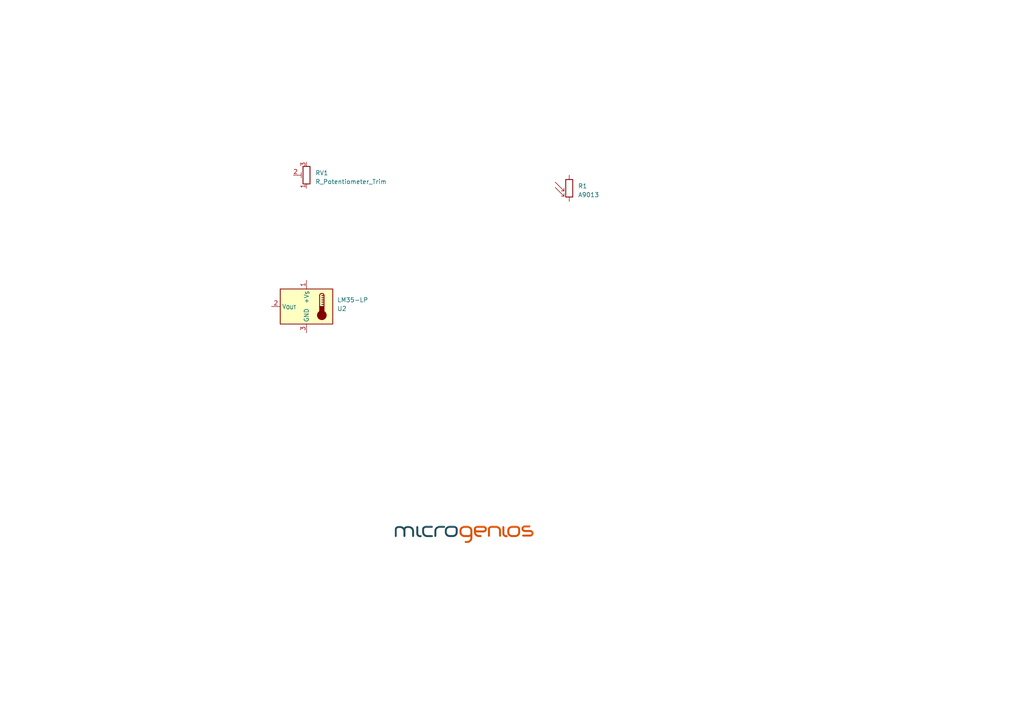
<source format=kicad_sch>
(kicad_sch (version 20230121) (generator eeschema)

  (uuid 136badde-1345-4dc8-af51-55297621f995)

  (paper "A4")

  (title_block
    (title "Projeto LabGenios Arduino Nano")
    (date "2023-04-09")
    (rev "V1.0")
    (company "Microgenios Solucoes em Tecnologia Ltda.")
    (comment 1 "Gabriel Rosa Paz")
    (comment 2 "Fernando")
    (comment 3 "Placa para ensino de programação e microcontroladores para jovens e iniciantes")
    (comment 4 "Primeiro Detalhamento")
  )

  (lib_symbols
    (symbol "Device:R_Potentiometer_Trim" (pin_names (offset 1.016) hide) (in_bom yes) (on_board yes)
      (property "Reference" "RV" (at -4.445 0 90)
        (effects (font (size 1.27 1.27)))
      )
      (property "Value" "R_Potentiometer_Trim" (at -2.54 0 90)
        (effects (font (size 1.27 1.27)))
      )
      (property "Footprint" "" (at 0 0 0)
        (effects (font (size 1.27 1.27)) hide)
      )
      (property "Datasheet" "~" (at 0 0 0)
        (effects (font (size 1.27 1.27)) hide)
      )
      (property "ki_keywords" "resistor variable trimpot trimmer" (at 0 0 0)
        (effects (font (size 1.27 1.27)) hide)
      )
      (property "ki_description" "Trim-potentiometer" (at 0 0 0)
        (effects (font (size 1.27 1.27)) hide)
      )
      (property "ki_fp_filters" "Potentiometer*" (at 0 0 0)
        (effects (font (size 1.27 1.27)) hide)
      )
      (symbol "R_Potentiometer_Trim_0_1"
        (polyline
          (pts
            (xy 1.524 0.762)
            (xy 1.524 -0.762)
          )
          (stroke (width 0) (type default))
          (fill (type none))
        )
        (polyline
          (pts
            (xy 2.54 0)
            (xy 1.524 0)
          )
          (stroke (width 0) (type default))
          (fill (type none))
        )
        (rectangle (start 1.016 2.54) (end -1.016 -2.54)
          (stroke (width 0.254) (type default))
          (fill (type none))
        )
      )
      (symbol "R_Potentiometer_Trim_1_1"
        (pin passive line (at 0 3.81 270) (length 1.27)
          (name "1" (effects (font (size 1.27 1.27))))
          (number "1" (effects (font (size 1.27 1.27))))
        )
        (pin passive line (at 3.81 0 180) (length 1.27)
          (name "2" (effects (font (size 1.27 1.27))))
          (number "2" (effects (font (size 1.27 1.27))))
        )
        (pin passive line (at 0 -3.81 90) (length 1.27)
          (name "3" (effects (font (size 1.27 1.27))))
          (number "3" (effects (font (size 1.27 1.27))))
        )
      )
    )
    (symbol "Sensor_Optical:A9013" (pin_numbers hide) (pin_names (offset 0)) (in_bom yes) (on_board yes)
      (property "Reference" "R" (at -5.08 0 90)
        (effects (font (size 1.27 1.27)))
      )
      (property "Value" "A9013" (at 1.905 0 90)
        (effects (font (size 1.27 1.27)) (justify top))
      )
      (property "Footprint" "OptoDevice:R_LDR_5.0x4.1mm_P3mm_Vertical" (at 4.445 0 90)
        (effects (font (size 1.27 1.27)) hide)
      )
      (property "Datasheet" "http://www.produktinfo.conrad.com/datenblaetter/125000-149999/145475-da-01-en-FOTOWIDERSTAND_A_9060_A_9013.pdf" (at 0 -1.27 0)
        (effects (font (size 1.27 1.27)) hide)
      )
      (property "ki_keywords" "light dependent photo resistor LDR" (at 0 0 0)
        (effects (font (size 1.27 1.27)) hide)
      )
      (property "ki_description" "light dependent resistor" (at 0 0 0)
        (effects (font (size 1.27 1.27)) hide)
      )
      (property "ki_fp_filters" "R*LDR*5.0x4.1mm*P3mm*" (at 0 0 0)
        (effects (font (size 1.27 1.27)) hide)
      )
      (symbol "A9013_0_1"
        (rectangle (start -1.016 2.54) (end 1.016 -2.54)
          (stroke (width 0.254) (type default))
          (fill (type none))
        )
        (polyline
          (pts
            (xy -1.524 -2.286)
            (xy -4.064 0.254)
          )
          (stroke (width 0) (type default))
          (fill (type none))
        )
        (polyline
          (pts
            (xy -1.524 -2.286)
            (xy -2.286 -2.286)
          )
          (stroke (width 0) (type default))
          (fill (type none))
        )
        (polyline
          (pts
            (xy -1.524 -2.286)
            (xy -1.524 -1.524)
          )
          (stroke (width 0) (type default))
          (fill (type none))
        )
        (polyline
          (pts
            (xy -1.524 -0.762)
            (xy -4.064 1.778)
          )
          (stroke (width 0) (type default))
          (fill (type none))
        )
        (polyline
          (pts
            (xy -1.524 -0.762)
            (xy -2.286 -0.762)
          )
          (stroke (width 0) (type default))
          (fill (type none))
        )
        (polyline
          (pts
            (xy -1.524 -0.762)
            (xy -1.524 0)
          )
          (stroke (width 0) (type default))
          (fill (type none))
        )
      )
      (symbol "A9013_1_1"
        (pin passive line (at 0 3.81 270) (length 1.27)
          (name "~" (effects (font (size 1.27 1.27))))
          (number "1" (effects (font (size 1.27 1.27))))
        )
        (pin passive line (at 0 -3.81 90) (length 1.27)
          (name "~" (effects (font (size 1.27 1.27))))
          (number "2" (effects (font (size 1.27 1.27))))
        )
      )
    )
    (symbol "Sensor_Temperature:LM35-LP" (in_bom yes) (on_board yes)
      (property "Reference" "U" (at -6.35 6.35 0)
        (effects (font (size 1.27 1.27)))
      )
      (property "Value" "LM35-LP" (at 1.27 6.35 0)
        (effects (font (size 1.27 1.27)) (justify left))
      )
      (property "Footprint" "Package_TO_SOT_THT:TO-92_Inline" (at 1.27 -6.35 0)
        (effects (font (size 1.27 1.27)) (justify left) hide)
      )
      (property "Datasheet" "http://www.ti.com/lit/ds/symlink/lm35.pdf" (at 0 0 0)
        (effects (font (size 1.27 1.27)) hide)
      )
      (property "ki_keywords" "temperature sensor thermistor" (at 0 0 0)
        (effects (font (size 1.27 1.27)) hide)
      )
      (property "ki_description" "Precision centigrade temperature sensor, TO-92" (at 0 0 0)
        (effects (font (size 1.27 1.27)) hide)
      )
      (property "ki_fp_filters" "TO?92*" (at 0 0 0)
        (effects (font (size 1.27 1.27)) hide)
      )
      (symbol "LM35-LP_0_1"
        (rectangle (start -7.62 5.08) (end 7.62 -5.08)
          (stroke (width 0.254) (type default))
          (fill (type background))
        )
        (circle (center -4.445 -2.54) (radius 1.27)
          (stroke (width 0.254) (type default))
          (fill (type outline))
        )
        (rectangle (start -3.81 -1.905) (end -5.08 0)
          (stroke (width 0.254) (type default))
          (fill (type outline))
        )
        (arc (start -3.81 3.175) (mid -4.445 3.8073) (end -5.08 3.175)
          (stroke (width 0.254) (type default))
          (fill (type none))
        )
        (polyline
          (pts
            (xy -5.08 0.635)
            (xy -4.445 0.635)
          )
          (stroke (width 0.254) (type default))
          (fill (type none))
        )
        (polyline
          (pts
            (xy -5.08 1.27)
            (xy -4.445 1.27)
          )
          (stroke (width 0.254) (type default))
          (fill (type none))
        )
        (polyline
          (pts
            (xy -5.08 1.905)
            (xy -4.445 1.905)
          )
          (stroke (width 0.254) (type default))
          (fill (type none))
        )
        (polyline
          (pts
            (xy -5.08 2.54)
            (xy -4.445 2.54)
          )
          (stroke (width 0.254) (type default))
          (fill (type none))
        )
        (polyline
          (pts
            (xy -5.08 3.175)
            (xy -5.08 0)
          )
          (stroke (width 0.254) (type default))
          (fill (type none))
        )
        (polyline
          (pts
            (xy -5.08 3.175)
            (xy -4.445 3.175)
          )
          (stroke (width 0.254) (type default))
          (fill (type none))
        )
        (polyline
          (pts
            (xy -3.81 3.175)
            (xy -3.81 0)
          )
          (stroke (width 0.254) (type default))
          (fill (type none))
        )
      )
      (symbol "LM35-LP_1_1"
        (pin power_in line (at 0 7.62 270) (length 2.54)
          (name "+V_{S}" (effects (font (size 1.27 1.27))))
          (number "1" (effects (font (size 1.27 1.27))))
        )
        (pin output line (at 10.16 0 180) (length 2.54)
          (name "V_{OUT}" (effects (font (size 1.27 1.27))))
          (number "2" (effects (font (size 1.27 1.27))))
        )
        (pin power_in line (at 0 -7.62 90) (length 2.54)
          (name "GND" (effects (font (size 1.27 1.27))))
          (number "3" (effects (font (size 1.27 1.27))))
        )
      )
    )
  )


  (image (at 134.62 154.94) (scale 0.461578)
    (uuid 0deac04e-d50a-4500-8f65-645e267fd670)
    (data
      iVBORw0KGgoAAAANSUhEUgAABAYAAACCCAIAAABaVl1TAAAAA3NCSVQICAjb4U/gAAAACXBIWXMA
      AG6MAABujAGN4cTSAAAgAElEQVR4nMy9eaAlVXUv/Ftr76o6d+rh0g3djN0iYkD5BDXPAZ8aJxRf
      4nOIEaNR46d+atRo8mk0yVMcooaoMVFjEKOJ5iVOCCpgKyoOmCCDCMqMAk1D002P995zqvZea70/
      9q46597uhnubbvM2RfUdzq3aw9pr+K1hk4kBMIZCDSCoA2Bom48mBAeGM5iBCAAMRkSiYIYA1H3c
      1MwcgYgAhRmowN6amRFRftHwuQZSEAGsqsyMeZ0BDCAFAZD2Nw5gQAGkO8EDUEH6a1D7V4BBCE5M
      QWwwgAmkMGpHkP5p/05Vldnvvf+ilF8w0kgjzCAeHmZkLncq/WupS7mrBgNAVsDaF1M7xoWPzT9r
      n7T4pnmelSCAI8CELUAIIFAJTmsvMOfIRpfyIDSDAlCoA4uI4wIABGCAIFGdo5YAFJa+cDADkCnk
      /tsei3LgWrcKmUK0/TEZCGqRiAVmIAaz8WK7vM/XjVI1DEZwqmpGzjkzAEaIiTwIZIDBFAyARigl
      9/aArq6ZmRkAbndB+haAiTITCEYQAELeUR4KtQMiAApSgKEKcui4QdqvhKhGjgBlKCAwJWIog1x6
      HyhThXUMZOQl80e/X2PM/7bzb0YAiIY7mC0TJ5OqMReZ2yDtWQVUAQYTAGt7suhVMCAADPVQZDbB
      UAYg3LENdeCWkQJR4Vkt8XGo1SUxTEDegACvUA92iR4AJbO2ZzR/2MO2yA6P7tP2a4EqzMFTnjgF
      AFOQV4UyK2CKkkFqIGmf5VNPhqxZNXF+IQSAYBUApfzJjnNSoi5txUT6mYe1VMcwqEViTwpTRJfX
      tzJABI5BFqEBcHAM4kTqREREmZ3ua7UWP1f728zYEk2TQpHkYJKYIGgkciQK51phIQJWEBoTplKh
      BVihad5ct+MoUVjH20Dpt4Z2IwdCowgML1YUVFEiyUR67ahV4RiqkZlhkj+RrrRreMg3D8LstOrI
      qDylzB/MYFkEw2BmwuRhUIIhJJWBUKS/8wDy/mUGUzsVw5aYG+BM09cKI2jLyAjmkabfZ64gMMAI
      DMABYpEJZsLis2B3I91eUutmlCCk6LQ4NVASCDAUCnbdHoSpKYgVhbZaFFkE8lCNHMA08uSRvs1f
      wVGOsZ/0z2mzDx/VcXTqfpAJSAFFZHgHmEEJhMDIYsPgZURTso6SgUgA4BAJZoCCAM8AdXSKlks4
      NAADAngoQ82UyRuYrIHsRNyB2buwZSN+elnYdMfujb+sd2zhwU4JcwIxh0DOiMkIgNP0DgXAxosX
      SQoYEWDeAgBYKcRCiOzd2PLV6x62/EnPxwlPxNgx6JWBIwEOTA9MBSKTJFkTz1SGEhimMBIVkGOX
      dQvrlOz8pwDQBCkKV0cp2PGIyFONBBCR7bt/NKIEDJsJmEKQoiiQJCrAvIDsdIQo/QLJ3XIpSFRi
      ZpeUFTUIEydjA+wIZFmtSAzCiMi135KByAAkNWDvnQeg1n0PM4WAiWAwijE6V5AxpQloaU5EAGVm
      I2W4vSsKC6aFhj9b4o7TZAWpMhOsNvJkHhGSeH+hDJAIXJH55kGWaFCIqkLNew9jidF5D0CiOs+m
      SswgKISy2sjdSMzM8T71ll9Pi+2G5qxgACMCUUzTehuM4WJU7x/Q/mz5IFTEOaeqRG64SgaQpklL
      y6fgZOLuVeoePGtplDgdknpHjdTOF61CPP/T2SSAijAXCRRQSYoXQFADcfdxIRgltXDERNeRV4+O
      90ANc89nJpnl0LIJVWJI07iyTB8xVSJqRzx8AHVa+1I2WOLJGAUCjDstrX16x7TzK0I9KMZ6Ykpk
      nHVkAFyH6IvSADMtiKEKjaCQ1cpugXQE+xkZwP20IaYzX29iD+akcpiRmbRiggGWoaEDMkAbcKtB
      Aon1Ul5gBQA3YiYZYJyoJFsO2S7S3OFhR7jVcxAl+sRwNAM0ZpGJVcHsEzoRm0HhHUwhDZjmEcIo
      eoW293uyazs4dzCIYQYVZNHKIAY5KMGXIFYDUVbNYYApVOFh4DTiGOqiKGRoqaKbah0xCbib+Ty9
      McSB9wXAgCMw4pAu025tBKVL0EOARpjAYtKFAQYVWXCTHsT5SfI0DYwAdqBEJGzgEeJUAsxIhczg
      iqiwYOKpl5RRzkxI0elYC9aaOixLAQQoJUsbiqw2cNoVdS1Vz9WhKQuP9oES1BVsiGbK5pF26v5x
      rvkauQBDkyCRLiU9hwE2VdVI0CR2oxpxkQdnSqYjEA9BjSCZhJItwZxxWzXsqy1p1fLLRgRp5pOU
      jRN27SKSGZkRMUeJ3vm0UrXE0jElgwsONOQqqWVKJkQArUmQuE5SaWkUrjKYRCqyXUGAqpRs0AAN
      GMzBNeHKH//nt756z01X2va7V0+OFc1cT+OEs4oCmQjBPKkRQGTMaRXIRtjIEkwCYWIzb0oGgzOw
      sAqxcLk7Fttmq6njHn3qu/8BY9MoOYA8/AM2CWxkaQ0ghXFC76yFaUyzogOzzCdE4J0EdYXPfzey
      VWAjrJPmicZ5AzaFGjPTkMkmI8ESsxJTM/K8D2R85I3zpG36Jgq8S28hZkAVymAYEUjFmAkMSV90
      4gyW/RtAAkIprem+pq/rS4cetV1JJGAglyYQlJ7WkX3SFxeI2v3S+++jqSHJCEeZNWe2qZp8Bq1B
      TTATov1mS4tuiTaYogqgjh2h5QiJZgi1gFo0o0NH2w2bGfF/lUmQaFE6Paa9e8DEnOswZCRgcanP
      t1HLdt7PEYIUhWt/q6FpiqK0APKZqBRoRoAgGS748CEHirQWGLAdyJJmo0wSmACoiDi3D1chAKAR
      9Y6TWe6Jk3cxIbJmxMwqMMoOyTBfU7eWcR88eui2JLWERyPrDsBlKyjbOYnhaNbXRlRV7MfsJ18Z
      DB5oMfSMf3NrFUTOe6IYeUlMXdcg4NJaSyoGYYZzljU26SPOQANUAcIoB1vQ7rfnqkPESDV/6yrw
      OFwFX4KL5KloSTUp9K07N5mIULQomlHSUNVlG6hF14Y8d5TNKkG52zidXrgPGdGoOSZKaJgBpkYK
      IiVXKxyjQsRgBtZHnIPJ0AzIPGrUJv91mgSAMcyACE5qngeV4BLFFKiMyvA+K6YaAAL5lrsiivmC
      spQfggZs4BFPdjdL3NKCJrpOsHcQFK7jyIrYgMnYB2NiIsBbhA4QdsMaaAONMCAyyIMIZOCDZxIo
      tAYZyMN7UAEqgBJcwfXAHuQVnZ0sMMr+AMSkNxuIlUHUwo6cqZUzOy32sKOSuhlMmdi10s3aP05s
      IWrCtJs46PveBNRli6NISg/HqORHOMbiW14wbZeyfe/wV0gq8nwgg2GmMGaGBVVl55LRmPpgkkYe
      YdshM1ADIZtIKoiKUa2MRiT0gn1xv3dqPeGmMMv2PJANXS7BFbiCq0AF2ANFWj2NgYtCTRVpLw9Z
      Rwu/KEaxEoIQLHtcAWVQZqGde2A4/9rBCEYgamrU26G7cPFXfvDvn9Zd25b1uFcZyYCsKQgeRmaq
      qqrmiJxXBRt7BZmC1MiU1ACjeWL9vpuChJihhYozmDklVg6a/a1sNjbDU5vcqt/+5BfQW4NyqsNT
      9ruRmmFUocconzWoenZDFT8ZDGZgEjF2pEAT4ZK8MZjBtdy4U+b2/uKRO1q9NK2HqTh2Oa4GRkCM
      0fvkDRi6NbMmgr2RY76riVKRgnVMARGrnG/jFjpvadbwbOQBneNpXz5OQt5pvjOCAAIqwBTECCrM
      DlAyZWJK80Zk6YOEGOH9Xjo+Oj8PsBlUod1WdwYFrr9p487Znccdd9zEWDk2EpXDJkT2wEnqvjsE
      IDRNUZUGaOpeFEectEZTKCMAAYhABL73w59cf+ON1177izvvvGPnzt39/myMCjYyNtI9720U2UG5
      k6lrLcZo2it6DzvhN17wvOc++7ee4FvVUGL0zgOS41uW3EZEUYdOjcxf61pTAFHUOx8kmwECbNk+
      e9mVV9186y3X3Xzjzl27t2y7d9v27f1+X0FExMwmHet7QLORlHYil74G1LmicPzIk09+9SteccoJ
      x5ZA2fazDezhzq7rntVt1qQpGtQDZq0DjbMlGwAAEbji2luuveG6n1973eatm7dt27Fly+bZ2T65
      BMs98FWeh4yOLor3ZQj11MSyww9fc+TaI9etP/oxj37sox9xHCedQtHjFEYUaRgd2IrN+WJ7acRg
      CsDID2EmTvqcHxF7ArCgSHzaEwjRVAmuDbICYgOrgQCrYYL+7v5112zbeMvm638aZnbs3rFzdnY2
      1I2ZuTZCZgFR3ndbED9WVdWyZct6y6YnDz16+ugHrXnow3DUMaimwGXWU10BI7gyY/oJvYFR5zgl
      CCJgLr+86ET9KNtPbMQgyBybUuDoPGzF2hg2wCPHgxpQWA4WAQAEoIEIyGCCODv34+9uvfnarbff
      NLNt67Zt20II3nvnnIjEGImWItsPaHPOARZNid3k9KpDj1q/8ohjDj/+4cVJjwaPgZP15QACO4M3
      JRM4BzAyFiYBRaeUsQ0pX0cED7dzGAFDoBTrxT5tYFNnoJitOhhMYQGxhtW45Rebr7t62523bv7V
      Lbvu3WxNZJAZothBjBoCAAFF8uyqsd7Est6y6ZVrjjhy3fErj1qP408CVyAPruBKkANca92xxYac
      MxAxt14mHmovCjBiazh1kdXZJMgvBgOUgGif4ojAKWgkzIEH0D5CjV/90iLRmiMwOQ12qMbgfGyt
      CVUUvJ8mQRv0tZCJjULTSZVyzgE5IEDEXOInomBAFKEGEUwQauy8e+fPvr976x2b79x07z2b57Zv
      b/pzLFY4h9DF+EFp4YsW2RQwTvqnMtSZkuUnRYOrxvzU9MT0mkOOWn/kcSesePCJOPxIWAE3Bqvg
      PKAoCgNExbGjZLehM8UyggLjZAYKKQCXcAfNxoN0YESeTgbMJ3ckKSwgNIi7cNUPv3LWXxwRtq60
      2QnH3lltQVlJQYyk1SkBzikooWFO4RUpYE7JsqcbCWVf7F3gCFpqJEBykGRMLigGEDAbeRuWjT38
      v5/85/+AYhrZj7f/jaLZqIuwsweimaeWUbMly1JMQV4E7BANQth0z87Lr7zqpltv+fmNN+6cndk9
      M1drBKCkhISZGlvCGeY1M/PeT41PTE9PH3H44ccee+wJJ5yw7pgjlnt4oACcoSBoFPZJ/+8E6kgc
      wgIlehiIpBmLMgYQYyD27FzSTMxghCAgh77gqmuuu/a6635+/XVbt23ffO+2QV2TdyCnqiJSjAR+
      jPoLVNV7Pz4+Pjk5OT09vW7duhNPPPHYdcesX73MA21sIExih4CamecCCe71DoAlDXz+bhpVHOZN
      m+35o/tpSV5GcA1cd+sd7//g31x62U9Qel8W/X7/0OmVL3nhi17/ihcngLEHhQrYHVyTIPUJAp9C
      WjPglrTbxElvv3fm388998JvX/zzG26cWLasLMuy6LFD9l8Zg43h/gtMAiibSYzmuCzLKDo3O8Mh
      jHn3tS9+8YiV4xBULg3TjHR/vC42jIEeIs02zI0xAxwGInAusb07t8185zvf+/Z3Lr7m5z+fmZvt
      TU5FlYmJCTECEzlmZqZEb539f4BnxkyIHJHVg8HMjh0Pe/CDzv/cOb3kiSJVpPBEODCw0LFrgJh5
      Ilh0xE1dl1WVZIUSasM1N20876INF//g+7dv3GSEiYmxsuwFDTCuegWTb2LN7A+qSZB9esYh1hbN
      TOo69GdnTjrhxOf9zu+8+PmnpcghB7hRuHqU8lPbD0cB0AUFpad2E+igsJZmiBdEgyggogUDMoew
      E3E7rvzhLZdctOm6a/vbt/Y8OZaq50BCakTkiJNja4E9gPmMdu+9VAVAOfALbfy9k8ghaj82kYrJ
      1Ycfc9J/O/zU03Dio1BMgiv4CuShCqKU30UgjAB7oAiYQTXPLiOpWUAOKgYDMIjmaXc5hrsLDsh4
      LNoIYwEQlDx734FKsQEaDLYj7KovvuCqb31t58abJnsBMjdelkSWDJ6EAibTen9W8gA0JQcxFXME
      D/OkpCKi1kSdg1997IknP+M5OPU0FCtQLFeq1FPqqigcQ9Q8iPPEtt6nbHmm/A1tJWk3xmSPF6JQ
      gfcQQQLWFA0LOSgG2yG7cNn3fr7hq5uu+2mldeXgmNg5eDUTskhkjnkvqsABbc5ZE4Moc1EyuSaG
      MNAgKqgmVq198CmPX/WEp+PBJ6NagWICrgDQxFD4igAJ6hxDAgjwRRsXBLQoBlpyQvvDUZgD2roK
      GYEQIRWUY0Dcjmu+9aNzPrzzl7ctLwpEieR4+WGnvvAV9IwXoLcSXARx3nnsB1G1WoFBFcIgMp9I
      P5nB1EbSt4i4igpxwYBp23tN5twMZCd23YMrLr36kou23PzzUgY9gmnjnCtK55xTFVUFdNQBTjbC
      6JZo8rExAF34VwlyIgNHwaBRUSJXxWriQb/52GOe9jwceRLKaYyPm3cKMbCiAFDOg4kDoDCX+QnB
      SDVnXuWcE0vsABEQB1YgwBjM8KEejJUe9U70N1131p9tvPKSI8a5kthjci7ODWquvDEIkdqEMhAZ
      kyhE1DMz1GvW7BVslBX9pJ0uxoPSLjGzkRIrASReFUBtIELpoMJFseyKrfgfn7wA6x4BV4D2nv66
      yEYJ4hshrAzdUauL5Ehlyi77xFi/d+nl39zwre//6NKtO3YWvTEuC19V0dTYOe8tRQzAyNoEpk6Z
      G7kbhI1VY4zaDPoiRojTKyae/PjHP/XUJzzjCY9JVgFnlCdLpSxrRyH97heUIX9AXcoIAVtU8iWA
      ICCPABgw29hXzv/al778lV/deWctWlZjXJbGBOfJFQozIyPyzCKBMK/nbAwosxcJqkjSMMYmBDFp
      SrJTHn7C40559O8867R1a1fRaMqQKRENI4cy6KsjSV15a3XfP3CTYAAxuI98+jN/+w9nT68+3Ioi
      MNg777menWtmZqeq6vsXnDsOTEARwwO3Mu+nQy2jtRz9R/1Yl74C0AA/u/aGvzrrQ1dff2M5Oemr
      cVcVChZLrg5ikBEYBCYT3atVfbCbh5mZwEDOmCDRGbzKrs13/XDDhsOW94oue4buK2Zm7y0Tc8pX
      61A6OLRJDAJ4zBnACMBH/+kz5379oru2bDOz8cmJ8bEJMW0kTk5ODgYNkHU0AGaUFBrn9s93sbAt
      AJK7rz07jQ2amgYzP/vuhtIQJbK31iQAwGloXT9SQFTSRFNvI6DArn74u0+e86Xzz9/Rr6kaW7Zi
      ZaNSeh9VGQAzEamqmZHjPbXY/RzX3k2CobILtfRSR+SIEWT39m11M/eMpz75XX/5Z9NjVa9DBBZs
      2KXvXwAZTslWXMZsU3MAmcIAZRDghlEfFpSS71/nEGdw/eWXnf+Fu6758VTYvmbMVfVcScrOlFRg
      AuskMreDTSs66ju97+ac6zLO238TYp/zyQRuzvwuq7ZhcjtPPOTxTz35hb+P6TXgAsU4qFQr4EqG
      zWPvhOR+VsBaD0Cr4ihBoR4AOFgKEkBO64zU6XA5VCBNB8PEhKjMHiiNGOwCB+zYeO2//OMNP/zW
      oTw4JM5M+RisX46xCkQ0YUnMw1DAZAJ1fVyMgD8Ad8rp6sqAFmaOxUqCZ4LGgdIcVZulvLc45ORn
      vuDBL3oViin4sUGUopqMiWLTjGoKAGahREgRMJiDcQ5UY9ahQhwAUvMpMdYMUVE4NPX2qiTUDWRw
      25c/+5Ov/e9D6q2H+TCug1IjMQcggMyDGeQiVKhVLw7S/AA5+picB6BRTKxwXDgP8vfONH2/7F5U
      u3qrT/qt048//blYfTjYwY8JKqDKe9YiGGAvidL2SHicbxKAslEKaJuyDwjDUyQdoN5x1d+feccl
      /7q+F5YbiiZC1bgclGO3Dpw85DHPeN/HUCyHn4qR3R6BxItoOoJVRgLyjhg1CdqdYIg5pdhSfo9C
      IqSBBcTdzaXfuXzDV+696epJnTm0sgmdoyaUhVdVgZFL+eQKApjMTCm/OJkEZGiLuCxhvbJJABh1
      rJeT0kyEnCqkltJnBuy3c7m575cdesLjn/P7xdOfhXIC5OHHIwq0Dtv2MTG/p/USJF9KDiVSABCX
      FjFQMhVAqTqIGRcqaGZxx9XfePvLVod7Vvu6gkVhgTmHqMJlWYem8EjGVcfxjAmJoxK47YwhhwyR
      6eI5RtfMCiMGIki8AkBkwDEaLR1kgC3lmhWnv+bY3389imXgpagcezSyYYLsPHsACtIcZ99Es4J2
      mzC5D3/mc5/6zGfBVBSVd8X41LIQAoxzZAJ5AGammhbVhlQ7H8HNKnU0ZjhXeIYKTCNUQt1vmnrH
      9nuf+bTfOuO5z3va4x5tgolOTd3TDB0xUi3n/iuneD1NmBOBEQkD4Mpf3vXu93/gsisun5qaqnpj
      vV6PnK/rUBRF8vUnzQlgTwyX8o7n9ZyMASVyZgJwFz6hCmgkEWhsmqY/t3tqrPfSF73w5b/3wlWT
      Y2zwBDUFwMQSoydume7QJNirAM7EsXSVIkVcnPOFL77nQx+ZXnOUgMX7KGIECbEqy4Ig/T5JfdlF
      X/P1YCJlSR48xTrJ8hjJe1COzlQgADffsfENb/7TW27fOLnikKKszHk1Z0xGGk09MRceonUMbODC
      k2aWtOB+sFsHgqoRyDkG1CgMfNNU0B9f9FUH+BQ+5OeZeYtqIyBHF9VGI/qlGBrgV3ff+94P/83X
      v/3t6TVrzBW+N5b+ulP6Y4yVr1IaNwBHRHDMrASxeKBmKfscRuJMiMiUHJlpo3Ozp6xb/7lPfjQF
      LCRW3SJqeWaSig2DRSXnQQgC87hh45a3n3nmpVdeOXHI9PjklKr2euP9mdmqGmtiBBMZFMOSR+Sd
      iOy9l0tpe26/bq6sTW+AKDM758igMbJq6X2ERAmb79z4jCc/+eyz3seGMUr6xH640/fWDCBIDtFg
      l8KGshqCVuAl8gmcIIw4i/4Wu+Tr3/rXj/Huu6d7VQUpJJRO1WqBUcF10DL7zzNhs0HVzOBoaWZ2
      jGCGczm3NeH+zAiaYy0MLqCIYOHCyKv4LTP15PrjH/MHr8YjTkUxDVqunDHtedEOeUdEA4DkMlaQ
      RjCBXS77oq3tlONCJQcRKEN95jsuGxsEEJpYey447ER9z22f+sDPvnPuSlcvq8pS63EnKgFEAjOD
      Qw4wSeNqzYPh2H9tJgEARzCDAEYe5MzMNDozJjNDUY1tm2tsbOUsVZu2zz3tJa9e9tyXopoGL4uo
      OOUEKuXoQ86+FIW6rm5VxlO7qAvNnij4DDKnygk2gO5Es1W++eUvf+JDqyeLlSW4v2OZhzVxbKxo
      oiqR5BREgQoMjoYrcFDmxzqqSX0fMqh+HSeWTw6i9YVQTGyb7TfmVhz9kEf/f2/B0Q/H5FHGE6Sw
      EKgshotqw+ftKX7bvK9sElhbCiMKvAfQx8zdd3zqr2/+7pcOG2tKmkMMzlC6MYk0sIEWvZ1hfGb1
      Q57yd/+OcpWq4yXhR7kDyYHGeaekfkDgAFCEV6DImygCYkZgX0fpeYIMILvR39w///M//PLnJ6Sp
      HPecFWgK1ITaA0Q+RYaaSWKG1s6CYSS6ZLRXtAR6Jsv6mxEZWDM3UzaFqaoxtduNEc0FLuB7/Vnd
      UfPcxKpnvf5teNxp4GXgCYyG8mXjpF2gNhax1RFygaMWPg4EQFNoYgNmmMdgJ358wXnvf9ODDgmF
      7igBiIGdiPa8HwxCNVHVoTEzBmV4yARiOXbJzbMkbejz1zTqRQYOIasBDoAzofZvra2axAxT2sLT
      /tHPPuVN74E/BG5sSVS0oFEqQpq4pCBNWZvuZZAIOERGA5x19qc/+Zl/4snlY1NTZsbMZkRwZsZw
      WTwbmxnM2tBSBUYwqNE5spxYbKJD3cIsTwSzWgz1XH/37inPr3zxS970ypf6oVzVkfvCAn9pFAb1
      YBVzzgWFMn5xy6a3vuvMn9xw/fLVq3u9noh4XwoshFCWpTTSQfhElGJ9VNX27YRJH17gMackmNig
      0RHmdu2a27ntsSc/4i1/9EePPOk30sNcm8uVwO+hSWCjLoSRRcpTNvrNoloEtkU9+fFPWHn40UFh
      ziuYHCfcjgwxNh42O7P9hac/871vfoOPwv7AoMj7bGkUZsYkwMBghLe9+71fPv/rq9asNVcKuCx7
      c4OmKIqoQmTGRGrR1IHIOzYEFQfaq0lwsO+iSkSO2cBqZGZM5CGFxpmtW97ztre94PSncI7nTsX4
      luLFGzEJkH3BqbEBwfCrTXf/r/f81Xcu/fEha49w4xONChdliBGJaJnbqSVTai0ScsiputFiqk1y
      QGZDYGxIq5MRI8emRI5F6xK29dabL7ngggevXV3kQJAF+jED2lZ+4cSgt87q6978Jz/4yU+Wr13L
      vTJY4imAaOFZg5J32mqpnXkmsANCD3u2BaZmpzdndkfmkmniuT8YjPV6zczMzNYtf/3ud/7uM59a
      dNt8OOT9ba0AS7BfAZC2OZo0YsNbhA3QzAJBLv/B+R9993SzdTXPTLoYmzBWViLWSON7RaQwiChL
      YjUokVqbN0tkQ58PsHfDYE8B7x2JWnJaMA1/DgdVUAQRmXMAsympebHIxSyN3dEw1j38Ga95Kx70
      SBTL4SowBIoUBKXt+0bTPXPZx5ECgn5EKWxNAgOASDCXhmF+hAAD0CDM4qYrzn/fW1bMblzTC5UO
      oCAHkWHxU2bWNNWtYZD6Y3tLkT3YjdoyreZg7MSy/9oRmCQ2YIb3FIQH0YqxiY1zNHvYsaf/rw/j
      sAfDLYeV4DJPo6FT/dO0+qz6Z0KVjI7HzL+63E0VUB9xJ+6+9cJ3vbm8+7qjl7GGukdEGskk0Y4y
      K0wMzOSIyDRVTY4HdZoMZsRZleiKBZKapSSQXFeQGTATnaHiDplw609++pvfh8OOhVQox+C8psI7
      Q5NAATVwFyaE/BvtdA8jqCWkOUn1iHo3fnnFhW960XHjNXEjWpc9qCAGds6BgidGKG7TFcf/4TsO
      O/0M0CfPyhwAACAASURBVKSqX5L8TbmCAHIxzfSlRXAAAfCxranq0s8BwEMCKELnMNix8ztfveSf
      P3JI2L6KY88i2BORQcxiKmmVK4EDaPlD8gGOFs6YxziXuL7JqDCwgZRgHU4Ec2Scqz4O63tJUp+E
      uBjfHouNoUcn/OZpf/7XKA4BTybu0QbFJYw+xRN2DCLZCaxDSasuJZonVY8UWqPp6w83bDjrT4+d
      HKhsrUoEy7nxnryE6D03Ub0HkZeoMGOkEi4AQAwxdP6ldM+2iOVRL8kkEAIDXkDoioOBGVAwsZje
      hanm+Kc86S/+FuUh4ImlrcHCFQkKJkPUJF2gDFYRRx5EqQj0j3563Wvf/Oa+6fiKFUY8FA9DeH6v
      Am+eJbAvbHJUErcbLL1CjclMJNRWD8LOXS/7vRf+xZteB0HhkohMSeZkMETx3mf8Q9tSWUzJnRyB
      N7z9zIsu/t7UIdNUVbp3auZhh0kzpRJgvJiejzQP41yJLI3CxEG2b978oCPWnnXmmaf8xnGI1vME
      G/GVpRpAKWJVjP3QvYLOgbt0k6AB3v3xsz//lfOLiUn2pSrMzDOgxmLMrMQKUat33rXxlssu7Rn2
      w3O51yYiXYyKiOTo25S3BJdE0cCwecfu577ojF2DwfiKQ1pUieeTky4+9u7XcA9QZvbmzEjBRGQE
      k1hYRD33sAet/8zHPly2NZxoHudcXMsLr2A2VTgWoAEEeP2fve0bG76zeu2RrhwbiPSqyUFT3090
      ru15dsZBnc+0eSlY7Rjoz/zus05/x2teM5l0CQ3snLbly1SFnYMhRLGiCMC7Pvz3n/7XL0wftha+
      AlO7j1KIrhoZgHzWxx5zdmBQxn0/ebTNQwrNmFmNVEFEDJN6EOZmfvNhv3HO339oHGAFE2IIrizU
      1C01KzW/O4IQ4ZHRWoE2YJ+r86eCrSakDcIO3H3LJe/7/23zLStpdsIrVBiadH0ArV9ejffuV1mA
      /O3dJFicSBt9yMiAGEYCLYpSmqB+fLeM375Ljn3c0x/2x+/AxFoUE5nnic9gdZFwpRbh62DbliXO
      yxzQvPeQE68VyrBiOJms0IB6y9Z/++jl5316dTG3vIg+CFnG8IS4LZ6t2Jvkut/xHqTGbSCu5iF3
      e8G6zgMpcJkMLChmY3lnXT7r7X+Nk5+MsTXmCwEI2p6aEgwAiizvtD1sR1IAdgRE1Ry7AGN4A/vQ
      R9hsF5/7zb89a90kebebqO8UBHWGjl6tBccAgHQYBHmwfbmtTmLUQQecUMZUYAppeKQMRMKcG5+x
      8Xtm7aGn/vZxr30n/HL0JuA8ENWUUUIVrCDrN4NeOUbmMaTn+SZBiucydeTRzCDO/ucH3+p/8e2V
      4V5iAZQ4o585dkHAQjPFqmt51RnnnIfiMND4wpIj99O0zbHM53gQAAptmGlh4FTeD7BUfgACbwFh
      K2654uK/eltv152HVOxtQBBGJAjarZSoOnK2GFMQOFmr1KZJHs7CfqgnaFcKhmGOcnbxtKhlciMw
      AHNKaiQGeIGBg+vVXO5SucfGf/tPPoKTnojeNLgEiaqQy6QOgFPOTMcusoGHVJjLsTPhRPnRgpcd
      uGzDBe9643EryA12VIULCI1XAKXAaT4MIRWqTN0TU/KkaqrJQZTd5oYURcApWYLbgp1LkkfJJwCD
      Fwd4BZQ1WvTecTQiNEG291aUj3/J//Oqv0Q1Ba6WvgjDxmDSGIiZiZHPzxLnHJiEUANvfMeZL/rD
      VxaTyydWrDKUAJO117DfupdrXqWzfbYFCroRjJTIjJyBiUsqx2hscvKwtZ877xvHPurx//b1iwZA
      A4pgg0vGkvNek6864RwCgIIiEK665fYTn/jU715xxfihq6Us0sLsTZtv+SklqZAJdIn2AHLEVQJg
      iCP5hn3NxYq1R+5o7Dkv/oPn/8GrdgdtACEKxgZWhamCWesGBmYyaTGqkZnZj91mwPcv/U+qxrkc
      i2pimkCvLgrCUqVX51w1ftkV1wwzNh5wS+Er6esuOQ8AKNsDNfCDn1z5uKc+dVZsYvrQyC6wTzn6
      HQ0No02M/2+4A3Au4ajCKqxCqcorAMdcVpdffZV1usp+ZTZYmiUzFSHHjaIBLrjk+w957GN+cNXV
      hx57rIyNzRnI96JYOo8s0XN3zWukQiqEdE+0fRBnycCwKE1RFOR4IPqLG27wDqqJO7oYW/hNwFwY
      uK8mRXHjXVse9bRnfumCC1cecURNzoqidcIz27wywK3GwaP3A7i++3zyaLZP+1sDEm4CZD8h+8L3
      JsqpZVdef9PjnvbsPhAZRvBlAegDtLepA00sdUQBiBoxdDBDcTfmNm350jlfet0Zy7fdejTvWu36
      ZeyXLhqrkgqrMFIiPhucZhm/4Eqtm3NqYa0Fn1nMHSlWuNXSnMGl7U3mCt8f1CY6pnOraeZhK9G/
      9uIvvPjpcz84F/UWyCw0AjElFVvQeUjBcI91k5Kbtj8hABCkc9hiW5bdAVDIHOqtP/3omVee+8l1
      xa5p6vMgUD7eoes8wSgFSe+5ue5jvKOzdzDuSulorVSDVEYmYiiqGOrMvElPB2vd3EMnwvnv+dPt
      538eg11U12TRACMBoqUqT22EIrl2iGn6JBrMca456qBeApqdN539wYs+/t7jJ8OysL0nfa/islem
      3Z0EkDGs0wF0VIU8aPPDI3lcI1SRq8Ibqc070QhsGItzq3T7wyearT/82hdf9j9ww3+guRdxFyBE
      DIpw6WBT9MoxkTjy0PnNBKmAXkqYYEIzd9eN13n0GTWl4HghVqb2hMOUmuK0Ga934u7bkMs5La3R
      yA5oDUUCPFCkILdUzj0d9ehNvc6g3nzT2R88789evabetEZ3rKBZrwOGalsSJ6PpeyoD8/nwnvbA
      6MQu/p5MtfRFx5E6eyCvaQodMU77OIUClSSTmD3Mdq/D9vPf80fbzv0U+vdA5mDGrhjEplOi5iV/
      ZLxBDRH5vFQmx8EAM699bL/twg++df34oAjbSh9FmwUJeERw3RGKBjCx91GMPXrjXhQiBmNY2jhZ
      RrsRkrRF39Hx3mRTJleVcelKC1JwoUF6E9XOWh78sEfBVUs+zHaP5t75zneSdyE07ByBHFjFiL0A
      s4ZnPP+F195669Sqw8SVxJVZR340vIgAUiIjMrIc55TO67I0gORx3ffVfgBEZmLc5jdYqnPsPZdc
      Vso8Pr3ivA0XfX3DxU95+mnjVWERJUOjMjsihsV8aKoCDg3jX86/8OVvfNP46tVWVa7qEbtUgtpy
      2F2mmbbz6QJARt0Amffa/30NihRQJW0ZNHHCWxRclBMrlm/esf1vP/aJuSCP+c1HUmLqBueSfZUq
      IgMaybXMraOM0W8W1yLw3o98wk1OSTKzCMYWEOE5vVodN2qu9BbjievXn3ziQ2nJL9l7S4dPE1HT
      NN77YVhLCmkEzvnXL/zxO/5i9VHr/OSUgMWSxCZO1gqQLKukbuUwwX3caURds/v85AO/GxvUnCKf
      T4zMt8iENNYzu1/3yldk5SWfsrCUlqvUGthFgzBFwktf98aP/dM/L1t7uFXjtSCCvS8BqMTCJV+T
      5g0HAyzRtrXqmyV20slISv8dlPkhGJm5VNqbQYqpsjrjt5/t84nkxI5DiI49iIQxB9TM//ilc//w
      da+fXDld9iY8eyIHUyaATCmdFaIgo+x0cQvo4de0+qMmwcjPtQ3iJctooRGYXVH0BPi7j//jC37v
      jKpkSqdwS6A2KnOxbSjzu8p5lMPi03uZFerQx+7b/vPt/+/tl3xx/UQcowFbIIga2Fs7k5kW0s5i
      EGCJdgEGFt739fOl3LNcoAQkof3G0oY3X7A5GoRGtT/l48pCfnHJt2TTHYc84lHgCoVLp1QSJ/ZI
      RtxScDczqXRpchcDyDE/lBFcB3g4F4DIiGKeajT3Xv3BP9l+1TfXjNclNypWlgTNTj1lGJmRKXey
      IM+SIfmkFzUz6TMH9p5rNHILHFIySw1kwqat5E0kAhiRCSToYPlk79rLfzJR29QJj2BfMLtUWjTk
      MHSGtVVYyIhIg5BPmZ8EUVJiKig2mN1869nv/9X3vrhuKhQ2U7iolA5+SvUjTcmUzNKpdJnzoFsP
      G+IkB2V+LJ3JlYDIESJRNmWzdM9GLbf+HVRsrtYJzxPoX/Htry6b3TZ5wkPhx4V9KoQdI3n2MHbd
      UdkZShdKE0cggkCQsHVT0oB65qef+8SaanfPGgfjFNGU4/wMBsceQsbVbvHHnXIq1jwERW/JAsM0
      aSkYng3OCgejdExE66cmDgFxN7bf8P23vHTXtd8/slcv89E7rWMgZ+mTaf7YAEIkNmKvVCqxEid1
      jkyJjcyIldPXQ1Uo77xF0z8oK5RsYGMyYiNv5MyGRnhiWETKamROQARxZGQwISNi9szLynjz1f/h
      7t2x4oSTUI4LV449I6XOZBnR2e1EkhR2tvzy/CGZwdyd33zTy1bK9oki9Hw0s2CIpAxwDuLPJ98p
      TIldOdaIRiiYVCwGZULBBENXiChJ41SdVDEiqhdxJV9bih0CzCAEYVMSqbyXukFRzKi/C1Mn/dE7
      0VsJ9g9Qg2M1NcAXRZSYeDW7Ihg2z/Qf/aSnbJ2bk6qn3is7FZPYoTW+/YJbKIXTuqYrmXTdW+77
      spFwka4cFalAY0p2M0MdIpdVY7xizRGbtu963FNO+/hnvwifDgHxlvxn7FOaOjwawrs/9LG3v+8D
      h657UMO+mJgIElMmNMy3V35v220AaM2Y7lf33/+RC4Dmw6upQ6zAYO8KMURzXE2sWHPEP3/5q095
      3u9vCwiAMQ0ijJASkAGQ97AHtrBto8IrWFW9z1VZiFkhQhAzBcixpPMkuTve/gC07gS6siwBhBAA
      GFADAfj8Vy/4q498ZO369YEwWzeNWlLm2JDmrU1IzblT6ZH/5XclQNusViSWmwOvVTXGePQRRzKg
      qSoDw/bP6UIsBvV82707Tzr1ydf+8rbVx6znaiLCkascFyEE1eg9N2Ew6ojLBq610EuLLmSMKtGk
      Hdz5TGB5U9eIihjWHroaADFCiABijOlUctEcDfW6P3/nez/80cOOWReN1SgEKRw5ApC5p5AqJaSZ
      22p3/7fcFVn3AXKagWrUKGJQ77XsTRx66GOf+rQBUqEzZrcf5bzy+UAAAMv5xITEwYiI0HdhBzb+
      /IJXPb/YeM0Jy3i57Cw1pHTAooIIrHUIMBQkRgKYAgpntPfR7evnS7obIemIeShGw4gL0YpZRZtG
      fMWFA+p6ue4+fry5+wfnXfDmVyBsQbMTqHMMtAFJNKYHDC0lbcm7m1nVVJYpGsCqZoSQDhLxA9Rb
      b/n0hzdfseHwYraIs6FWV3AdzPLkZrVV2xDeFDuK5OUCbB8zY7SX2Tsod3CuoDJEEYc6QKd2C2fM
      ODLYYYx2HzPZXHP+OXHDv6GZRWyAqDkzxad6TpJ9s6YQdslBToBj58BEEhFm7/7c39367f+9tpyj
      emfQZsBRqHVc7OvKyg3DnOUysgdrfrKToC2AM0T12jPpWkpMf0IAigIS4R2VGKzgbevHdl2/4V9+
      9JevxWCzH2wvoAb23qnOE8d7uAiGXxJSOiUAG/NMpolpjYR1wfLhhkIqRFY6IAbsXzMAluyBhJfk
      7BuCRCWCWDQjSITM4KbLNrzmBcu23XB0r+7p7KA/Y85ckcENSmKtPdguWZyudSfyiPu0jR6fx8pG
      HGWLX6/hn6T/GSOSq41XHFWjwQS0mowCKmbwpmPSP6rX/Oq7X7nn3z+JsNtZoCimCxdq2CTCDOSz
      7WjKOoe4Y+tnPzq1/Y4pjqQSBmoGFGAPNjiQN0cGE1NAqFC42UEf3oEpVXFkQuU9AJ7fPDnPVBA5
      csyLvRx55oLJM8Mz2Bk7ZWfsyAEiysVE7ZffPOOf85b3oFqmB0JnZGKoxShauDKKpfIvm3f3H/uU
      p/HkpJ9cNjY1FQxm1oR6rCpZiY3zvb1oj4uNyVKBfow47BJ8vper/UwOMmEDt3WyAQiUQQW8M6aI
      lSsPWblm7Vmf+tT/fOUbAqMfhmlSjVlgDBh/cuYHzvnCl1YecdRA4Hw5mOsX7HquYPOsRXeRFqPd
      dgqnYNPuAnAfHd7blQmcbMRuJ3NmFKRQHi/GwM5NLNsSwvGPO/Wbl/6kAcwjAEGQ81Jbeu8ivwmj
      LuIltFQIqaoKVmO1VKfeRFnNEZEZgyQ2UUNRFXL/cV6LbelAn1QHRlWTIlgLBPju5T9767vedcjh
      R6aMZ18UPBLxPhq9kIewt2u0jUqgg9+YyBGRwtRMUpUBk6LwBeGUk07yQMVoAy6X2CGCGjeGhnHh
      D378hNOeVR1yqJZjjVIM8FawkldUriCgkaYoSwB73YmFIl1+/rVUhXRJLcfaqY4XlYuK2fpJ/+2x
      HlBDUXklc6kWPEM8GuB/vvxVl/7HFYeuXkvw7Asj5rKoJQ6klhGeAACdJjQvriy/dMHq74tOFtPm
      bfN90J6CFZ0PN1uJRERsCTVjmJgF6Jzp5GGrT/nvvxWzLrvk6TekKgQG5MILhjZI2hgqaGZw2UVf
      feVzjsa26bKxes4aeDhGklhwjALwmisqIt9ScKPZfShze7/ug/UtvJArvylBQKIsKX4pKdykVMBV
      BIpKRK6CEpHW6ybs6Huv/saLn4itt6Key9uohWZHZyYHUre6PGWtQpPyDi4MME8RKDlOUI25e/Cd
      L11//qcPH7MeWyGYqphBYBYqDFVEJSgkaS2kCZhYzEjvUyIcsAsAmXPqyByZI2XSzDBdeyXsWgiB
      OTALu+h4rm4qN3PM2PYL/uEvsfFahBlYykBJp4xyytFhqAIiAUxQxEFMByKhmcNg1+y3vnzV184+
      emKmV8xxBSnQMIJD5GyKoLPUOq1OQcZkjtWxetahPnBwLqRpQBvxlQS6V3iBF/bCXhzn6DUBIBGN
      YQ62Wxs3zhNVONTtKu64/MKXn4b6bgqB4dx9y1/KjMPDU6qCxRXAsEiUgTZhCMNIhC14jQ6O4NXM
      mbgASie87pdGxynVHmgD84pU49Ua70URcmXnZhY//vr5f3zGEbxthe87J857Lt2gEQPFmDaZAjBQ
      RCWonMKbABDOFJ7CwFozf4+r5Y5LoudkUgqpkEZuL5dnLIdC5WQDVmJhFmdMYAMxmOCFWciBC42H
      l3NXnPep7Rd+Af1tzA3nIqBtiPsQR+BcEsgy83AkLHPYedcVF37hUN+MM1iocJ4NTBwaAOyVq4gq
      WIJOiQxspSdPqlGaQQCY2dV1NMnV/8RETFRNxVTIYjLTF3tZZESnko/O5ggWqFo0Mc+Ryi0Dunmm
      fOKr34NHng63LCjvh4hZSFACY+LC+RCVHAkwZ3jSs569fO3hNblaZGaun2yysbFKJCibJk8cDcVn
      2hOjz00WJy1ahR3GQSYngxIs2QPp+WoSojSO2ETmBg0V5co1a26447bHP+O5s4a+AEnoMgXgw5/6
      7Be/ccFhRx9j8MyehSr2JDHU/QRpdCr/CG6gKWqNRyhn6Ts0aS2E7DNBt3+iNGXpzWQwGLiiclUP
      Rbnm6KNe9YY3nPWJs5ODMpmsoWkO4BGPguzoi03wTGyITWD2ZsTmTLIN5pxrmsEBVBidc+mwzxRB
      hJRk7HDnzv7LX/eGtUc/yLgQUA4uB9L5hd3x5jmIMB0HkR3Be9zx678jFRzTVG6IQI7ZOWbWGDdt
      vP1Nr31tEs9QJUB0aZUxDYiMAeErG777qje+cdXaIwOBihLkoFT6oiSnTdDYeGKfC/wNVeT5RJPX
      cl4ktDGZHtRZIueNEEJwIBsMzvidZzpkl1/QkEzUWhCA01/0B7feubkanwKXTVQFi1kTQ1UVVVUl
      n8ZomGmLIt0/DfAiPrOIO9BKwflPw6h1kCwBNqiqtVzLCAqB42qsZ47LycnffdmrQiqwj6U1SnEd
      CWFIaF7qgAIa0czOfe8bX3/XG09aoVM2Q3HgPODQyMAVLDBfuhBSaEl2FIwyNWuTYg/Snaxbu2xR
      dDC2L11jIqZGDmCNJlnaaYnB8jCznnad+4aX4PZrILst9NEGemZ/V+scyFRB2QrQIYDCFqGMgYCg
      HjXCbuy8++sffc8J09U4xXp2rgCs0VhL4dzIqiN5+Xk+NjGMOthjpHtZtYM2q/NJlFJRlu4Cstra
      msekQg48McYyaCZ490NWu6+87XUIu6DC8C5HGFnSCLNN1Ua0l1VFgKnARdx94zf/8f3HTMgY1XFg
      MaIoWtjYOEMNI+tOeyrQI7mFB4/e0ltS4Y4hV0zxC5lWkhNBM0EqxnqVOjOP2X4Y9GWcdJXNHK33
      bnjlCzDYVjYDskiI2dbZs6UJN8t+qvwRAlOw5OWGtbqvdRHFiaMQzCwn3dn+CX0ebul2HlzCegEG
      PCL62+r/+NZ5H3jbCSt5iuc8Sd3vhxC8K8Gkat63czg07vJwUwi0zrfGF2hHe2pKS6DnEbhh6G4a
      AXqSJxBkbAqkmlaUIstbx5wCYO9UpOf665fztz/1N7jrBtQ721P2AGi3L4YiOTHq9JR6gDB3+d+f
      tbpnLs5YM0eIqhIVpFSWhaXDqqCui9okUviaq22Bw8SqncXyX/aru2j6brdqI01vtJUbbeVGW7HR
      VtyB5bdjxe1YcQemN9qKTbroy1ZstOWbbMUmm9qk4xttYqNNbdLlG23lzXH51XNVf93Jz3r/2ctP
      OwPFKqD0zi8dNF7YPEPVyBF7nwqz4SnPfkGxbEXDrpoaDyGUzjOcxcacC6lmyFB9H33UXtVJXbCJ
      7kPnTJ9kdWakeVerEsyEiMrShxDYMYpCREpXDJq6Gp+YbeqTn/yk733ja2tWTlVAADb88Ecf+vjH
      Dlv/4N39gS8n/g937x1uyVGcjb9V1T1zzr1382p3Ja0iAlkiY0AGDCIHAQKbYGODjY35nACZYLJt
      wCQDkslJCPxhA7bIWRJBJAECGWQMCASSUGa1Wm244ZyZ7qr6/uiZc8/dlQCF5eH362ee2bt3z56Z
      TtUV3noLCTCDqohXM1WjYwNWgpqAvdSpFdX49urmirfdqzkBCDZF/sDefXeo43g8GgwGuVX13OZU
      h2iKLVsPec/7P3D55Ze/4ZUvS4A7Yl3BFUT9S90sPb2kw6ZmzEDgmNXMKXIoUfWS/SHERq6WbkEn
      eynzOeFmTSnFGEeOx/7xk1ZtOjCHqlRWrwPBPLdtCD3Z3bKa0gm1bhx8xb2T/vvcffL5/WMSuDtI
      nLwAKInJYbltFnbv+su/eOrBG9dwAgRErKoiN25EFRgDp33w4696zWs3HnSYEg0Gw9G4ZZIgkpux
      gAaxyp6L70dVnWWyXKcWiv1Cn/T+Gp8iGZL6quHsFT/50dv++Z+rri4tUsfj4kYgxmOe+NTLtl/H
      s3NUDTRnAw3qQc4tsrVthrmsoErqfvYuQ7q4gZetx+k10AUbp1fLjekFT75t37bPmW1UTnUwqIA+
      iSiTKwzkIdDi4p5hkOFw9sKLL33XBz7xlCeceOPyv7w4vxlUSFo7gUAAyNDuxrlnnvHa5992A4c8
      3+Z2UNM4W5wFmy+Ox7EGKIBZi0RyiPfsnDTBlVmHUdwf9/6MyJ2/jkpowwmNKw0oG6ekgakKzG5G
      MIm7m7RmNg5ScySu/ciz/vD33/kR2nA0MLS+SBlKPqyvqLO+4rB3wJwCZSAIBIrRPNLi51/0nENW
      k412IEqoK4LDcjRnUyUror5j9ekGiqdqJHTfvG9P0YeFJ20/jafDnJFJp7T/lX7BPlRScGHkjC6H
      zKKgVQgtbl26+sq3vOrgp7+E5uYUAEHKdwMCZHPpCoETAMvKYhjvPOsFf3ZsPV/52BQzkdrW2SwY
      Jo7YTjd1ePHjwH3KIHfqAV89mnH/rLfyLDi40C4BIHemzgE4+ZBRJ49gRpqhWlWIsR6NGicI+Uxe
      3JC3febPH3bCqR/CcCPqNUADECigo3+cnmwQMRzkzl4q5jGETIhI4Ny9IymAqCDAHGAB1I1BAe6Q
      oDc6ObSb+vK/vKdFh0MpMEC5xXgXzjvrrNc8/4jVGbbH3ElQRzJHTilK5anBZGcBTkZouvW10n1w
      PVKRgL1+faPmF33sE30Hlr9nBbEL9bJXjawk0MHdQA6FGmsyeIS61b54+xn59LP//OH/cRbSDGLs
      RpUMPfeolkImIolgBcrCjmuuvvq7595qtkBA28GwWlrKJKgCFhdSqCgTGTkRhE2Ic/Ylp0WZuzbR
      sD7oNr9z3NqtRxoPHWKGwiyny2Sne4uIX7H1EDd3kFIgR/BkRO3MmgPu/NuYWwMZgGZgXh5581W4
      UPSaUuilAZ7zD6++brQ0WLPWiZpxko4lMEUmANIxrxrAgBlx/3P55UR77n6z7xBMPEb7Nu88PaE/
      5A0EdwWKgpWI3Dy7EzO3bSsizNA6zh6w6R73f9BnP/qR3zr8oF2j9FdP/7uDjjhiSbUazKakgTiG
      aO45N+Ydd5T1smPySr3q30c2Sn3lfd7zhia1/2RXD7JUB6TeHgBZSk1Vc5MbDmxAIGYIyLPZ2k2b
      v/D1b/zp3/7de97yeiakbDFMzpqb2zSlCIhIFcK4bQFUMZoZi8CdidUyGKo6UcpvapsISQaWCzWU
      4lkc4xh4zRvfsms0rtbMNmpVrFJq2BkCqWRiQy07w8h87y+3idxn2F5GwvJ9v6m8BOSiUHmRWeTq
      1o7bxfnjj7vbc5/+1wyEAGSFkAipqkjvP5sWr/0PncJRCqMDDfAfnzzzZa875aCthzhYgiwtLUmo
      iJBNmZlBZtZzHlLv8+q2216nVKfgrvzdxEbdH3dxuKcZxhU/+dELTnrG7z/8/uUF1BIxOySBlfCk
      v3zGT668arB2jYc6JY3CYB61I2KWSqDGgZY98s7LVBjLa2xqPXQUh8vroc/ImozAjehFx8/aS7O9
      6hL0PsfS+tgXM1gczs5Ezkxaamllm52Z8TaP2zy7bt3LX/evJz76xC3Dabfer2zzd2nB/TryjHYn
      hQ/uUQAAIABJREFULj3/Y6989m3Xep13pdRWVWhyJsZii0AYDpENXkqEi0CLqW0rJTAZohEmRIrl
      ZZb72xvo0wtpnzHph2P5M900iRtDyY28432YqAsOtNnBCFXNpoXLxYBkSaKM2xzg63z+qKF+8G8e
      /7h3fwpzA5Geb5twQ2cfYXIk9T0sZg8pvvzJeO1P5upRHaxVZ5FxykEQA7fZhLu85OUvclgBNwGG
      5fFZ0fGJA2PlG/HKehe31F3ZnLIRggZ2EFmXVOzd4/sTzQEmGDuERC25QwIaIHi7dTZ+73MfPPiP
      /wJUycwBuSx4Z5C5eyAxAxODkRWBDe2uyz7y7rXNtlnfiTokhSWUMoy1wKyjNHai7sTsyBkJEJ0K
      DaED2vH+G58OUEBG3dldONDMQCBdnt+ixBAxMKhizikwNGNh3AwGkZA8IXg+oM6Sfv6FZzzhAW//
      MGkE2KWa8GROrbD+Ox3uTh2xvgFcEH4Fn2vF5kQxVkqGEJlCmGKoYZgUdr2RrXeaUS8fqGQ5M2VF
      XsK2n37i5X937DqwLghr/2puWQd13TRNjFyqbLB3WB2eyoIFCkkZinZqXdrnRKVfDilM74JffdaW
      dxJoIkIIRuTiWVzFO2dCJyuZrQse8DIYkwFHjGytcW7mbNcBqj9828nHPu0FEOGC4+pnrbNNhc2s
      YCTIAGuuPv29B4XEOpbIbWOLiy3XsIS20ZkhsrqXXF8CgzKq6zDY5vWt7/bge/7RU7BuI1AjziIT
      wsxy4GQ6yNwlY1g3bPQr3Lvx7ztJBeyUQEAcOpEyOzy6QICCELvZLRDcgWwwwRfPu+CDZ51x4NZD
      kqkYKkJ2d4KIkJWK8AwOmpsYg2oSCTm3EyB4X8Z++Yjz/i3739jkDy9M2cUMKIwUTqoaYmiapooM
      gwi5erbJJpSCTTQqSAoojLlS1QMOP+qhf/DHX/3K2U956t+s2XJI9sBMrikwA1rqXlKIDrALAWZG
      MaibWS7rDO7qzq5FmQW592Sd08PM/U1LsTbqMl0mCq0RDM7mbswOglTCrbYcXDVjkuDJwQxEUVnb
      INXajef8zw+e9oKXv/lVLx6A4TBSgwukVwZg6nwjvc4AhCMUzhjnxEEKPgOAUTJiwInIwYTIEP6l
      X7dv6zQMm4xBkQlWZKOasJgjEy7bs/SOD5y+YctBGQbmbCYiRlbS+cWJUcoHErlBpKVEwsjMzFBL
      KZkmzwpTEfFCbLnPNmL/VbbaTbxbgTeZRQmeWgaNF+bXrV394uc88/EPf1hXmoqA0GV5TZGXWT9a
      HfbD4Awnz4X0QB0jxpnf/s7zXvGKjQcd5DFqqzDEULeuIkFdIWI5MxFTsMIg7lQ0lBIBh4CIzDPB
      XZOZtSlpSgACCzncvdfbbu5oEHH52d0KBTMRi/t4z56tmza9/bR3HXfnYxzekgrACGSSCXsIp7zn
      37/24x+tXb/BjTkba6lO6cTsnA1EDFMNFIhkadzWw0FWJVDgUjvWibgQ2qZ2rG0KgTXlsmd7FpHu
      Tjd+PUyfUisOMJZx0wwGM/VwAJJsWlVRc2YKDiQ3cwzYYR6cTV2JhKVtUmCOcTBqmg1bD33K00/6
      6LveIACpizhyQhDHxMUzMR27EobT2gYI4molJqFL2PmTzz7/z26zeqnO8yAPFbIaWFy04KejSkpK
      0et60DaNOapY5ZzdTAI1rbHAJSaL2SVlTeYgYYkKZPWOeRVczKrOS1NeZ1KpYLpsPFSIAWeHQ8kh
      QkPCrDfimXKu6pC8KJCk2SVQRWwWc84iJMJQI0IEwzxwMb91xpeOjnbWMx774HecBWwBVaDgyiSM
      QtXcDZGRIxA7kBGIIAEwVAWenYCcznrvv26tdgGNFh5+y151hG/EwiA4sroEGmuuI1jJScZeJZJs
      ntXB4iTqnpNxLL5FRpeKDHa3wjcA3mcl3jJ3ZdNgnn2QB0MR1121jOcie86BoYRWEWKtuSFH4ODu
      itzVhDWIwN3UFg7euPYr//qi+7z8rbBh4LllM6qIBu/0EBNAF7F46fc/8s6jqgaGEr8rbC8gyw4Q
      mII6OaCFuoKUzCURyXBMaMAt0GYnVIU0eX+MTHdn86DkWmuOZpFRi7CLefbIhhzgmlEzNAMOSEg5
      MRXqG48VzFPxlzOT6XgOzdKuS7/ziufe5QWvxXCTQgRwy8zBspMEkDmyOcQDACoANC9UN8VF4u5K
      fYp6dxgQIDDPHMQImjKY4HbTfHJmZbqIgJxzECkBCNgYe3525rOeeOTcaGBNVhQ3shX5IvCmqRjq
      BiA4nKQxpYDIIAMLZXVT4jBwo1HKSkE5JGc1cp6OZ0xDsG/crBnxNLawsx7JouegtoopIgdCiJKt
      GCoJgBs7vBTDzsJttkBCrcFADGJdFfQnX/74sY98JA67Aw03uEtnJWsKUk5nZ5bQlydAbi748qcP
      910ecnEQAPAMZrDDO7JfAzMx5xyuw9wlM5se90+n4LDbQUrhZAEx4gR73svF6203wiSYtN6iLSXV
      WIj6OSgfvoVKSgU1Y44sGAEnPffvN2w5uDUNIpQzA+jxygCK2MjZYhxaMYLNmANcB7FqRmPT5GZE
      lMzKmc3MfVXjvQeoVJ9giSJCLOpORCHEtlmqYmRGyklbCyFUVZVSkhIcmw4t9R5WqeN4NF67ZetD
      TnxMXdeIlfYna/eszndSgMidH1pzJuYYQm5TIHM1z6opu2kBvZT/NVUaFFPqFCDcqoIkxigxBGYj
      mLmRB2aASCAuZjZOLVHnQaTlie0sKGdaGjeDembdloM+/5WvvuqUd7z0WX+ZHNxR37K7qbowc7gp
      U166YQTvQmQFO2cKGBk7ljNO/aZYBBP/t3XnSDkUwYy2zXUM5ekZeM4L/3Fuw0Yv4991pQvAGlCJ
      sFKbTUQYzARlcsuitOua6wLxMcf81m/f8U4bNqxjIqGJb4T3upPv/Ztb8O4EMGdtRYTNKpLfvsud
      jrnVYQxUKE775QWyz0DZFBa8jJwLdRAzE1w9P/7Lk565duPGWFemZAAXVjeFqsYYx+PxMFY550BC
      UlikQm41hKCaYiDLuW2XoLZjx7UHb9506KFbf+uoW2/ZsmlQ11xK0tqkrPjNHY1S2aIbcxLAmIPA
      73fP3z3ioHUCtClLBAB1FaqhQMC537/w9e889cBDDmtzHoYABQIbgdycFOYTBV6dsqZVa1Y3TWO5
      raKU9FRt24XFRc962KGH3P7Od9qyZdOa1aurKrj2fEor79ylT/yK82uG7n9NTVTXDHz5lVed/z//
      e953v7PxgE1MXoMhsVFj4RA4tylKSKlhERBlTcIBjqRWD2dGKX/3Bz/43wsv/+3bHCIlFAyU6hNM
      k62zbBX0roeSeehwAwm7wheRrvvyi59xEM3PYDGyJ0AVIpLMoQgEMiTV4TCOUxo34yqwO7U5wYNS
      bBDGddyjPt/AeNWmg7YeetgRazceIHFgLI7ghOlURwY6WqVJZjOwVxBViM0zzENgcp3fvevnP//5
      nmu2/eySH89Gn43qzdLqQV2TW9sMq6ia2qRSsQyiakpqdSDrKy853BjuCK6rdTHzdee84rn3etEb
      ENfCiaJ07zVdRrUYTj1kk2HUI0Pgaf7sM4a6e0ANXQ8JgQECBTgwq8NDpETVHpURze7wuOWIo468
      1a3XrN/gkKTOUocqjtuEfr931KAOm5De7J/mZDlo5LpuBtSOd+762RU/+8H5F3z/wNnZVRgNxZlM
      NXV4RaKc8rTmJsZOUFbBaPfF5+PyH+FW6+A1EPueEBzUl82skJEXfv4f79iIJUHTB9+kN5Y7T4R3
      1qhICFlBVVxQR1hz9Z52duvhh9zmtzZv3TqYXd2O3VFKON0kb/ivND5wVs9jHy3s3n7N1ZdcdPFV
      VwbY2lWrK2sqjEMazVZoGwwHMsoosrTk5XiPeCmHdJu8rmSGfL2Orzr/K+nMD8YH/1FYtalNGmIN
      gIXgMFMV4+K+Le/QhR+6F+p1BqN96v2tiEoVjXPaMvuVGxNgDqKUNMYAADkRGdLOrz7/r7aGpYE2
      ZpidreaXWolw7x5NU7Sw6iCiWNfZVLMqyWIrrQwarnfsbubWrD/0mKM2bDpouGZtmFllFMx8ojkw
      OrJo3OippeJZmMDzvIvCaB1k4bprdl516aU/+l6e37GawtygsmZ+QBLFx9mc2QlNgxSNq0AZZh4F
      ZmjUYhgfOqj+591vuONL34J2TLHutDaRkjlThGxnp9kYF11Q6cJAmlQKzk2jFYr6ZADBzCCDUZjb
      wese97b/xOwWyGrQzSoNdnMaXc9PN7cF5qhA6zj5TadCmIMIo2mauvf9LxtwDoBZpM0qIinnKAhC
      S7sX9iwsHLBu7dG3OvJWRxw+OxhmaEl8UlWZWuLTgbGkuWmaq7dtv/jii6+5drsDg8GAY1VLiCIL
      TSOAVFVKmlI7rGrLjg6bVZoVRmYnjMfjmTqmlGZnZ4mobcfMrJjsxU6VLxEJhZvZoAo5OzRzq3PM
      O6/ZzuaHH3rIMUcfvfmAjcycUiIiEVGfSkeZ2tMGTyntnl+8/PLLL7rk4p27d8e6qofDmeFMciCE
      ZDlzMCKJQYhcMyEwWafow7yESYgGVW2qBFq9du17//M/D9265c8f/ygCAjjnHEIorBATdP4tNvm3
      fKNp47aKAYADGbh0245vfvtb6w88aK9EJfZCfWpwbzXHeqBqqR1XIPZ2Yee1tz74kFe9/J8ect/f
      LfKmEDL5L9wC++vAKV9uEEbKqPsqkzxZ2FPvtFwzZ/kPhjMtIxsIEHclEQUS8OCHnrBuzfpqOGdK
      OedC7V/iVAKyVgdcaTLhQAJTNdNkyhVG7dIwxuuu2VaT/O5xd33kAx9ywoOPD6XwOzo4ETOo+EZu
      ufG5oSlwICuqGBSZ4YGiqrtQC/z13zxt08ZNrhakSm0iIpKg7uQaig3cJeBy6xrras/iHoHPRkHO
      O7dfM1dXj3/Ew0948IPucodjqH+HfY/Qm9PB6ZmcdvWoo3C5l7++/0OfOOWUU2Q4w7OrBNQo6mpI
      RCmlqhqYZTNjCiKErO5e7Le1a9e+9pSTP/D215MAzgiRYUlzkKr73n1WtpT9wk4gGEMbNNd8960v
      122Xzg6QVSmCCQyklIUL35QV522bXR2DClmNiRwSuFrUeHkzCIccdez9Hnzw3e6BzUeCYykbAXSU
      20Bf+QEApjMr+p8I+2rWoEKMpCBa67YWADKS4pIfXvyNz15wzpnzu65e7+2aUGlKOftgVuabBEtV
      Je7cqnH/xbnLHWYGxG0mj3f94BvNWafXD/tT1MMu+Ew0If6euG769WCdUUMMU+Td55750dUlCdbg
      BTxAXSImOQA1VCXpSQ0hhB1tuLLaeo/H/Pk9HvEYhBoosCcJxHCC2myolsenjEy3dPanfCaHNaAI
      jXCs43adjW/vuPT97/zhp049EPNrB2ZNkwAhmCUu+h9QPKriakAmZmAj+wUffN8xzzvOuFOMbFK6
      uNMyDXkEa7/++bOOHQ6gTXm+rNxfFOFAJSBoMneOC23clmdvdd/HPeRP/haz67p1NR5XM4PiAd6P
      44Pi2DKYzqXRwZXAE378/R9/80s/+eIn142uOzgKt0sSbTGrOWKsPDsAIwhDFO5IDKIQqtiapdQO
      hnErj8847dWPvNf9UM9VcZVCzAyuzJFZvOMzmHoFoAM+3jQo0I1plpUDoURWozgwGqWZytBcc8V/
      vc12XB5DK3VUTXsWWomcYc5gD46QSw62K2AyiKOlBHcRScmaau4KrJk57I53edAj1tz1nhjOImXU
      Q1BAclRVt+Om9OZuM9649T+RJ707ZHI+Ea0GVls6zEe48oLz3vOmi79/zuFzs1jcmRU0gAunRKEm
      rn3UZiIIg5XcnQXmaQ0vff/8c+54yU9xq/VQJZHiVDE3JnGkzi7QFrpwyXe+xqIemGGwEhEt0TDu
      UmIYQUSzLlJ1wWL1uH97PwYbQcObXxrsN60FA2fACe847d2rDt5qZuQ8GAwsZevVryInSm6fOZEw
      M0chG4937dn1B7//e3/6hD846qCN0mG6gH00j+llwr1qUlr5+aLLrjrjjLO++KWzL7zop4NVq6qZ
      OZMIBxHVoS4KktMEfGZ9wg4DWjT4GGNqGmYWEQriOQMrwGrlWSVCNxqNZusKre3Zce3GLVue/6IX
      PfIh9+UpDWPisLN9jmlePgQAIAECLKmd+81vn/m5sz5/9pca1dm1GxCEmNVJVQ0ixDCHC4iIHERG
      6gBb6QaDLNZhw4Gb//mU1x33O3e/3aEHsiKEAIebkfCESus3q/VvxCt+7OomugICA05585tXr1nn
      xW1HVmLrBaUsXcQJMcZxaqvAoRLSZrxz55te9aoT7n1P9m7bMRW5Q1S8gx0Ia+/38f0WJShCxBKq
      ADisdWZaIRMI6BdGWST9P078Rt1n1DSyEEkp5Pykv3p6PTM7mJ1rs6upMZhZzeAuJRYKZmYTyTm7
      wyxLALkhtePd1w3nVr/ixS94zIMfGICSwFpSJJe1TJ9+vV+9179q6xSiDnUKEpibFBXDmQVLwF/8
      3XMHs3OQKmvnWWVhRSoo/EBEFg2ucGMKMZhpHaQi37PtmvWrZt7w6lc89Ph7VuiVEnWREis3IRDz
      ivWw4oS+if3to1/dX5JalFAUyic/9sQnP/bEV5z8xnf95+kHbD0sMkOoVZMYkmYABVJsyYQpxKCq
      Ch/MDM8591tXbN9z+AGr+4XAv9jIdwcIY021MBujXcQPvnnlOZ85enUl4wWpqpRbADEKsblpZDGj
      WNfj3DIHMc3ZndGQNDK3Y1G23u4eD3vSX+PQozCzCjIEarh0T5JQoA9q4AlDwkqR2A/p3i1nE2Ge
      yM2Sw0COCjh2/ZG3PvbIP/wzfO+/v/3+0y6/6uLVNFo7zG1eqgfIBjPzvqRrAWBPuISKTlVZOoAX
      P3Payb93n4dCaqLoUpU6TMt6+JS10r+EmTN7iysuXLrsh5uHfU0zFPR9l2lTFGKuZNyOiJGFft7G
      mVvd9dEveitmNiMMUAy2zkzifbv/6xXKpjlLqACU5GloPuyJJx32e4/4wrOfvLTnsgMGtaBJCZXA
      rXO7Yip/FAC7rhe74NyvHaOJg3dQcoF6hokUfsbUgNL2L3x2fR2Qxrycx1I0vw74kTOEkAttqcTd
      Wi2tPeKhr3wL1hwOWYt6LjsCgLqgPlaAKvbL6CQQwQU0A7iTJ9xh/dHH/vbRf/QUfPPsb7337bbr
      8hlJdVDWRlMrJFbUCQZ1NJzixElzHSt3FaTK0qZQf+ZFJ51w8r+jFhqspm6lG2C8ArExkSF+C9IG
      /oLWYwe6ovAAZoYR6Tpc/cPzPvLuI2IW5CalEImCsHDylgA3YSelrqwbMS01KQyrxoe7kuxyv82d
      H/jwJ52EjYejmkXB4g8YbuCAgUzkw/Js3pC298uboWDSYVPfxm2GRDgQPOHQwV1fcDKu+OFn/vHZ
      WwkHrPI9zS6nDFQgSk0Tu6gYVAuc2wMZpcWtazac97HT7/rMO4MNKiSlaDSXR/RKXoItXfz989YE
      KHXY94npOsmCBkEdDl7Q8MAnPw2rDkaYBcUp18n/TxoXrfe1bz517aZNYVgbIZs2TTNRpvvyQB3M
      iwTMyOPFPddsP+52t7vgnM+/7Nl/e8xBGyugAgJQAREeTCu3ATAA6uu7Bt0nMQRmgNseetCz/8+T
      P/X+//vVz37y0Q+633VXXIZmrKNGjE1R8tNKW6YqdwZgZsOZmpmbpglVJTFyqEZLTeec6N980h13
      raowjJyXFuev3f76V77irA+/77EPue9w6lUrR2WoHQO//pcvV3CvgTmgMsyRP+Rex53ykn/47pe/
      8MZXv3ptHRauudrGI08tkYcQnAQkwKS2kRWeNDcTCm6ZiFrXhn3V5i2PedKTvHi4MgAQc87tjSa5
      //W0ZTtleW8U9Tm3SoRkaIEPf+ZT1eyQSGxF4L7gCJmcpVhK7Dm3kUxHi9/43Ocfdu97CtDBhFSL
      DkAomoL1kdapi6yf7f1yFfnVO4vBFaGgU3+ZsbZSYBrDSr5+ysjAJ84+5+vnnx8GwzZ1NNIiQgKH
      AsYgNteUXZGSqptqIlgF0vk9umPnW176snM/9YknPPiBM8AQoGxiDi1UxqXQRpfk5K77aXxK1QCi
      UlsYVvIWAFOHoVH894UXf+4b50hdl951Wb8CL/Vt2aHkTq6wvvhXTo2Ol6657Gcv+vtnfu0zHz+h
      twcKqCRIUaUtCHeArH3XA27Wetjre6Iww8y08NAJ8MJnP+PUt7xp2xWX2XiUx4vkMMsxxmLmu3th
      IrKszAzBqG02bNr8vtNPbwvIxElVZYLtuD6XIhHMECW6KWwJuvC51/3j4bSExe3C2U0BkMio0cAS
      QK5m5gvjsROlcYpcMWBC1+Z6+9yhD3jzJ45+8Ttwq+Mw3ARZaz4ARTCDA0KcGFTC6KMG0zrO8gvu
      u95D4OK19xKXJyoWPBgINQabMXtr3O2xd/uXD93nhe/8qRx0TcuNIjcQgymJhOCoBU5QBtDTyRuc
      wZRnZbS5Wvrqa16A8bVFgjRTFL/T3mee2OFZnQDTxW9+fiMWK0+lbAyt9COYs4HbNIoBgbGzDXTs
      8Xd+2akYbIGsBtd9d6eCEu7TI+ArB2e/NiuMBW4giBTebcdgBquOeMDbP7m07rd251WtVpHguXdp
      9XHygvRgIFqu0mhDsPZ/zoW3MCt5ZO7ODJ8EFtv5737uk0Mb1aTTwV3qTTVyBMcwDCNFolUjnZGD
      b3/8Wz6CTcdgZjXqCLXQhSY7iOr+PsM4gEJHP6VEzgEYQtZj5hDc7w/v/q7P3OWkky/1gxfSas08
      FBJXgZPBFamDiAiMpKJxs1gJrE1OWDuk2e0/zWd+EMhsBpjCrI82AZgyAHjlX/d/KxBkgpuRG1KD
      Zs9XXvmco2fHc9ICGiK5u4Hb3NUBlo6bwgCzYMoeIhqEi3Z7vvU9HnDaWYf8/Rtw0G1RrwEqcAQL
      iCF1SVIoSvVKe2AiJ2/syzMAQRZombSCZYoR4giAJUNYh+EhOPQ+J7zni/NbbvuzeY/1bHAkVTN4
      i0gIgCsEFIg1d8lIA84XnfdltLvhbXmamZfFSJ0y5oBBR3uuvCQGN6ixGZtyV+av5FsDcIdmOM3u
      ycN1D3ks4lp4BapvItz6N7hxSbN57+kf8Co4uISwB/UMAC9lfbv931WXyGkkaOe3b3vty/7p1Ne+
      ZAjMAtFQdUAFg2dxq5giQWDiKq7syq7lZ+p+QHCP3tUzC47gCMBB69e/5HnPu/A733rofe6955pt
      lFKAx1Ag6VYweXu1NG4MHkIo5bFSSvVwcP29LSd9Tgu7d2+Ym/nfr3/hYcf/TnBEQBxkxu5w5c7t
      5Ci1RKZefvr9iwkUgIp8hqWMQAU85Hd/53Mf/q/3vvVt6+tqvGtnNMvaAnBm6k9Y71sIwXIexMpU
      EUSFVYSGs0896QWJ0GkL3kHA7SZSF/8aGvdBmw7apeohSEnQ+djnz169caP5dFSxqxBeqtoxQERN
      01TspG2zOH/u5z+9YcgVwEDbjAGIiKoW/JjptPe7qzNewlju7r7/7m6eKTLI1JJaAhlF9lJgdeVx
      x33QbBI3mwqzdiYqBSTg2S988caDD7MgTgwOZdZdu4xJBswshKos8hBCEBLX3duufujx9/nfr579
      6OPvMwtE82AQIAYGO0Ipo5nd81TZO9zY/hYL9hdfE+2RppAbwkJdmUVA8NfPeva6Aw9WkDtFCW3b
      1nXdNCNGz0xVADISREIgtvHYlhYPOWDDhd86549OPCEC1URDtc7Dk3PWZMW33LnTvV8PVhbDjZ7f
      qX55h7otFxjuBI4lUQBIKTNwv7vf+T1vfcuu7T+PzCxw91HTlLVaScUcSlZV8T4NhkOu4ukf/WgH
      vCUSicAvYSQnIGkSVuj81aeftmq8Y500g1odObUapVSMhmkWQoyVCFcVA6hj1SQshNU/WRjc6VFP
      fdCb3o+tt8XcQajXIMyBhiQDUICLF/hA7+70omS4o4zB5FqWW96NdH+ZdcB+om48ARQnSJvhVGuY
      9XoN6k244/0f+2+fWn/3h16psznMsAwD1XmUAkG1D50Us2JSQ4PA3q7h8a7vfwUXfgtpkRzSAZVW
      jtS0mlJStq298Jtf2lwZpQ76soJX1NkJTlYHahXzXvuWo+/5gpNRb0K1Ghy7OjPEXWmiUja16+Pe
      42MrB+gWb3DtGCaE2za5ggGQGFc62Iyw+YGv//er8pzRQBRRKqDP9yAHOnZOcguus9Fnxb77pc9B
      G3BR2imwEDmV9EtNyEvbLzh/bU1ubYezL5LNl6nMqhgWF0csgyWeuXZ40F1e/g5UG1tZN0adQaWE
      ewGqcyG22d/NzL2TtdpRorCzaJzTar1VB1T3ffQj3/0xPfj21/G6PT4wlsBghjvUqXCaCLLlxAyY
      EiHW5DreEpoz3vMmjHbBknuRO/2Q3ECNz/2PG+oeXhwHzAwbQ+fH55xhV18Ul3azjoQKcBHEzgJi
      Jzc2ZVP2DFIDGmB7Hly0NDzhpJce949vxNqjUG9GXGs8gzDTqTkkoClWO+/FhDlcJ6v/xk4wvDht
      +v8LOEg72QNNmWMER/AsZg5AfeC9/uVd40232Z0CPNZ1bZZnZyISYGASZ8qkIaJNIAHyeI3O47+/
      jG6rdBPdBRWtt2ubsS0uyHRc1CdGnXdl78CGsLPFcQ8+EXGVu0CqX1Qd+f+zjRPwlW99R0FSVc6k
      bmbWNM31pkkRdLbiqy/68Qffe9pjHnDPkFE7JLkQCGaaMkrKt1h2axUZgFB/YfpyJxCBYG7ZmTpE
      rFobgRp45fOfdf7XvrRlbma8e6c2SxOdpqtgBQbYiWOMzIVPitw9xphNyzE8iQxwXzGHHNHMR0vH
      HHboZ0//90lYA2pE1lk/5D11VPm5HLgrX75Qy/TqHpWKI2YldqeGCrj3nW531of+88XPPGmdTTL8
      AAAgAElEQVTnz6/08ZJaYzDw3skAqVURSU1L5G1OBg9xWM3Mfelb533u6+drl9dCXVHn37wo1d7u
      sf4vRWkrKu9HP/2pTAwJ7l20Zy9fUakmGRjBbGHHtWef+YkAeO6Ix6t6UFhQiIWDgMBBQFNXt3oI
      TESy/y6QGHMLa2Eq5EIZWhzve3Eu7etGpalulz9VkYG/e9E/z6zfsLtNSsElaPFOm5F5gBc+GhJO
      mhVuUCHoaDzacd273vj61734+UMHNS6OiokIhR0hwVtYBhsHcPA+NkW4Cb3+5W158h0lgsEENy3g
      vRb46Bln75ifz0wUKw5hcbRU13VKaVBV5AXJwUYl84ABtzTSxfmHH3/8x//t1BoYoisd1eHHRByF
      HCZIDGCyEr7cZz0Q3YT10DGO7bXlXVE8HgSUUR7EUP7t+Lvd4VlP/9sd265iqLNLZIMzB3fPORNR
      rCsja9txzjkDu5dGV++cT4D2/tMbhA45kJ0JlURowviacz7y7tXRQZqzJcVgBiDLbZ6pKgHUfZxT
      o8YMUvU0bmj2wmbTw990xqrHPxfYjGo2M0yozYbJqcdE0nH4uGW4dkQI5ITpvQXudX6iUpZj6p+4
      q7sE9CLT3bIDXEmkcs4TUAdwjcHmo571+ns97bUXza+aX6rZ6loqhAAGOYJ1ulSpYFpEtzki66HD
      5rOveR5sHk0bmHqy+318z50eTwRDs2fXlRcPbRx7vDLDyY0cDjEiZXNGat1k5mft6ns8/2QMNntY
      BQRQycIRM5ihdBwwt9wNwtT4UHdNxueWv7r0CWI4qjpyYSFIzB4pOzyiPvDEZ71014JGhzhcO4WG
      3AhaZG8pcpy1hY32XHER0gjaejnFeq9ThgGK87522CzreLdwt0md+tJOZSgJbcqhkhHyJaP2vu/8
      KOYOBUmEBkgubJEClbKejDnvv8HpLu7c9t7VMYZTqYI4dmtYIsIshhvv/up3HHPi3/x0afW8SXKA
      ArqPIyIFV2EPgZ3cCHsWfBiqGW+31H7J+05Fu4vJCqREzeCEvrjbyrPwJnnNb0zzYvOImBckjyM3
      SNvOfu8bN88N6sgS4DAkDETESxVcMCGYVaaBVByUsaSrr6xvfcIbPoF7PQaDzajm1EpVDu6dF72t
      Xvw9k4g9FdWqlwWFO+5GLenifyWBB3hFHsv0lcpuEgFSwBwKAjhgsOl+J797h65KGKaUCKqtMgsZ
      EZESMnnBKidQFeOm2Pzgy5+EtU4AZSLts2P7XjljYcT9aim6YolPiivBxAuZL3usFnh29TF3QgiI
      DCQS+7WGg34tjQG89wMfqOZWta5q5u5VVU0f8zRVgVLcrvnZxW8/+bV3u80RoqgFyAouYEQToV6A
      OwfhELsVdL0HXh9mBlHxfJSobOBAsOIUXFfh0/912l888QnXbbtSPHOP/iy6epcpr9q2bQiBiJh5
      NBrNzMyoql3fQ8WN2iZa/uC73yZAAGL5QoFDHUXyQwuPwi9Dg5STfHIKMnNZzRUD6hUwCzzxUY/4
      5tmfnw1E7Zi0BbzHvkCIArPEkFRDCIW/30naNhNXsxs2POdFL8rFsCEAXEbrN7jxdBCtcFS6gYBv
      f/f8mdVrUs6TdcXeFR/peMcI7i7Ee3Zsf/FznrWKEIFBIFdT7fauCBHBHDqV7uj7XFM++f1y7x2T
      nDwVkILDbwhQ2ONNOz1yekWpOgSXbZ//1Oe+4LGOgyGHUsTXwSQgJhKQa1bPYJZBcDKz3CwuSErn
      fe2Lx9/ljkEBA4fCHFGeUh5FjJLb3SFNiYQgK2MWt/ydHCLiUIczM0kA4ILXvfnNqzZscHB2S2pV
      VZmZe8ExOYyckOEKV825WWx273ri7z3qdS/++0pRA5RVCEQwt738Mg6kpLwSkbACyHHT+rLvVHJP
      CmSAIQhyWg4VPvVJTzh40wGuuTA7lb3cNrnU8B6NRu4+OztrBKoqruovfOnL06LlF2UTBIJm0gQd
      Xf5/33TIMAVuW8scIRGqyBl15JSSFYq8wNUgNmNDqPeEtVfSmsec9klsui1ko85tbFCWjMSqKknI
      xVnWVQAhoaLaozcXaB+1ZkUJ5+UBn/TEJmTURBy6JedmnZMYQBWdZ1Btqo9/7MNf9tarfN18royq
      xl2XC6j13kOC9dq2IM35eKbZMf76maAFtK1cL+9e9zZlsynaJWpH3jRBJv0y6R6xXGRAGGOaWXO7
      38WBxyLMteCO4q5sXObCnudmcJ+k4U7G59csmM0L6TBZ20IAAzOhioircJfjZd3WhRyTg5nIiazP
      vXYrw2sEE8Sge664BHmxVH6CM9yZyKASGNBt3/3WrC0NQxmJiZetm/dJ/Exj3J7kro98AuoNGlZD
      BuROjshVTgBQ+AOnoH37eWw8k/dgEuvOdCERFgc7BdSrUa1f9/inPvykf7o8zezWqIjkgZy5zzg3
      Q1JLAAfMDqBNS25zkv/nrA+j2Qlty0BISc0vo7dX+7VASsr+JXKQcbHmzv7Y7MIVYslAlpXcBjWn
      VuFGpp3bk0BsYGTGblq9nTY/+u0fw5bbY2YLZNYRJklBagD16w1w95SSiKxQhWnquoltGqLYgZrU
      m2J/g+CF7JUd1WoMNz/wyc/c1kRUVQee8JJQml3ImEYJYcBuTE2eyfM/v/A7QHLvEGw8La7KCC41
      EaHjo+8Pde4LJZS7u7dJxwjYeijcy6Fumm9yh39jG2fg3O+cL3XtEgA2s8Jso6pSKt+6M7NaEkJa
      Wnz0Ax70+/e7X8F9AkAgoLjVgQ7HSV35lgkCE/ssml5RKYXDlj/TKTEMd3GEjAHwtKc84X2nvf26
      q69Am2IoJCzgEL1XkEMI5RgGEGNMKTFz0dEnn3H3EJg079627XMf/3gFiKJUfzYtvibSLtQI7zyS
      BSDNnct7+s0n92Isr3SWExCEABPYLOHAYf21T3z4mMMPSYvzOY1YYJbdSbMTpAxvgjEzwGIsFExh
      VRwR3vSe9zd9gMvNr/cE/E1oyypvl6nZhVVJ8JPLtiVzJWJepl2mPghlBCU2QGJom9H6mZk/e8yJ
      AyACcJCUvOwOtlh8cjLFC7uXFFrGDOyfixwBUgKZM1QHcAAHiHQhrus/A9Q6+ivr6XQAFpFkeN4/
      /MPc+o0cKjgnzdQjet29kgBzgzuTwZMlwLxphoRzz/rEqj6NeBnx3XtqBKjAAQjg4EQlp3vaGNh/
      FwGuBLKci3/JCV/61veu3rmTiJmDOTl1OVxMBCByNAU4kDAJTBsdLT7uEQ978dOfOgAGDHKblONg
      Yu73YsklICDGqfzuPga1YmHcqC5gpX63rBkv7/pi7sbQ1cQszoV/fOELF3btLqAUIioUQ+6uqhwC
      iFJKANQsDgbnfee7XVjaVz5ur1aeaIk9Iy197wufWEsNQxOVUDncC7eMEREzFCUbJ9WMJcz+0A94
      6Ls+jZktqFcjRPQhjwAjZJIu97RT7DBZnKVNa2+d1XBD62g65cJBvUjsQdVkJArKjK7uMBW1K8zh
      tvd78CtPu7KJXs0tZLfAkzdwRybkTlQQE6xxCbQq+Bff9wakbT3WbGJ496p5N/0Cd1je/aPvVxJi
      jDkb9ZWzqKTbkqIEGhyKemfDd3/UkxDXwblGr5jQpF+d42cvA256BPq/FlDk/rgDJA64wAXOzHXV
      YfVKnVQWxJljH/j718S1DUd3LzEBB5xKfMCUOBNc4GijNdi1A6SdT44EnYYLQK+59MJVbJ6up5Zt
      KYemBGXMQ34e1h/wR0+D1+SABagIgjiidBleVRCH917l/TU+3fYkcLd2MjPEa0ENREMwACRARJjD
      YB3d98T7//WLLm1nMw3LQEXmVAhDCBAYQw1QlEp2AbZRd197+ruQlgI8TITvDWr/+90qcAMTnDKg
      cEUeffkDp22OiaGZApgJ0GSBOxd4UJBBg4/FM2GHzlyEgx5+2hmoNyHOFgRSJzwpg3NJI3YqoSmA
      KETxZTO4eNX3vn7l+eJlIUMAGygTGsFI0FRUQr21g53YoE6USBBW476PWlh98Mg5CCWDB2RSilBH
      BiNwmxGIB6aroD5/HcYLTOWdp6St94jNnNw1hPALXK5mFmOtBsQBqDcZeL/P76+/8U+v2pGLRl8g
      U8xE4oRQV4vjkSlEpFBhslmzZ/GNr3p5BVQEUy1qn3aFHPozYGWbPj+6Nq1VT32m/0cCoKoARIzN
      ZoF73uHYL3z6UzuuvjKPx0WfKKYq3/CUlLwCd2cHUYGC+vzuPf/nT/5kVZCA3qRR5VCSb5bHpJtq
      3/s997UK9l1CMi0G3ErEYwD8+1tef5+73SUt7TFtAAt1BSMv2WE9PbBYZ54aIYPCqtlT3v42ZxhB
      1UXoNx26ts9wOHDhTy/iUKWkzmRmcO4OeS/UQ51G0ratpfTUJ/1JBKScwJ0fossQ3Sdt9Be267Xf
      bok7dfnQoOJu2FehXNnMrTB45KRYfm9W4MrtO7/09a+HQZW02OFSWm6TEKekBhrMzmU4BSonbdR8
      zmc+VAFioIyOEXE69W9aTfO9t9YNWra31J3M3c2tCrFg+zPw5nedOrtunfVMz1O8YQDQkawCIbBb
      q+3i7W595Mue+4zYkSbtO9f7roRbdD1MD9QKe8D2uboeCBCBe9/9LmwKtbiyCrhhZRF0Cc508c8u
      7dY4rdQw97H5zTPYkBeu+eR/zfoo2lIQEgndOd0P6WRUU1KEsEAzP1sMf/CO0zHYDIug0OtL00/4
      xYO2t99uX68Orfwo7/V/9n7Qyu1BDK4wWIej7vyQZ73kB9sXq9k1VqouFa2OSSAl7KwGGKoIbWxG
      qNp5Kb7/DaA13/cp3ZO8+0NttAjh7CCQ98rxhC0eXcSSAW6Mq9vcDjx0n8TTOpgMd12+wePmBv0B
      t3Cb0n2LA6tfqA7rmBs4rrr93ZcwbGFETr7MnS0OBpxIiRNARJEUO6+F587V7GRwgM0A1/ld2ykv
      RYJ7h43s0pRLkgcBgBCUwvoj74CwGlx1bzbh6ffJPjLrzOf9Ok4T/92URO7/nLiW4ABJ5iGqtfX9
      H3uHE560bZEgAyZvxynWvQ9ualuVQ1kwPnCo3znzw/ARe6Y+HnY9OX6/lhABAZH6lBpPaBdwyYW+
      cO0AiZBXFM1Ff36RGCg5WuLdVu/Aqj/8l9MQNiLMIHBnW3bD5grvsv76L9jb29K3mx79WfF6k0Hr
      5srBhpKXzoyJOR5Rr73biY9fzO7uIlDFJN+fjYvxWkqnC1C54vKfofPok/fqZefcgaEOzpZSAncd
      KbClyRI2gojkthEdY9eO8t+ygqj6Ne37X2Pj737vfwsAt+PGLKvBHUBB44CJgrCjmV984h88noGm
      UThEpKwdCcFJtJu8bmWsPF6L3XlDa8Ymn0HvERcJRY4wUvA0Axy5Yc1Xzjxj+5VX1kEYZJZT08pK
      wIZPsdmEEJg5FiYbGCy341Ekesbf/OVQOmdVoaQq/WUwgaW7pkSK4/qUD9vrzft7D2oq0QZCiRXU
      wCrg7a98yXF3OHa0+7oqymg0GgwG3tcRM4KBqSPpBwAiknoQV636l7ed2hh6R+lvoE0wZeVPSwsi
      EJRwwYU/jjFOQOedPtHL0IlVAFgzXnr0Ix4Ry2csA6WwomGlh3LlVYobTT62r952y16/0LuM610w
      IBgIIYoTkuUikRV4+Wteu3nrIXE4U1g+VFVVc5tWz82UUn+t+Z6lRY6hSWPkdsdVl3/jzI+SghNi
      d+xNrwfrH43e+2HdeVwCr919f44PQP2GAiEpdrf46re/TXXFznR9sfU2m8SQUsrjUdTso8UPvOON
      y/bAxD0/xbflv2w9TF836v3L+DhMuwt7XXs9a9JrBirgAfe7v+akbWOWi3d0IpFKkc7SQqguueQS
      oM/Vm5aVmFjCkxECOKHdff6ZH19VgckotaKlmBpQlBWw9gA8YSwqX9KsevjTX4pVmzCcxaAq3jHx
      vTVXwvIvZaItOd/Ate+/7m0q7Gs5ANxZrk5gA5uSZSAjZBIlgwTc+2G3fuQTdy22wfrz2EAKUQ4u
      ytDgBfvBiFXWzTa+5FMfgC8u1+HyZTShd0sfJUowXpwnDhnSZ7GzA8rLOgTAcHGkGByDerKGywFE
      /cjc0OB0DoK9Ou777Q6gnzUAjgw0QKOdzg0Y4Yij28ZBXoC8e+85cmVkwCUEIezcMQVILSk05UG+
      ML+DWLvC5yW6UnBHbAWkIoaYYQmHH3tsp1BOFla5BM7mlBwOBEyItPfP+ABQsCKsWIPl1iUTZlgq
      RMcCBg3BGw9/8nOw5dbXJjZCVQEU2typI+QoaU5KADR4M8g7h6Ptdt45aBcK4CrnvJdrcnnlX4/y
      fIu2EpPqK/7Cmu9/6kMDkaI4iWuP1uiaERpXiBCx06prde3vPPop2HQkqpniZFLWTEBx0oFy351O
      M1wpAQjLEmAvs+FGzFdxadFEqAZH7agVtZaozkQ6uZCHUIzMOLPx/g/d01rOCIyJ4iqO4BbMxQ3Q
      woldSbXjsothCQYqRimJ+mQ7Kf4fe28aZUl2lYd+e+8TcW9mVmZV19CjWmq1ulutAaGhNYAYjCQ0
      gCRg4WckCx6DjcHgYQE2y2/Bw34LvLAf8J71MGBswJIZFkjAQgyWkYXEJNSg0WhCI1JXd1d1dVd3
      jZn3Rpyzv/fjnIgbN4fqmrI6q7r2ihWZ9964cSNOnGEP3/72ygJNWnpmGeo3h3oOUAiip6Wx7R8B
      n/kEmhYEpJBpXWGiH//Up21cU0XEMvdLxlQ1TVNVFZF97Sm1zenjx773u75LgNHIPEcptTiGspXc
      qUZZKcnnX69Db+bzm+2l87ITiDEHjRWkpLYCbtm3+03/5T8dvuegsB1V9eK4Xl09tVVSf8kwdmdy
      JYIak7/ohc9fDFDSFNKl9dFdVaVE1TPby7yet+HcW+4H32KnQ4AOd40cAf/p//2JW66/Nk4mtcp0
      Op1RfKBEzIXo8akppfHKyi//5luoWGtJ4AxRkcdeOJwLiwKdgPsOP2AWagvS+fR6F13WU4Eynvcs
      rxzYPZIOUcHiiMrwsjzXDHMd+3fm9t3pt2UPzE/yG9SfjWKintlYAABBQ3bbnY5493veI1V19Ngj
      qjoej3MsKyhWV1dVNdRVNR6JBnqsVR85cug33vymACxZqYoAMKU4Z6kW1/XMEhhEWuCdCrqt7eN0
      lZzNDFb45V9/6/7rb2jT3FgaqimhrkgGxTjYiYeO/NLP/WyFbAMO7IG59t7G/pCvzgf/Y/5T3+T9
      7LkAgbue/cXt6kRz4Zbumnt/KgCl0iWEcOLUKUEmfuyKSQ1uk5gtmQDgCZ//eDzy+cWKImRydTfC
      XEEdUjtSkBxTW7rueS/Fl78G9YqLQqX7jXJcuR2W7Igz9t+zEJ5p3zVdZpXzWNgbQboAEGU9wmjP
      U7/r+47bylQW2t51RBHPbliKSB10uprMqpHZEtvPfvhupJOIqwNP04a5URVI3ky9s5d6vGJWRMCu
      K4pLiuNgSBGxpzb10m6Pshxs1g7bJps9KUdZubTzbOq0iQiW2FObdYf2/1BEKzKhnQBdrErQ5YoT
      cGfq3p7dlgzOk6vMxFb33XQLtN4AqXIiOlJe2S5BIKV/AgNcygD0SxTue5FcN4RQ1rsgK1/2E//5
      C5NqKrU7VidxNK7nT1xMRJFUwa/bXd39B78Nn6Jt0OGW0WnS/RVcIvFs7wOMmB7/xF/80a6ReeeI
      yDgeYgYR1EpdWEt1ukG44el7v+E7MF4mFKIEUtGYcz6Pos+nObNc2M1yC4dr34oCzLwSAFSTKHbv
      s3oh15y2mdVHIY1uBBWZS9S0On30oRzzyAukKjQXxsxL89IS6goW+lzHbpgIIC4OIJFMMbSnPnH3
      O4EmEEHX67JXhug9998fqhqpJHVlLz2VOeEVgIgkuqpev3f/3pERaFIuaIOMGGrbpJIdAF3YMC/n
      A89NkTlv08ae5IBrdhEJQghlFRNVtUxB83ee+6zv/c5ve+SBI4jTtp2Ox5lsVDdu7Ig7CyUZ2UxW
      X/O1r2pS1/dK5khWS3W2Rs71xAtqWyAv2BmRJcGxDPz+r755cuxhTcmCwDKzan988ZdDHEwxRopM
      Wr71995hlcQdaZDO6RMEB/N+zgM+fvJESctzZvNsfmkoMZIUm9vveEo5IwhTQAOCYKOfct2m6/ad
      9+Li7/PlzS5HOl/jum3WnRRUhUHpjPRWAAda4M2//lujXbsd3L17mR6na6vwlFewOlQabG3ark2a
      nFQzPX7iDd/wDc++87YxoCRSAh2q1pVQ9WF7dGl/wxHWWbxlyd+u9sl5C1BVTYIWeNs7/jAmH4Vq
      fbfJ+qJg2rYxNgH0tdVn3XH7C59+hwJVSTEqxXRniMTZE9+u/iCAIrs6ZnuZ/39odUAsh6EDcN2B
      a+lR6aGLXg7XtuxOJililVad8tA5uNaPpfKxOODN/X/0+/urxrwhCcuTiSs9M8Bkuoz8cx7qhybh
      ef/yx2HXQOtSYED6/BsHYheLHf5O11s27c9bb/krZ9r3ipqghSbQAYVXkqydmNMpVENY/Op//dOf
      W9vVcskgojnbk0QyuiamhosLoxQn08mpUMlisOndf4K0hlycICucw7vKQyLRhEQrBuSJni4sXkCh
      CU3gghQAn65CchJ0XiPURc+lHXJU6iza5Hz3pUuwaHgCGAIwAkfiQVw1KSBoT3stlLotJBwsDE65
      shDdHEIBQ0yChaV85vKY+lmDbpW6oo2kKFAWzF7yTE5UTQq2sA8YF4BnDqh1z0Ahwko8CF0Yge1t
      n8IGCE1lQ+wj9hl+IoES8pQiOVJXLWDx+i/6hm87zgVoqCqLMaqbuBWiJLp19q0rUrP24Cc/iOYY
      pGPNnGHrAaA49fpExG2VcnoiJXzifXu4pnGtNw2zC56w1MEXU3JhQptOTPkV3/cjGB8AxmJ5jg01
      Q6AiOeg1tC40Y37msU+ZafM8x+fbmR0YBPxLqU0bmHKzddYjxDM78Mo1+1VyEYFuEhVXZHdJKSzQ
      CFwQJ6cRGwAC6VFe5XlpBRvpyl6XoFTzgt82h5FG5kc/HlcxTXYt6KHPfAzH7kF7QjbMoleG6IPH
      HoYFAEIGSkbe59zclJKqmokqUmy/5Pl3ZW9PbRAgdly8VWWdTg2bVbEYrHD9Er5OeuVpzveGXAiG
      UFDd4U73JM6FIDXwfd/57bfefCNiBDx5O4fTXXdvqiZqQjg9puna5K677hqZ5uS/nhnDLNcnzz/d
      +ehkcF3DSHF+eYZ9dz2Cwd0JQEeMNTECfvH/+49HD99vJjE2vRtR+wEBV3ptOq5qT9i7/8DPv+lN
      EedYKfyxEM7dOzL65fTaWhBFm3LO9/Dg3tWkBGPav/eaMrMrZ2V/h2rF2V7Htu07lwYG0a6hOrrJ
      tXh5cqIIagq0DgBvedvbvApahbZtU2qDYlzXTFFVm6ZZm7Z1XVcWFkIdIrVpfuwHf2Ax6/SSEAgr
      ANZeWwWArfZ9/+zV6G1rH9EAgER0ROATn/308vJybDM7U2GFH0T2vKqNTEjxkQce+Omf/EnrbPhi
      2Hf2QPnG+Q2Bc7yL9fbdYFXvvPFzj1xVFWgj9u7eU6kxeQEO5WPX1ebTkJkb0uycw7ta73hSKJJ/
      /L1/sic0wadOhGCl5hTRIdMKXjwyHI+LL3jl30NYTuNFogIA91I1RIAZRHZgZQ3alVtv2OwYzH+E
      +cOGL7KtmJV3A5AADYCoBEeALuHJd6089UWrsU4tSUITzaGeHYEiMm2mIUgI4sJRrR981zuRJsgl
      QTDgHIADUTofv0KEUTu+UuVgiiasa+8QdLq6hjiBOhiRiW03dLitG8e3b1Stb2fJxQF7nUnneihb
      HPzU7joxtgKUwiEEWEhdAVVm+kRGV+zbn7HRibnwVq/cRQ2WiAShdCVHBg81ozVUNZ+vsK7ldVN6
      xMd8q3VYx21qHylNMLd6l8UIRbPkPIJZFagqVLue8i3f+TBHUx01MQk8F8wZ0mAQSIJVoqrDrvY0
      PvJBsBUBUgswW9rdz5UI5xmUk4spRIUaMR38i3ftHzeKtgyZ7n6FqrR8+2Zw6GlZuOFpz8cTbndZ
      QBgWtu7aURyOdRCMjRNC//k60+fsn5cA0tUtLn2nB9xyLvWkWAXWrWs0qxaTayat7I/JSoXLzGHn
      SCm1YOpj5kRydDBXCUB97ZOf2pYAZb9OzVYrASaTNoTQtmt7Rvjwz/4EJkcQTyv6WfzKET1+8gSB
      nEgApjzISbbtFEB0b1J0wdra2jOf+rQKQHRhco8hAIbWY6GJZIfILfEdpSj7aOG6NbZzSwy23hfo
      Zl3NEVHRIFapGVQMkOQV8etv+q8PHT6kJq7iW+QouHvbts4IQETUUFXVvqUQgWnbiCoHgYy+S/UX
      maTEuNe7gcvas8U+W8+Z0aIHQQkgCgVCAFERL3rO01/zilecOnVSrBRjziluFGWJ43vTTgr6nvKp
      z3/+4NET3qGhdqLkVbEzaQACTiUBd1eISVdtFtoRyJbDNUNjBe4ee0YAgccMozrLbXNPxkXeyrTl
      3X64bVAf8vECukeklglAjB4UR463f/O5z40WF2KMTO24DmYSm6mqxhjr8SiEMJk0ozCKa+2xQ0f+
      73/9o1WZK2NkJJgYVUsylFDzuCupz8AccmZor+L8btzPfu8pgUqHKt75lx8I4wX3mdccXYZij5hP
      qa0rC8DzvvhZ1+3brYCJDF2NfcMSIHwWAxlM+hezP3R69kbtfMu+TyExCpisrdE9hJAv2LvkhOKf
      ZEknICkdF5p0MMFNlG92oKQHj6ZjRxY5tcwRxAJyz31O6dmzJUmiLNw32bX3m74HVsORooMhezrT
      wJMpCIJBQ2F4vk2ke9/P0IOwASssg6/nX6mAgFAhCBWumJYTKgJkAaP9L/6uf9FwQVPJ7m2NbQkZ
      qLurAsqWqRoHpuYLH/0w2hZ9CeN8a0TWB1SBjipQEIXRhNodYw5zVTAzDlGQUIV68TKgveAAACAA
      SURBVPifvxtcg3iaWUpzoIYt2qdLJLuAUtlns7F4+hXZ4+4FrJqZf/KsBLZH//z3D+D4QpqG/vpZ
      AdZZpyLUilBPSSrsvaF0A9UZ/FcIEXdXVUpFhOw67WVgG0RIazqFTBlSVKe1HiJn0W8WV3BnDG5f
      +wzGrAtd6NaplTr7zA0zrcGzV84I2HNf9toHp2ZhVEtxSNWFpSibE5rEPFQuck3g0Q/8BZoJAJgU
      vMSsn3C9UbRNInAvlFloee8n/nKhfXhkzDUZlEiiSUQGz4stph4Otst3fOv3wxbELJZUWxdEiicF
      VdkREgynwTNOnOf9vDrtn2ol3yxrjBHSAq0wSgG+IgGgwvNyUqVUtV7RQtYDMxowKho1h0lOBRCo
      pcgEK31PxRVe1k4HUMGW77zrK9vWNZGC1IUb2eWJGREUMcZ6YTGktZMfeQ/e9duIxwMngiuNh1Qn
      a80MYwMAEIIxiUgI2udvicg1e1YMCKZAOT6mGCyYzWMUBhPH+kV18NEWBrTmKHxGCynEmevaKZk8
      ppHqWLB3Ifzvr/97p04cD5ulTwHu4uOqNohKoBbGhcy1G4AQAoDEpKKZhmJOBOw9fJtd+RlknTtt
      bollcTkpUQM/+aM/fPLBB4KXkO7GzMtcANW0SsQ1B659y9t+JwGyE3MJZrGRziujgIA0tWxtkgwh
      xM6e6RMuu+95962sqhT3hIW++Qq7y1Yuui7f1Lmhx22D9G6IsxWSAstl5kLQFvj9d7xj1549sK4Y
      RfIUy8wihiZFdyyNF9pmUhtv3n/tq1/yogDk4WBi0aNmpbJXljHvutlEwTz/+z2nvZpl36wD7//Q
      h6vxuG2TWZU9ZzqAyZTZRkScx44c/off+i2jrNJsdtXS/YDDvVsh+vNs2h8G2NRzEVl3R2c8Q+72
      WsiUcgF1FIhKdwi7pMzch5lECKp1gectsAXZ0eCIayc/8ZHlsaknBUwRk2cM/CAoV1JyprJ0+995
      DUb7AFVFMAUhqgMEpxZI2fl1jU2/s85nONh3F+i53pDkIvFF6TTUNTJyg4COEBbwhNvi4v5ULecS
      L5xRBhZ3XhuTGVancWxYThM88AWw4KBKawiKqxEACSnxXzplVtkMKM/FCxWEYMq0d/fin/3OW9Cs
      Zt1DstU/Q6Dp/E0NRbf4Zzv2nQ41c5507S2ETxFPf+zP370YJ7Uk3SzMkXH2JgTQBMOuRYgyVw4d
      Pl/V1EYRKUxx2BzgRlLomesSRW/ryJY7ivEyHsuj2d4ljHN/yv/5ahXAnCbqyEQmJFFhvHLdq/63
      h2VXa/W0zR3A+6pWSVTouXBDO5ksa3vw4x9ClQCHCzoTYq61h2b0tokGS8XlPT39wMFdNZgipHDm
      5Pvvw4n52bNeme67Bbc+C1o73WxWkziPxXTOl31hd7lu/dr40fqGLR01aAUxNYteDPvO6FV0aZok
      RMQZIQRTJkfPPUIAOCEBYWn3M543RZ0kDO9k3dhRgrFdlHidrr7rF34Cf/q7WH0Q7SpSC2/zRIQB
      9cVjI5z7d/2VbH1lsxVCqGaVu1M8GtzE3UOuReEuzpyjTQHZDezi+9fKij9sM68RpB/9c/6i2aeb
      fQlmVYd2AAiTvIi5dJQRcFTAj/yLf94ceyR4AlsTNjGiQIBiQgI8pTYjd0GNGSHpMTsMTIJAK6nK
      7+bcqrkrV+3Yh2TdLZyF+Lwt0S2BguyOUggwBr77778ep04aAanENEbPOdAEICawTAlHMVbht3/v
      9x2Ij2FXe1TpYiOA5vrnuXKmCaHSMOUiXCj6XPZF6CxDE0Ja9jd0JROHGJL8C1ttg/qq2y66xbaZ
      5OtTUWhABSBjW9/55+9Z2rWSmra2OkeoVQLUkqJhUjNxgjThqWMP/5N/9G1WckhFJQis0lGuzXtm
      v82WY+zi3O+WWwluAR/6Xx8RG8looSUyHG5gDygKVtvcvVZ51Ve+uF+5pTtXt6iVfq+Fii4j/h+l
      P5yv/rHhdjY23txrBUoUMLkjVNGZW0BZlOCO/NGTOsRFJNJbZMO5+Ng6V33XjUtDteDq5z/y3soi
      DAakiKoatZ4oSsDFnFBzYVKpj5ycPv21r4PtQhiVUyvcoTk1J19tl1cgm9zv3M1t6DK6ef85Y0+T
      8hMDYEleQbooqmk3/UJhoxd+/TcdkYUpjQm1BYWl5GLS5giRIiWMVCtyxU7j438Jtuy4IPsnUrJL
      TQDk2vMCTcg4gDIJU9zclJZyXkGI2jy8+MDn8f73oG0s07CXjBxdbxtuohxvZGe6+HtBnjpBZHpR
      hwBtX3h1Fe2Dh976S4ueqmDJvdNUAWmBlGE7XpjHbDWlfbfejApQkGJ9X88efYqJqtMYRVPvhSU2
      KhbqScAqq8aGylDlECUHg+gMQ+wibht69Tp9Y/54ZhXOHAbWOHD76MannaLCIPDMqJiAJArAgMq9
      9rQoGHPy0KHPQCbkFGrwANpcaRoqxAeJgtsldJgBPIEvfKQCA4NRXdCYtgaj1+6QRKFQhaquJ6a8
      4yWvwGgxP2IBVAEqEPLUWvIxCHQRzke7igt/cBsn1TxpWJ+XXv5002U2gIO0MTXZU5qDpSHlibdX
      zTVRgyiQIEJYi6pFKEM7u7NRYe91i9c96ZSMKCKE5qImDhGhwwEKLKBia83aoq5eX5169xt/+J7/
      +H/h9IOYnkCzijgBEzqquk4JnNmf3PDOxdyYygaAIJntxNgT5TEBjlhKJLXR0btjAOYL5mzEAoCL
      O7Zy3g+6YHlgG2SzNeQ8NJB5lXduROViPCbIRODf+oY3nHrkoaACeF3XDsSmVVVVLVakOEpWjXY4
      2rO9tvPToNYfP7TY3HMdvn5x+eHv+2cnH3ows2okiqoiuYkA6gJ3hBDckeijhfH9Dz5wovEdi1zL
      5BLzZqnOH1DEZ96LgcNY0I/3ebkEXv/tFWfMfFYpFd9ZA/zpX7y3P0CZc2eK5Oq/IjKdTlVx4vgj
      3/T1r+whlV2ydZ7B0ZnoF6LxX3zJfnoARx48ChVKD9jutNLhwZQY49Nuv107bHSv3c38eQPvrAz+
      2QlS+nue7CXPrbOauNniNS9hhF5FmJtmN/qeSxM4GOFrDx78jCmbiNgimLWeQil9oJmGDAkOTJzj
      a67DTbdgvITMczWQ0m7dQLvkMq9YbNpdBVAbf+lXHpl6kqoSxGli9BAspaTBHFSFKNw9OMecPHzw
      U0AUkWHgozNCsloGAloGy+wC5tzhVAAJWKi4Hyff8VM/grXDmDwMb7sDinGVoveM5uWTddc/7Jrb
      seesOJKAYAs4DCDEp5gexxf++gO/++Zd2lQqqkhpbjiBEFGlg8ljjMStz3weWAGqqhwcXDwxmcKl
      U29yp+XmFFUzvU025A0+BkP1TFPivLMguxdcoQsIu570rBdMKdIZ5ZkdhDkZLAOg6EHcmNQbnDo+
      wI0M0rTQR2e2ff0SAZAQTzeH7zFnjBEAXfoEdCkhgqxFi2o9SfqU570AVZ2RzOyrMnW6Xbn27bdn
      unvY9GFt7qoYRG6975mz73TMT4P3RRmEWMdTLCIFVZAN4GRf+o1veNhrVGNPSA6YhKAAXDUSYlXT
      0MilEch4zVieVDdH7n77b3/Ha//2v/0UDn4Qk3uxdg+m94fm/jA5aJP7ZHIv1u7H2r1Yux+T+2V6
      r0zvxeR+5Pcv7n56HyaHMDmE1fuwdkjahy0ds3iqSmuBUeBljlSFwCND0Pxqo7o+V1Vnx8ncwknM
      zfz45td90y//xq8v7GFMMdQ1ABEx0yY1ItwYMhVeosVQ1/Xtjq9dBMmRUDhPW+KVX/3yd3/4o7Y0
      QkZt0lU10UmqlPRuEYltVAnvf/8HX/Gld12SO7gqF00yxK5Xzwg8ctodLJEvAPPrRowxqJlZJTpd
      O/GqV7wyOep5MpWdLyLiwJEjR8Z792fk2Bn0gnbavPD5L+jjQZGXQSb9pRLCm+OHDx0IKp6DCHSf
      8aCLUwQJcNW1qNfeciuqEYAeC1rOQspl0aai2L13dM0+n655XBMwWMi0LiJMCZprykeYprHqwc99
      dm9OGJjHvDzKjxBGEyIpKW4EiEQY0u7qRIX0Z//4tV/+c78OuxnVNYiAGSApNRZqiOeIuog5HMgJ
      PYqyLzbttu1FgLZlHfKASqAmVW2jxFUcPfjff+A7bl84vYRpsxZHSyHFlEQgrt6xjArNAWetmE7i
      rV/yKoTrICMAEoFqx5jal0Ykh18IF4hC9Y4XPP9P3v7TVknCQIOgovAiA1CUGl7A4UO45o5yHgz8
      GfkwbopqvshCgUSHyKF7D4ZK3V2CKtxZ8reGpSEpaCOjE0+5DU6YQob3OX8HV4ZQJbtmCGTmqP52
      paAKHNDxIr7sZYd/4T8srU33VVWG5iplMo0yQhiPUpvq2phSAqYJzbTRMF5sj9+upx58+xsP/sF/
      iBJYLWhVq5qqSqJmpi9xQnO2D3IZVvEcRLrAPZHy/wITpcAosrSyf+9Nt1x/2zNHdzwDtz4No2Xo
      LugSpCIhCoirEpBEd0GFAEDg1sGzd7ZJAKDro8w+H4MniEEFt1x/4MlPfOLRSQQ0pUTSzEh39xDm
      dCi/JICSsxF3r4I60ESvgr7h9a97+3u/f2XXigt7jh0RISgibdtW1chMm2aye/c1f/Tud738S+/y
      GRfPVbkMhKR01VgBJvcPfOADu3fvRnZUDOIk2TCoQ5VSIt09pTa+/GUvMUVKSc3m+7A/Ru7esxKB
      rE2byWSyqF0i7WaSWbZijM961rMUJZvcHmdqyRnF0UwkTjS4BjjQJlezlGLVZWyLKOheVadj9ayn
      PhOQ3pWAy8gYyCKKhJvveMbkgwd3QUxVRWNsgklGrTqKp1zgI+F9hw+d0+l72vicu5U0o7dgjlAH
      jzGQi3Ji96m1P/rOb3jpv3kj7ngesAtTINQGR2rAqBoAh6tKZwz0S3W+iT4ec/H3iiS1ClKLtAZV
      YM0SkCbpPf/zD37mx25fjIvxlAP1IqZTahgltJqdaURBGopQbELF4n7cdDt0CYBHaiXg427suVAg
      lqNnorjllmaaUOmwYE5ukiQwwkkTgbipPvTA4f13AnCsK5na4Zfk0szR4iCPHj5SVZVQXDxbI1m/
      n4NGUCO5tHsvILCAjkJVrkBToIh0oQOg1BiZpX0wFp5rEcgIo2u+6vX/4JO/8TPT1I6rcWwnbeLi
      kjbUpmk0saps2iAIFhZH0yYlny6PzHg6JrQKCyo6yXXwTHOZSlfChUnEtdT4sIsdesnLa6nDKMrm
      yNH7P3HP+951glVc2P2kL3rBs1/2GjzzLuiyhDE8wAyiIHIdJM51kAT4jjMJtpqRVIuW37OcCvCa
      V33Nz//aW8a79zSR7g61GGNmUM1LyCViARuIbPVCsq0SEgjKOCiAFzz7meM6kAkwwEUketJgyVMS
      ahVIxphGo5GvrX78bz55hQ7bK1mySVDmJHfV8NGPfjQn7c3m6/nnmrPBFHLy+CMv/aqv0G7Az5kB
      O3jldocqjh8/bmZ4NK2USJ7SE268sWuJLQ9+PHZ+Oo4frT16TCV5TmFwiJDMS5kw53RWazredetT
      oaG3BzJ2aEfXN1wvhvHy/lvu+PTd//3AQo3UUlIZOkSOsopABYxeeeLaaWxtcG4U7wuWeWH3hxRK
      mbWTMVQagwKytzaZHHnnD3373juf/9zXfw+e9FSEEVIDMQQBFKmB1XN+u9nY3NaRqZCAtRYGZKiw
      T/GBP33vW97c3P+Z20aOuDpRsSCMSEnGVYA3ZeUvaiKTWGNLD0/Cc1/5OozGrklpIkJFk2ItYQdP
      LRdZ2D02ESABFrC4ArVs5Q3KwwsAiibMsqHM5NTRh/eXCuv9tJwz5YreeQ6hq/O/BQoI99Vjxxbg
      FHH3/MT7KAFRuj0FCKMD198A50Y0w+CcQLY/L3Pp7QGZoYa6h0WFCiQBFAZIBVm+9tWv+6u3/OJu
      BJumCrKwS0+cSFXlFUQUziRjpASJTRVCS1ltpwKEWkwCEr3QtrpP06iyfAUiNJEOfYj8aC7qTZaH
      SFKR2umpldFoCb7Xp+bt2vt/70//8m3T0cpL//736ku+Hos3gLsAnTbtaFQBzkzs5xWQNY+dZxLM
      ZEN3dbpCISChggB87ctf/pM/9/Oj5ZXKLEF7gymlpDuvQ2dQkIkmp1iJCzzt9ts+ed+hYGOKZGBf
      Pjiz9DAypSQSCDn0wJEErK/5dFV2tnT18tAjdB966KGq2vIxtpPpwnjMFjE1T7j++l0BTgQpkWvg
      EkI8L0xOnTpVyh0qh/GQdSIipO/atVjspo5Oe1N5PIbIVk9JaoNpIkjUQZqGdVB3ZLY00kkkyBoD
      rr0JMqv+kSvM4DKKFYhCR8v7bpBqIcUToiIZK6PQBOoMVEa4MSpb+DmTAHYMyOpQpbtAiaVFbVqa
      hBjjdLq6u7IFPXXs0+/9nX/z8Tjeu3///j179rh7zIkcpu6+zqWu2eFGzUzwFN+GPXJeeTBhah95
      +MjJQ/cst4/cuGgL4TSbpIth2oKtB7XR4qht1kwhnNlNLiA5QTgiu1/49d8MG/XRjQTwcTe6INnf
      kgAHqyBq44VlpgmUDpiUsjkucAhElRShKiqR9vRpeCYw5VDRIzCIG2z/dC2EM00nAChOQGWWvzX8
      eYdGx549exFGXbp/sWu3/SIfcxF0VENA53siXQp0SlitiE9e/a9+/H/+2Pc/wdasnayuYmEBbQMr
      dOoII8QWHqnWIpjVlTiTuzMZRCggawuhrtq2KUFNKSlkWtI5LqZeum5WF2BpZE0zDdouivrayUXB
      XtPTce2P3/TvTvzmr3z9v/z3eMpzMN4zqio4wMxAkOOa2a8Rdp5J0KdDAV16XskmATyXpejjcbfe
      eO3ieKFt21BpDiOoqou7J5VLAOTbTOauf/ZGJmxVQfLWrMo4KAW+8ste/NE3/XK1MmKegkRIGsRF
      YoxBgqq2bbtQ18eOHj014Wj8OBi9V5Zk2A+yTQjcc+/BRJiYoyNKz8eJAxiPx23bqgeFPOHGm1Ih
      0XBs5tLZmV0hT1MxxqyJMqukWxyshDjHdUbAQ1XQcdvv0Nu7lEJHbJWuqogQBUntWJIpRneRTLsg
      LQIWV0DpPSMycCBdHiYBFMnrlWtEg0c3BZGGgbHs+4yZZEKIUnCSZ3lz2uXlKwkk7VIUoajcgyCu
      NuN6FCtS3FO8ZqFdiCdSXIv3fsHvFzPzto3uoa4k03bOpSmXpXX7TAKBVxKcMaakxmvrcOMomqUq
      thCVWqeT1hTjEDxF99W8BnpnZrcZetv6afiTv/yV2H0T1WIusWsg2gDZ4YjEbZDufhUJIYjWi4s8
      lQlqCh2AID8AZLhJZrhSEWlbpJS97fPLfvZDX4pcgpJKSzd3ETpY2FUIdPxaw6toHbBRAWmKccbR
      NLQdOu6Ky3wOJuDiZOdj0o4AHUCB0ZW1pl2Luhgs7MdTv+r6F732kb986/VBzEgiJYTKYnSSnKIC
      lhYwjYhM4mBiJUFKSDaZmad4qk0h6CwdP6/yzLlGF9VEHDxaAUCNa7GujEygyxjJQXIx4AaeOMB7
      /scPvv7Or/rGW/7xD2HhAGQRYug4GQg4And4LsGwK+eyKaB6ShoMABLN5Oabb3rg5Fr+NKWkQQBo
      MCR0U5vuBOKaDKLIhgFIkKIiwHOe9cXN5BcWVwAg0kXMPYmUWIeLqwYzS80EKg8+8vC+G/Y9xndy
      Vc5R+gxjgavq0aNH6y4bfgPswem5Ioe2zfTWJz9pVIb6MOVWB0byjlu8vQPW5oqHvUmw1dqSVdWq
      qhQgOitp3eGX9bp0geIR4q2zVjXR2MYqIKVMmgEKRFwl8/YbbAQpboXS+CQuI+yQANVCGC9MJs1o
      adS0p11QjdC2qFm0L1WLbQpqqsKUzgk4BHQ1d+EueZFWqguRiFoxXpAUI6Ft8nos7aRZYhPEoCAZ
      GzczKDyuQWeq1tAwKKWCcyz7Yu+FZHQzsFKHcwITqEiCOtTdR2ZMyVNEDleEjpaQWUW0JDaFPML6
      Rd/zA7DFKBVQakjmHJ7H21Bjz7OTRVRDnadX7T5x5GRdAQAVZJOAUCdSQuVnSJfaVuwQe/odp+Yi
      swkidEIhyky2W1YLIwClWBLN1KuEJk+mdgaXzeUuFHiHDgMkdT2cAGAmlaeo8GoU4IAo6v1f9N3/
      6h2f+qsHjzf7Ma1jHI2QUlINQg/intOLE0KNNqZKjSmy5I0wpQihVXDxHqYIyeRd51DL6FGln9v7
      ricCiFs98tiKQAzJMzJZPLZjUNKJO5fHh+/+3ff/9Yf/7s/8KsYHUC2DVZeI3vGMXbyL3D5RQFVz
      sSZoKLUtcznc2269tWkaESHTYOXTnXBrHFg12STNlRxy5DFnujz55puZWtXO+VBEySQiuY4Vk4tY
      qEYH773vsTdurso5SmGpV6gGAKdOn3YggZsuJF2MyJtmcvNNN3QBhPmo9Ex2XHfoh2ApbyTyKC5q
      pw411y4be71cqUvWo4tDRDQIQkpuopJggAgcFMuVd8ui1XeHPkQwjBVcDiIQdUcIGlOjqmZoU+lU
      QaAAI03NgUjPNc/XneIM+hkAIIO/oZ3v0JIpCwXclGwtUdzMUgwBJlAyZVZvtUxNlEQ5V4RVBlvR
      0rgte3ELcEGig6gEIZNISgKjuoeYagjUUgGMiWto1WggUBsd8kCqXvWd/wzVEqoFQegRtuqVeMBF
      BTbscBHA8mTTZ1Y7oHQk5AKn3dDJdcrK/12ijnoqtS9m1A/zvfESJBOUHyU85XLdXZm9TYQCijoA
      Lb5gU8M8/uQymizORigDc6ewlpaQuwJEUKuHVgIsYPHAy9/4lsOLt52K40oUSQGLSRDqqYsHXSNY
      IbUIAvVkAhM3cSpFSUPSsnlHNJR/HZjVU7vALZMWUmZMrTkc1MCTWVIkZmq1/KPBOK5lMaV2/3j6
      5Onn3vYPvhr3fxDxYcBjqdfimZfp8hj/W2XBCHD9tdcpnR575UM1zDi5d/YEJ8DePUuZZMYFZpaD
      CVm0A5Dn+0rg8VMnH7uLvSoXS+aM8tm7LATq6OZo4c4wba/KYyUCDOpxgjOfRw9R7Q7cccbhBYrS
      ISV/puR4UrpNczTpPNxuMxxFVgD7NuTMgyOk0q3z6p19ufLBiPbt2FMQFZ5B4ARYjBIKxHIQASS9
      K0EkTo8RKYnDFJNWH27q3V/05fjK18AWCTWgyifngPD9cSQ+A5LkmdaLyiWDuoroeDoVFA4GHQlu
      0WSUHkq+fdLhAvO1nbVQr8D5YjPJk+RgnixE/JpjYswWgkJRqv5lhTGMMDrwdT/15sO678G4tJpM
      baT1qI3eJjisJVqHKmoLIkJldryIzB5DfimZQE86YiMpuezbtEElF8TMvU4HNmnbtjFGU3Jyai9O
      PTGc/tUf+DYc+htMj1d0OOmuKFU1d6gMxuOcvz1Pddkfo8C+ffuyW8i66jyP5iW6dNLFYXX9Nijm
      UgHC5G0cOlN788bdLdffVIHosRPHH6t7uSoXUc68TiSQAhEpHiz4uaIjLiNhp/ZdlS1EPDv2ssx3
      HR8AhYVXhE7HUnx09sbgjrtFTgEt934uKpcLWtVcP75PNUyWkjpFhSY0dTWiYqo9BaZslnhX/ejM
      G1BMuG3akqBRbUVzyXNilFA5LBsGSdGaRM3FmRAIAxYEy6baQmV82pePjW+864feiIWbIUtCCJKg
      fXzoh2cUAaRYWcDA2CZy9jkwbyTkvtOFhjI2ROY+y1D+S9ewfsaXW32lD2ltlCsHRZZjd8xOZLXs
      QOkaqBToU4dESARaAOAYyze/4pfefnDXk1fD7iZympKEalyNjRgbFioFsNrElkhe6gazs6vzyayF
      tSJRJIKp1MH2JH2h4W3Y2BUZB7onq4Ai1UuSrKlHEEEK9Vh4p01+65+8AWsPoD0BUnLgaCebBFmK
      PdAJB/sswSSlFDo4lLuXrIPLQYoPLKZMnOpgSokUdtNLRkMVn3GwaZuu6k+XnwyQ8etTB2aB6eHx
      Cigy3Uoe2NK/n+Xy6N5nK+KQEtfbzFi6sm72vKSrqNMVSF7fH1ASZS97q4Cd597XgS5ccuEfoBss
      HFSJPuvTZ5uipH0Wf6HDyq/1in3JKh1e1tnfwLaKECjcJuKAi2aaI3eSoEjq+opLMXumay42PuG7
      Pu97XvXGX4PtRViBbP+1XgaycW4hMI+s73zw6/raJpigztOnwKy6/KWRzQZC6QA57aFYNfngTaeI
      x8E020dZOz0yv+xiajkcJImStEJYxuiGr/m5ty488ys+O63Xwq4WYdqmdtqaGJO3EfW4pgCq7BBB
      mPl9NW9GVahBpROICnQ79jkK0ZPP9skMQo9tFMHqKR9VVdNEjc0+rj51of3d73k9Vo+AU3d4ouxA
      ps7NZT4i61CiEGellHJDZ8NAIe7+WMJnNxjXMtjWv4WcJihmltMxS0b84BZEKV2y4OVi6lyVjTLf
      KXRLTBC1TwjrSbP6ApOcOXXmYk2Xu3DjyyvEQ3XBQu1S0wrKpdODVbGO0uRytwdm0tvAQhVXdCtc
      f3t9a5yrWApCSwIKzDFKnacdDnGqu3k0tIpGEaVXCM92ywVHtmlvjlHyUWRn07SCaQYtG2CASUaT
      S3ZKRiAmhKVdJ2XP3za7v+7/+TVccxvC7gGbjAFVmYgMj8sygWUelvlILDvbmwUANDueGUAkyhIl
      mD+g5yOV0mm3XQQYYta76990dRB6xjv1XXYg2i1MV4gIoVTNZUOExTfH2X33Wlk3lQQwCALMaIZq
      CQs33vl/vPFlP/hT90wXTk4sjFbq0WJMaCPEEBkpkn12TjiL/46C7nVOEfUET/AI9+3dSt/LkYKc
      zABxAypBcIxNNelCpTUaw3Tcnrhx9f7P/uy/RTqlGiVwrZlcPo9/C4tbREw0AyizYn1ZpdMhACpM
      oJOJFFhP1ZIPyH2KyZ2XV6bgVTlP6RPNZevp+Yp08OWgPeffuSLv9GyFRcPQQt06igAAIABJREFU
      YgmSkiuO9k5KzRWIWErgXDGtVeBBAJBJIMtaS4AK11mznINhoIAiKh29ad25UbPMUoNLgafzy+XR
      7dsrob2emUukZgxLppNkqQgODaomEiZhfN909Flfec3PvRU3Px3VSszetOKQygougAJMumI60FnK
      1verFHVoki07QHkMG0IK/T+Xwh5AuYacDd1XUWDJjy6BApTVxLtUlMeLyLq48xCPLsgUL9mpz45+
      M/O5OdSlgi1hdMBe+DVf96a33fDir/3UWvWZ1eqYrrTVcrJqOvEADRCFKaBdHWhhxv2qQQzShQhK
      oWQFRHS79t3j7m3C8jJzs4lGejuZ1lUQxciaA7b2iT9+Gz56N5oTktrxaLxDuweHM/1gmHmnJQzX
      gbmSzu6qOksvvuSyHlp6xiOzuBdbkhSXQhLSJUgInJLrLbhfsVRhV2VeHj8P2q8CmR9FZsw2FFK8
      j1B3s7/OrXOXu0iH2qGAIpScc+9ZYRVQSmsYee5GkGcuEEAd1qitmTWqrWYWxwIlEGTSwD4945y2
      bRQKompUUJIgsQuYO1QATTBCADWKiMR62i490C7HW57z2l/5Q1x7u9MgMYTuOgWSy/E6ACTEhPaK
      CTSdjcyCrqUXlXsXFhqpJEZZBxESQGYFp4bRfwLil9iNsRUkdcvjS68+01TR3dMVEnUUVypzPKdP
      y5nxg9Elp4JkggGBqQfCWqpkztkRbC9GN9/8z3/8lf/tD5/0jd/zOVz3+dW6xUrASBqzKUIjwc28
      RPPUTWmSg5yc1dHqIn6aORK2Y69u4qZeiVfF2SEAEB06qqbKVlGNq0kzbRNgiDj9pH3V2/7d/4m1
      R+Ct7OTqxZsaK9p10h4ElpMHXGBqiUwpSWV09llBwJwTaCcKNYhG1ZTAmFwpJim5mYlIokNgwQDH
      xUjFXDcf5CYVSsarnF/9ygKiK+H+bnKch0q5QDqut/z4kpR6n7rlk9mhJus5C2eN0Xv1KHPAD+Hm
      lkAHf9S5l8CORQN316VZd9OupkKXF7HuWQ8dseu7wWWn4uZA7YZhNKO8GL5bAModgLB82neVATBs
      FhnoOaQlJzt2P0TlBtgHh7lYw0TkQjKjwA5r4twUgr6hulp+wg47pADzbFUmEp3z1a6HoKkwJyKL
      kD05YypxAAXgmoSgAjRjyEnIszPurCHmg3VNhQJRB1RS74iioNGFKcarqTqW6pd88z8cvfr1GO1L
      YZcgeXESO4bO764PXCmz7XlL71Wddb8CLMk+V0HufUAecfNlf3O/zdMfezCRz33eSWEkEs/V5GZf
      vyBhmXuZa1bnHu7lpqRXnXR2T/O/mG0kQxelu4Tp0WctxUGg0i+Xs9wPlrpg3qH4oNTZBDGXHZQp
      +zP+dnh+V3W4ZnpZ5JOFEauRxzVbWb71Df/01m/8FnzsQwf/+A8Of/IjJx64r6ZLEAXEyiRLMmPy
      u1K7BJ3az7oltHvR9wpfqiwwBXdlK5lGiXCgHofTa62MA8CmjYt1HdsmOiwgtCf3N8Z3/Ka85ttR
      jXaeSSD9bu6d/M/M3gLyvxkplFVnoaqqJ5dZ9v8sanZpPK9n/yMzEJsKnJLcJNPMuOd6pckpwSlQ
      tp5UxC4MOaRdrmpeV5Slol4/K8xmhLOVeV1npvg6PJlWBFpPJupws9DGKKZCBHcAbVAXVaoQ8KRg
      BGooskMUlxkGbEvZRHfP+OjyYn2EN9f3grvSAesncekH+A5eu5nDdmJm0RMBE1EXiHrHjybU3hai
      i0E9JQUE7oQI3GFzHbPvWjvr3ouD1cuQyT5siosEcQLazzlKtKIENJcSYspfyUZyQscuRUCcvWpC
      hVjrTBJIY4pBNDkoToNaZiaAGtqYxAM4Qrcizq3uBGw4Vr3D1OaLuDStdRZSdFwl1KVoM1UCBK0q
      xR1IuToblNkK4vrpKtcG8gykiYCbWk0XwiuouGezTaGZQ4bqVET3WitONGiF4K0nBLBoTAoUJmgp
      fP9nMBS2UYsSlIxhoUkykUpBD86uRGsFiVg41q4c9qX9X/wlr/qBH8Z4D8ISbKyAbJIr0Cm1kueZ
      3mh6XIgMzfJ1emFpl5S70/zz7tMFyuDSQmGpMzNbmBNLtHxdhTDvGAKkc0iXlLKhn/OcJJ9e4RJE
      Be4ONRP3nH4WVQAzUgtZqkOMMDASCWxFKiA4YBIBtAjIRc3yfEvd7smh81dseAvrP+gdHGQZkS6A
      qYPSkewE775FB0wZNDFXboQIvHUdWcGS5Le0nDcDfoB+qZ2JlZXXwggIqCroMu667ubnfvXNnKI9
      jUP3rN13/4kTx2Mz8dRmS3He/Jslm3Q1jLsGfvS9b2UAZL2RAhOlYPXU6bXjRz/9/vcsrh271ifX
      BKTUKKCVkowtq2CenOpm1sSo2Wx0jJR77dS7fvMXX/rqbwKWdp5JsFFky1fEjMrdpdRlAAqcbvhO
      f/xOk5nrLo/Djm9Qu7KKpZJ6kQtab/I8lqekYVvkmet8TaaBxxF98NQhORAnIYSUcmGuAcsqu/yt
      GUgW0VMerqJ5DO4cVeX8Zd2Ut+759Zbqur7atWYXFZp95DtNLV4v4tlxm0uJUzLgufOsifcLp9Ap
      MFiMXtd1BxhxoJtQub4L7MzbZldbOpMcqGr0GGDIZYM2+CO6MiMzp4CcoauTWgVASTEzkqpGQaSz
      Y0gUolaRSJDrHHscxAR0htHagRPhULJ7D6nECBwofoL5kaBgJs7TgQe0iEjWuSonVDU5K1X31GvA
      Qjc3SC7vi6CYItjeWz936PDKYlVVrZobqTEGUCUwO52YQBWlwCBefnq4P88461mKS2CKSFBogFZR
      EeGJtqaAVSdO+2lZfuJdL3nRG74LN92GsIQwhgScORJQ3HA7c3htr3RjQgf1FGeztbpiniV5Ewth
      8I6UHpoRKdi4hJWJTdBngnZrgmOG8jgHYRe1IIVkrmUk0pUwLtdcxr0LWk+ezQRQJeRf1qGDav6+
      dpQURbkMYSJFeJQgdHZeme7QznlmIiStFLotNzozdNbdIwehHgxOVSQnHVQDH2rEaIpbr1u4hQsm
      oJdf3VxP2+DhevT9Weh77l1VAiCuPv0fTfC5j37sl3/p0x+5+4m7VkY8PW0a1RIUVDgc3jGv5ZwH
      T+2SuU2Orn3o7oXnv+xyMAmuygVIH22/RNIH6ahMEMPSeIHZvU0qjLnCYhcLmg2uoKdWTwM5J6T3
      wRBXRqDg8SMlsacovjl1fjDFru+JqkqRmBIxEpZVqjz+rX0BO0QkT7IqQyCGiGju5bP8WO8tXFJz
      sll/EqerdEG27r2Zs0oF2ajwqGbJI0QSmHnIRCCEJdQKeAufdCZ68X168aNlCA26KqudO2znrfog
      rJQJ82wFJAWgLg6IYkNPkuyD2EwRF0BQj0cxxkolITqQ1R+hCzKOvrS6NzjS8sv+85ufcnTtc//j
      t/72r//q6MGDe8fcK2s110QMMFLco4hZIc31LvI63G+vKDy6R0MusjuN0rQy4dIqFq6784uf/dKv
      2fXilyKswBbBGlkTuioXT3gm8329KNdnGBNbuN7Odxh27EbipFNNQ/SkxUTx3ieNLlhIiRYceSJC
      hS5tJvslehyB9F+4gGs7q+s/i2OGxkrWHAwOTyN1ZRSqaMm9nLUtQSE1RpWY4FrBFTABnMhYotmx
      WRvZ4FY4i6sPkFDcuHSQiLFkEEM2KPQ60I7Oae+bvJ/DoOv+rxaBKW570TN+9EXP+PCf/8GPfPdT
      l+uwkFJKLklcQ6FS6LFkiKQI3NNCwPve+faveM6XXTUJrsp2iaoYsLS0pCYwlSiqkvJEmcddV3+B
      AqgceuABZlcrk4oK/Nwm4KuyQyTPTnWd2pjfmOf57udcFTolhUpPnF69YXnRBivQnLK6RdBgJ0ix
      bRNgaJpGVVNKqvVWbCOJPlJ1916HJbkuTOAA4JbthPGobRIWAC94O0HMY4spiQFCcQg9YIq1k7NA
      gPQnGzRcaeHiFXTZXp/2uQtBKGGEMkNkkDTDAAoco9wJuxCLcF1XKSp+1hvMRku7krcQFxXvAD+z
      xu9QlLWhSSOkEZ54263f8ZRbmzWgwUfe13z+Y6eO3vfI0WNtauowgtIjo7e1VhQX6qXcA+6e1FhV
      xqChGl2z7/oDT3wannA7rn8KwgJ0hIWVSFUNGq9Ono+dzPvc1xcxGI7IEqe4MMtNutCaSEdGD0qB
      CHaKvrpoCA5vEIm6zlciCrBEzzKwzOEmw4l6p8hgLktIUVI0SHIPoWJK3SE5jQKAuwLUFMQ1QKoe
      DsZNArPDXOqzvXECLSGiAoioClBXxZoS73+pO3r26zPb4NH3vun7zIulQCCwDKciAJUFWVwBgGd/
      1df+9K/83j993W17qxqp8E1l+gGWLkeAdDW4c7GSz3/sw5geu2oSXJULl7mIGKV4JvK2d8810V1J
      JdEn3HRuSu+YBCly6IHD+QzS5+kU3Nylvp+rcv4iloE0y8vLHhOTmxaE56ZoFfcI4MTJk379fhND
      ir0re0eaABskl6xUTcTJkydVA7MKByHU5yj/HFARIT3G2MfCgurmt5nfXd4dvZQyJN0MLaFKTUhe
      QhIg4GlBIh4+jCcD1FT8R67ZrsZ8U24/RPhCJJOiyGCigHSJnmVJG4Rf0OcUFnuA0gXv3VVkvLIH
      QEquAdJXogWAnPiRT6SgCBUnjmP5SQj7YQ2sxQtfXr/w5Xvpe3toECOoMGwCGbpEexSmFMsodENS
      IEAqhBpmFJU8Ze4wa+8Kk3MlGJ2hdtFVRCa8sNwOg3fneNqceiXQhbFDmdyA3vTNVQZkBh/0Cjxx
      9IEbQ5UAeJdDm4E3VAFMQDgBkUtOPzCH0NrkcwUcrnCmJKInjh1fAUhE94ye6p3//ewaxakq9QJQ
      FYxm6BMmdXbc+p8/W7FOy++/7KCnNoSw/i5k3d8LEoEUsvLMUYmMHVI6PKkqUC3jSc99zb/9L+/+
      4W97ymJJY88QcRenIMEAiDoJMWiaLE6O4lP/66pJ8DiSdSkEF0nWI+Sy/mfZZgWe+ISbmqapR2OF
      ZmAmZwWAZl8W05Nrq8dOtwcWKs3YoVRAjlfl8pJsxK0sL9chiLNn1B2IdojbghM7fOTBdPuTKwBU
      kDmaBMwAop1vGMCOMhQ6Wi1FIu65594QQjBzzir+eOfRViKpq1hs4rgepc4rJX1i8UZRYGFRqops
      RTKxNAhkMlKlOimUJBSmXRabz3y8fs6rwex69JJMOkt5BOZ/aOeNrjlYUGHU1gLQ7fqAzkIEGORO
      dL3Ei0KQzAwt7YYnTFuGBZumpDYH7RFAXLN5JCLC5sSnP75y8zNAYLRETImxoHYCTrGcj3fuYf+L
      twcAJgAU8a6JtCq34z4Lx8UUK1NPSfuPr8pFEsoW4J8NsqE4/ebQMm4YmOdyNQAJs1179zYkSRWh
      04vOOxegUMKY7j907510yRi6vB5bKOOoT8+djawdNUm4IcGjqIJ+8uSqLAW11pEomskc+soMvST6
      rj17IaFbd+CgzVCd5e95eKBkiHwmHC4iCmoImzEQnPcD3uzdQe1adoma2RcgBghIk/EBPOPFNz/v
      pac+8WcLWFUkQFyQRDsdzNFlpVfme2WCT75vRz3vq7JdcjadcX1w85xkMJgIEJrVOQPuvO2OGCOA
      edVQB9OlAy4i1Xjhz957dyrzo161By5TEQiJ8SgsL4zVE5l64tEZn3d/sDDU1fs+9EEgz8qbT8sX
      35K9uCIQxfs+8IGqqs4Axsm4F/d4403X97D4rdahYjaHamHlmsQId1DJ4l8kkmluT4uqLliU+Lcf
      +RB6apESIsjJ3EpByuU1CzvKjOFqh4lQinMTXVBx+Gle1QB05Yz7VM5iOWQp/SwRB66DVrQqN0wq
      rFBQoHLUCaMY6gT3uHu3feav3wM/hWo1Yc09KQykiZqalhgEmZzuGEQtLtkeRClSTM21hv9/9t48
      3pKquhf/rrV2VZ1zp56haZpBBGQUBzSK4hTFCUTRqDERjb6o0Zco5vf8aQbje0bjlGg0owlmUOMU
      1OeIij7FKcH4REUFBUEEQYYebt/hVO291np/7Kpzzr19G7qBhhZ7fepT955z655Tw95rr+G7vosB
      GKDa3hBL8AQYZ8YukX3Jf747yArOgN/6PeYhemdJeqF9qsPy39skueA1rNm4ycyko+NZds5dptAK
      WLNjFoNFgRPSchelPSwQCMPJtVfFx7bhOezihhLQ6jczXHMNS2VccOYRZTPycS677BsEh0bbcNBm
      gEHj02FE8dy+HIMl7oEoSNumogJmUFdNNyYQglCuAqb2525vsvLGApK21SAJcWjz83DAYANiVgSE
      1Uf+7mt+2PRrKRlQQiJOLEpkpCB1dwK5oWSfpkVc/b39Vtd+uT1yi+NHQY7DD90MS8zMoMzMuOKx
      7t6bnLjgwi9l5aUp5Xfv8DPeL3tVur6BKIDJ/kTmTFpKJjvS2jkQVVXVN771LUVuyE4gugtbDe6Z
      OMMM4Ca5Ad/93iUioi2qtaP2WipmxqBDNh0s3UxoL3bFkU6E0Atr1iqcHCIBztLRS5AQEZmTEwFW
      ev3zqy6DN3CTNkXA4+wZea3w4Yt9UxhKrMQObvuFLRkL7cWM2VU2Zi4PPwOtBV+VgJQz6+cbC2Wm
      Pl4Z8sEB0MFVF/8n6lm01RqUV/auOsHhTiBiXlIOfmfuh78M8R4AyMCE2BCDmZk4G6AppX0sxPvL
      JMNJt3SwLWEeG9cPbre9CQAHcDWxdoPBJVfM0yji5kNOpVwg71644mc/Ya3b5TXn1ADFeC/UfXXk
      GOAGra+75LuTk31zNwPlhs2cCwnGaMecGRKbFNYd0Fb9tsQ7HboI4z/3/JKH7Cdm7c007zyN4X6n
      KNgdsXGXW/ZMqpwfY0axkvlwwWXB9IHVIcdFqgA4uXank6lvmWGGXllaU09Imrvhyn31we+XO0ja
      LsjMRJRbO+dfRnygQ7Lt2xFPcuzk3He/b1o3I3AypSWmHrPzkooeZgnl+V/4QgOoQ0IAGLy/kOAX
      TIhoqB6POPQQN02pWbG/hFNGrBKYLr3sCgXa0LC7teydYx/b/tzH9FVud0VIQlffsGVhsAjioihy
      /r49hMiHZBbMAm/qwb2OPopb685uyf/hAOlvuteJahACmbtDhOBwRvKU256DKRQkGrmew4+/C18k
      dfHQ8msyvKUUyZ1u92F/AABc4SYECe4kBFKEsRMeM6R85xDmTiswg/jAI46uuR87nddRrCAy6mCD
      Ig0KbxjBadXcPC79IRIRmEzaHEu7CFOrju7STRlKSJnflh2UutKC0F0953MNXC7zlPbLXhR3Gg9h
      rRTMGgIIOZM/mhO5Y2ik3aYImAMksLDh6OOTQx0xKYnAeZhE8y4XkUnuC9Zr/+tCxHmYAQLNegwK
      RCDlyeUMD+PdEveujA/ypWKdyWuqAEMKJEUzd+W3vkJpQEQy1lGNiJyQcgUiiTvICrcCBx2MEFbI
      inYJivxkVrTgd+/ku1YETB2FMrr90kvzO3IjgImHL5nYmJ0CcQUEQQQSQv/wE0+er6EtZXVkqLii
      7XACACklIYI3O2av38eW2P1yR0u2+LPZMQwYMnNL2pVNCgDDaOUdJGY2nFwPOfnkwdwcuXIRMoZk
      GWiBgBgjAJTlZ79ykRE066n9WYJfNIlRhUGEZDj5pPtq3Uig5KljYODWOu0kaVOVPSrKj1/wlRqt
      7SU8hr25LdncO09IODsz7/ngB6dWr2HmdiQDOxusZibM2sSTjjuBAHJLKYUQLI348pfk0UhQTG08
      8oRavVeWMUYiStGp63bUGrmubMaEvuhlX/gkFrfAHJ5puDVZzG0hluCZHKDbEZjcS0IOWFFQ1LTQ
      1EUoLSIwmS7BB/t4/GIF+FN3IAnAkHLTve69JYpUEzG2+AAnKCFxtrA9W049Dmu9vuKT56FeZBCo
      7OyjfUWGCQMaewkssaVGv9LYfr/cobITnq2didRFa4Gd7rwveSwAmDMxNwXk6LLdRsJtYhQ9bDhY
      pUogLkpNo1ygA0rZS2xPe1UVvnvBx7B4E1INGisfADCEErXG7F3GQzBc+pk5WyYiWYExmKHbr734
      q9OVq9WZcz8j6DyrhpGiCMmK6bWbwEX2572z/dupNG6m51YneyTLPBlqPyzLULeOHPO9fzNzQYUP
      DSpmEG067AhHwS7UIjLHSbFzGp8BGGFxcX6/S3A3F3IIRmmBYSXKcMoNfYPb+g1DnGRrYbQxNW7L
      +dnxgPvdrxdk/FvGVWo2bib7E+qopqff9La3R8BDVk77F7RfMCkKcYe5lYwH3v/+cXFh6H/SShEY
      EVF4qKp/fd8HnVE7Yjc2RgePBzv3pRHhgDkaIALvP++8UPYUxMzMPMb9PKyiZjL3FOv5uUc89CEM
      EFEIwdW4Xe1GV9lC6SlA+mvv+6DFxIuDSEFEBCQKUYIJOStBObk4mDER8J3PfAg2C4odV49LXi1z
      Le4wDEa4k7DCeyRu0Hph201FQWWvUpAb2FHICuvUkqzmuEHc6RhTBQEsU6c8cpb7i4mrQoISOSdG
      I1CGE4JbMJTocbJJ2nHFxV8AFqFto6O9fcV7JAQILMDEM18kO4JTcArOaNMFaPNAStDlbXf3y+2V
      of/Z5ppWvL9dOx1r83OwYQGMt4h1d+eWFdfJdEXXdreE4XBQQH9GVm0YSGUIRMRO7JzbemTsUEtA
      yaiQ6LrL8bMfAaitrUZloAAKqEDRmYy3Bziwu7JSZgBtttkyCHPoFcQYm6jw2j/3kY00O8l1Ecii
      U0Jm3HeCsRBxe1uJ56069OiTQAXa4qqRuvOxp3nb50kOrLThFcNYgRNj9M6o6on2dNuTLCIAbeM8
      oRB4AQ2AEXlwCRpKaxs8O7Xhp+4L2ImkoP1Yw7u/tMAhUHYM2nc6hPfQNzDCiuiOPfii/IO6lgMt
      tE6Z8LQzzrj5uuvIzaDWBSZHnCwAgMFg4O5OfOU111582dUNkADQzuGY/bKvCxEY5IZTTj6xXlxg
      v0VsDNA0qexPXXzJJT++frsziBC9Aw6NP/47Z4naQ8lW1ycv/FokSrCyLM1MY6I2Umhk7u5tL1Mi
      mG/csH5VT9B1IxjdHAJGFno7ORICVh2A6Q07XMxJNRlBfRgvNpCLt1ziJdKhPd36gXehnm25fWMa
      rbmjdqb7lmc1EjdYittuYqhqbJpGRGDkaTziNrycpdewPCjrLJlsh7Hx8Di1fjHBdHSQZwIWy0AO
      ioOaUj1VplUy/51z34q4Zd9ylpYJtXa/IaPAoeAxsN2+5+zdjWRXpvtwIvtOGJiMdhsCh/InKNwc
      cBdrkTG38ZERJQW8PPSEB8zzxMCNmckZTiuVzZAu7jhsWi79l3eg2VpxaguTnLuztlzC6x3o6C6R
      HLiUYazEHUARpAwJi1u+8IF3be7DBrNuicFlEB5BkH2oGIzDFg2HPPDh4GDZF2tbsnSXtXfU4HJV
      BHjnqO/5Ztlc2519G3UjmDeAoR1QPpjf5uzKBiUZNjt2EIlkbmaYmamzcbHfJbibSwhBNRPVAmjL
      8NvfiYaqiogWFhZuy/zfOYWahyWRqeZs3wEzk4dtOqhpBnmGZ68ZYHLODTeMwByIpOpNrF6//pxX
      vjL3uFqOKN8v+7y45hgZCUOAE489LqUkK0dbDWRuVFZ9A69ad8Dv/8EfNEADF1oCHIIjl1LehUvU
      ipLNrgi85nWv783McFk2MQIIgd01t4bBCJ7HDDFND3voKUkzqYe5OwcZLlG5g0zO8ucLdydwefQD
      H7lYro0kLQIwt+C1NiguQFcE26xD/bXz/gW+DboVHimU4+kZ6pLm3n3RvhUVMkO9sP3qKyuKjsSB
      jECjFIFjaJA5Lz//Lu7VfpK3SVFwgEwc+YBTVSqSoMRORJ65hhAMBjHCVMkzPcQUZ6T+8fnvwdYf
      IW4dfua+sw1vhGNnP5u1jbRwxonJHrPn75fbLsMceAfn82GUbfzZZQBPjhsTQeABjsEAZL7njly2
      NUUA7h1+6mk/G7BzAdcu9rv8+JR8sldVNn/lxV/GtqsRt8EH3fAK4ydqd2KKaYWh3t29lBLMhcWS
      wmoMbkr/ecFEs50GO8pATYMQQl1rBm05ucIU5g5yTlRuK6Zw4smgYqgoOmXbMZX57QqReFsbsnzL
      qsnGNse4ytrTDbuzV6BmW6RacrcKAYRg8Sc/vESLQR1iEqgPzT6BU+rYrhxsVkxNrd+X1oP9shdk
      9cyMqyFTnfiIGwvdrMu/i8gVV115x6iADvydC3+SpgCcdcaZpjqIg/HQXg7RZSEid0rJiqp39c9/
      /q4PfDjdISezX+5cIQY5LKkADjzxcY8dLC6MwdKyAloy0FJKDpayuvj73//axZdQ25ZpTEt7+5/7
      lD+QpQHe9f6PzNeNS0hm0VREMq1QPqADa7Yz7uYbbnzS6Wf0pAUPEI3m4IoSCIAc8pgn/XRBUVTM
      7OSAt627DNLx8ydy91RhcMi0fP1PX4FmG7R2t7ZMsEU559NKmVRn3/IHALjD0xXf/I+piosAEnIm
      VYUMiUed4TmiaTRKe+TY2NjwYGZO6iCHFCimTnrsk27aviBcOMHJueuRLMZOMPZB1EFtRKgQ7zmD
      L7/692A7oIvw26KHaK/tMTYLGJbb0w5NmnbWOOC8L86Wu7WMZnHmhzcry3JUqtcO4BGAxx25Zqpk
      iVdfc5vMUgPMoeQABRx130G5xljIjceASLllYTbxOUjUKKwbp4rzX/v7iDfDGoxIzwTUlhTzbTqh
      O0oy3NTdRWTETG0RcctH/vp1a0oTN4vW63Ey5TD0x8yHgUTzRtHffE+s2QgqqDPJ3b2FzIxkCPu5
      A2QcyDNm1POyY/bS3lsUGLVc2J6wcNNPL/5qwRHiliNILjBydyOHKcidlIiS8ob1h+xjS8J+uaNl
      48aNeWpluiHsZKPkw8qyvPjii+MtfNCty9ikcqSUiMjNCgkCPOc3fmNOzogBAAAgAElEQVT79m1t
      S7+O7CwDKzNXoxlCCGYYNGnDwZve8BdvufbGG2/X6eyXu0jMPIPjBTj72U+/4YYbQuDh2Oji1d1L
      ZndnFgWtP+igl5zzUgdW4Jny5Vp8XxAH5hftDW/584mZGSWSoizLsq7roihARuSAdT64uJGqrlm9
      +oEnHQuHpayFEzLkYCwa3Vp1AICWt/fwY8PGezQmBHOzpMpABpQDrCQR7ARn12DBdjTfvwgXfhpI
      ysEJKeU1arjwK3IJ5L5mNZph65bFG64TTTGh0QShqK7qyCurd3nOTEWeo7HdrcsfMXyZA7EOQCoc
      etTkmrU7FuaNzMiAjsycTFmjmPVAvSIZAmjCmnjdj6973z9isBUWbwG7u9LW4ob31t6Zlm4CY2Ta
      WSM3DEnuaRk2c7/cAbKs89eSPxE5xliDmCcnJ9kZtiRZM0zUD0mKhXDpD753W4MeDu/6OvbWHPug
      hy80SdzytxDGXUk2cHJvzBC4J83kzT8efOJ9WFxo4TQMpeDZK4BRHlF7fkJ7ePa7vOauYpvgrimx
      COLi9976mnvIfIVERclFr4mWoB5g3ZXme8tMpL4Y/f6PfjxCD87kRN5msPM303A9IesQCXu8wiyZ
      +9kNG6N5ovGtg0dk9b439gIEcIUCCXBBAjTiPz+7oblhSpuQay0IXTmZOZQZwgZ3d40NqnX7XYK7
      tRCwbt1aIsp4DmLvSA/Z3dGVGgPGRbj0iisb20OdNDp6eR4/W4HZKmJg7XT1wPvdNy4uULu4twpx
      lDRgB5CjAk2T1h246Um/9usxGy/7lOnio58+/uY+dIp3sbAQYOSAogc8/CEPqhcXVj7U2c2YWeEJ
      rsxc9X/jBS+MYF12R3NI/C4QG9taGdruCjzhrKeuP2gTFYU7qWpKqSzLGCNoCOS13JRD4a56+mmP
      LgAhsIi7BynRAYGwYgabHFQgTP3KaU/Z0YC4YEY51nTe0AbLycEMZy8pbgz1x//ytdhyZdBZUpMi
      38z8LW25mwHpFrABPra/g8RbnMNYyn60GTzBF3/64X89YMKDJyaIUIwxlBTCMtt2nCtpefitpdVz
      MFO0ZDk5UlSnPOEZO2Q6cQBgZDnAPtQ/6pivY1GKpiQWD+jzN857F775RTRz0BqeslM6dDzGC3nb
      970Lz3f+RkvguGy/bBue//i/5OvqXnafv0tGyGEQtb3LGP95e2QUKR46kLTkPqz4L79w0pa/AUAm
      59qdqxiNQBv7kGHjD0DKYnqNQfIgyyPNAc0Dz5EbULPFytP1l38faUBWt/+7DCg2kmW6iAG0XTKY
      wRMnPvasbbWpFNn4a12OLmPghKIMILhrCVtj859/91/jpivRbIe3OLSdWHds2eaj7Q5TD0v1nhHM
      LDkQkzngZMKKhZvnvvSx6775hVW0QJ4a8xi1LEu3FjbZESpkIKVE782lct1jTkeYgBT5O5iG8SYa
      fXf3YyyWb6Mn2V6nrbgWYPyY8TuyK/3pS/90x+6BMMwOeYQvorn5/L//iwMr71lqLSyydnUeu3oD
      NJSpmMJhx/4iTuD9sgdyn5NOrOfnCqDiYJZamBCInAMF18QMIyRQf+2Gv//n9xoAmFuC63D4mtly
      HdVOklbydGsXMEIedm4xHylACZzzwhc12+fEmD1zoCgKMjKzBGT3RIWtIA5gUCWrNzz0yb/WdFNQ
      85nZsulncB2qqtGiuPe2TlloC5tfrgWW2Q13Ye71LhEnxFTDAUPJEOBFz/+the1bYDqM+gjnx0Xk
      zJ6pqZSDNzCemr7o+z989Vve3gBx6KBya4/JaE3K39CV2Q7ps1bYbPe30Ue0n2YGzZsPa7WAZC2H
      92/89u/OOxoRghQIQTm4gIwEEWZwhQtzrGt3JfKbb7z+Fb/7YtFh9K61CMcZmZY4BwQnBhWQ1etP
      f+Y2DRGFdqdpbS9egIzgbdMBNSGraMdh0/WHf+cszF4O30ZoU8QgAxJSApCApnO5sevbt2vrZPfG
      g6XWAQASVHPxhSc4kACH5xlthmYBzbZLvvjvk7aVoSB48sAMQG08o2iWY3HZJiNWjPE75dg5wIQE
      Yw7ZDAPK4swXXEUb56wggjISmQdzR3CSCCiVQUwVgBIqNEdUg8++6ZX44bdQzyE2gOVC3tSWgebe
      ep7fNGBc/Ywihy2N49h+6ebAKJbfhol5dL8dcI6wJn+md2NjKKNR1G3ZQOw6KNw26UAuNGYcL4OZ
      7aHlcPtG0V6UcS8rZ3nAPlzbaFwnjGxBYzNKhAQfL1UlAK13T4yiv+HoE2oTgJgZcFMn4cRIDHYq
      CUgoYNO0OB232kX/B2kBChuGwdzz9Fm6pnQjzgFHiw8hgBlhEkecOLHxyB1e1SQQTtlTMARDYCaY
      Nk0JWDJKcZJ1Uy999JxnYP4K+FZBgrqgbe/teUE3oE09tbpXoQbLkH0b84Buw/P14T01oPXd22p5
      ZhhAhSSAyKDbcNlXv/S2P9zUawI1CiUOzIyUKoATnGFOIuIKIiQP271/5MmPAE+BC9CITbVzDXjZ
      2KaugstS1pXaTkcHVLuJritHNMY+emzuL52Bd2qTB4PuQH3tRa97+XqJlas42CBuDDiSkzFYDGYQ
      ESU0Rf/aJLj/qftdgru5POjk+yM1bmaWpCySxbIsU0oZVCcimb82VL2iP3Xuv743AurI/bEBZJXX
      RTFteWpzSG3eTQwfU5yU8ZLmcATgISfda/OG9R4TAHIUEmKsDU5EuSW3gNzdoAZKQANeMDzp18+u
      gflkykjIdUPtl3tT5+XXVFV1KcHi3tmPX3qLGAXcYXuaXrl7igMGC0UBM2gEIMCv3v++B86sck3g
      FsCWmWREZNg0wzwxs5opydqDNr/7vI++9R/fExlNTiVlbgQHwR1u3jpaDHKzNtPlwMpADt79DWgt
      1DEbnbjtQyPupIYEKKMG/ts5r/zWZT9E1fPcJcpyyNfcPbll4rwQyibGXq9XBramftD97ztThZ4s
      v2+jvoHLFpFsJUqAVAjT9zntqdfVUlRT3owDGFrztM1ck8CczGZo4R5h9tP//VmYvQY7boAaU2s5
      Q0IuQpDuG/NzGbdvlg9+ug0rPpCVQF5VDa3/AwMlxAbc5QnJ4AvQLV/501esDfUEJ25tnJzrX8KQ
      3DnZbT0AutjeCAbglD1IBju8pR2kgHL1Q856bpKppNAEZqQEEXj0flGJgzLkhuHkgdIU5g+Q2fP+
      8IX4wVeQtqOeY0OtIB4qRhv2EO1UXnvHbuFeubeOrBtUvQMa8di/Lw8lrID/oZ3GSj71ld+/TTJ2
      AbmXiHeDwYl3m/uLl33UvikO866dINofO0VzdrrkFW9CO1ZFwNUhRx8/vxADhdREYVDgqJ4AJ1jj
      bDkcAAlpghcveM/f5fofymVYmmANMRwcTdHexVw0M+ayAXDSfDLEkMmHPP1519VF5EKzQWs5f8hN
      SuYgAQdwCEVRQOMMDTbz9k/8ztOw42o0WwXJ1Qis5gCSGoihnrVwTFmlkw7Ll4FRZPA2DrxM1tkG
      eBhCaKevaQpAYQmLN+LHF3/8VS+414z3bUAAQ0ENIXWPD1AUUjQDJYcqUuhf2xRHPPtFkAoUVjox
      Hs2XcffAwUJgsi5eAc01H0s/Yt/p6DJUKABM4Q2a7dCtiDde8rY/2P6Dr0zSIAyzAV1DGwAZQ1SW
      PD+vAo4msv5QrNm03yW4OwsBx91jUyWcUgSTmilI1QMXuaNqJrhm5sH8QlX1leiP/+wtkXi+saV5
      QUMbEmjDA96WgA7/ukwYYMsKBS0pSgH82WteffNN15slcrWmJvfAIhB3EmMYOTgyx0AamEEEvvLG
      m085/ckauAYadEzhGmFKhcANaswiXABjVVK0V/YgAO5m5mmUQ8yQXbKM+x4iCe+8qMA+I4TMq8cI
      DKEc9qmAV730nPm5WXdjRggsRcic0+6u7sxcgK2J/bIf66Yh769b/fZ/ftdL/vB/NcCg428jE3bJ
      3uMwkZXNRtO4c4J7JXTKrW+5vdWoUtCobeSpTKAERKAGzvytF37um/9VrV9nRUEQmJM7YG0rNkCj
      laHS5JCg0IW5Hduuv/ZNr/mTcujQ7kYnkLzoOtRIUVQH/dbLruMNOxa5cCqUxSAOEJyhbQtLZg+u
      VIqkxdjXHQfWP//U2U/GNT9A2oZUwxiNwwNIgqJUiDnafA26kQyHdzmKljVdYQZ0QcEOYnBrewca
      8+gMAjMYRAiWr6mM4KiUC8kXYFvmP/y38QcXrpbETLtzc7oHBPah9Tb0CsBtoYW0zaCkRCg3P+FJ
      23aINpN9mWAwSeY6o7hYV+7snhgxwMWcay7SdFUfOTV73h8/L33+Q9BZRl1Jzqu0rYLdnYGQ1ZJE
      5+jLlWF7N9xbv4EIBlM3MEQcHjMWXNvS6fbXca9CwJIzIXeaIdJGR4Gcorsby3Jj0XbFe73kbSeA
      DQEkw05ZOU3gbdycwWHVcScJF+QoC6haRxcGcvRCKEicygHTQoiT0wg3XBE/cx5oETDwAooBgjWe
      FGAWa88hD7cAZyABEQ61NlcOAkKBUx63uObwGj0yEQg7IcCEVBhlOUhogIYwUJMiIA7WhvpQ33bB
      bz0VP/0e0iyRIiGYpGY+BDXyFAplcSpC6LsFT1SiEg/DgEKnb1PX6WyFzV133oDIGABNey/RKmF3
      uHPBgVKDwU34+mc++7JnH7EG6nNocV0WoEyqZIvCDUuQgmKarEJRSFVObK15zUkPwqYjwMWejAZz
      jk6pAQxFDvlpQQ1gCOZFAkdQDUpwIMJzBPUu2EaNC9pu2Fk5RNgOpJtw1UUXvvipW7/5mcNXWcF1
      8uSAghNJYlKSNptFiNF6PRRKcRHHP/TRKFf9cpksv2zCQAnc/94nCsgIjRpxUNW2nzGTE9TN3Yui
      iDGuXrv+Ped99CuXXOolp7YWZqgyhyv92LLUmrwrrFUOHppXrokcGtODTzrmPicclwbzhTCRF0W2
      442dzeBO6hkDQSBiZg5Fb9XqbdGOffAjLvz291KHdkAoQJ3N7Q6wG2LjnMPIbWBxL+xzdRJzhm+2
      QZ79LZbHJLBQZo4TdvdAKBxnPuYRayYmrKlTSo0mZgyauuxVqgqmJkURYZA2sSiqlGxy1ao1Bx74
      +a9/7YnPOnsBSIyFph127pRLYJgZJKbqCha5lXik7+7eDDos0MxmnzEcCUiExPjx9VtPecKZP7ru
      2pmDDlyAO5i89Qfa+C4RkVShSrGtLY6xDmSPfdgp9zxwjWDULnC8e+Aub6grg4gZxgjrHviU583R
      hFGpw8RC969tIxA4MUfVfonKdDUGh8rsx1/6mz/7yDuhN6LZAlI4vFEQiNxHmCjLOTrAQN4hqayN
      4AGA8SgYv5t7EyamUY2da1YWAgqwFDxJ3I540/YLPvjFd//lIVVdeWxTFmPJE+aVw480/vgwDLG3
      T46y5U6FOkECQoHJNY89+8XbMNNElkTkaBpwKEiWcD6RwRXmFqjpxy3HrPHP/ePr/+MN52DxmjC4
      oWxmySKc4ULeZQmgEZZWMInQeQJu1oIkmZiJbWm/jq4APwEYhfIAIFcN3rmx9mX6nJanh3f5f2Ne
      GYD2mu6QrMXelSXao821dGmo4el3mNj8gp1apJZnD98Bh7RjVeCC9QfQ9JpFI1UEgNhDwaygBNdk
      pkagILUhpYWNZfPpc9+Gm6+k+iZ4k9G6QmXOiw8NNcewBs/zypud7Q7WQuitfcxzXrI1iVFJFjS6
      O+qo5mamVSUptfEIS1aGoHXd19kD442fevGvz13wAdQ3IS7AY1GyWlQnAGaIEeQ5lypdAGU85jUM
      IdqKqiD3QFq+BwhCoIyW6g4XdqbUYLANzfWXn/uGL735Ffes6inMkg5A3j6XrlZXmZQY7q5WL6aF
      RZ2N4SatHvqyV6GcAZd7OhQMyExvogNpZqW5qUw3cnMj1z8PzfVFc33VXB/q61Bfi+anqK+l+ro7
      f8PitRj8bMm2eC3mfmIXfeKi17/00y87e+3izw7kRZrbFmBJl9RN5ZFsAGd8gwlkYuuAjnjKs1DM
      hF3dl/1yNxACBHjmWU8553/+SVGskaI047IoYtNIUQxiLQWLkKdYhirGuNA06w899MnP/q2LLvzi
      5umqIoQ8blRFiOE57L+Chh9TptxpBeaQF0sSAVm/4Hn1d77trQ961K9OVBURq0Z1mij7KVmC5R5X
      gJkpOdRNwUbcW72u6vWf96LffdRDHvxXb3ndJJAAYYEaEUEKAMQomICM5iHsJdxQdjkI1gVBR7di
      55tCvwAZ8ztesrIWUoBcGYGAwvGPb3vHGb/xrHWHHGaBB4OmN9lbWBj0en1LSiSLMRVFqSkFgLiY
      27ajYFqzbv1122ZPOOXU17zyVb/55CekTDhDBAi1WRuwFGaAZ9NsJXzFst9vbc+EIZWIAcZti1IF
      auCNf/l3//zef5vasJ57VePERWmxLdUiap+3uzNI1R2UkhUlB+ZtN93wjo98OFgHNR4/r1tqEWgE
      06QSeiimECYOe/rzLv3su2fruZ5rgfbkMuegA0bmFkPFSDAHM8Bpqj84otLLPvimSz73/tNe9QZs
      PgG8BkWFERVKZ9ZSC9JHG/EEgBHKqcs3774QjKHuCVqCwQQSkJcAYkIhQJpDfdOOf//7r33gb45e
      W5RpwczG/SNvn+yupUU554NGiOFsL3HIuigAAJlwH49/+vZPfXxi6/cn2YjhgsgcGSBy96wwZVQV
      YEFIB1sPERl8/9OffdaFpz3/5XjkWdA1KNZA2tSMMxRgFN1VL0ufduUhRG10ASACE+dCiOy9ECCU
      I8wyugqCj3s+d4JtPXzKZICzjzrIr9iiiwBe4gLthIobHrdPygrXtEs+ys5rG0KMnDKu0AAhAgyK
      tsYfRAJIdeyjHn/F+e9eE+t+D4sOcvWEIARyZ0NqWIQJMOtxfc/J6hMvfubpf/1vWHcEiin2kBKK
      MDrP/M2JM9RMCGSwQCztikTgCtpUD/nV9O53LCxcP0neD1is66oCFKqqCZMlW4JwqAcD7oXeZG8x
      DWZ66dBm7j/f8UfrP/uJk/6/P8W6QyATzr2AHPYApEulLl/XeKkDyXu2twJumjN6yFgEhinizbj8
      os+95X9MzF5z8AT1Kc3PN1NTiI0BGLYcdEJhDjcQKEBAXM1cNV8e8/AzsO5whAnQLgbkysLIKFQ1
      gaGeQ9y65SPvuuwbX4qzN4ubEgO5AbCBdClW4s6WcdJId1dVTwMabJ/pF/ecFsS6BJdlb9AMyh5r
      akEhueLMcrrS0RcsKn4+oE33ORX9tZCJ/S7B3VlylvFRp57isWG0TcIhgZidyCn77kyGxcXFftl3
      LiPSIUcedcqjHvO+f3rXKSccWQIFQaTI8Naul+B4TIWXqPtl6xbBnJgdgGnsSbVxqnzpC3/73Pe+
      t5yaQQgFl4uLi8yBWIwzjVtGE6oRiDwld02CsH7jxv97yffvc8ojnv2MZ7zypb/DQCFM46QYQ59i
      b0pu/EfdnejsQOv+Olw32te/dDyA7g7kXmPMDEc9aMp+ed+jDnvCqQ//8iXfxcSEFCGpkkhuQxNC
      cPcYY1UUMcZCaGpyhlzrZsBluXbTptf++Vve/Na3/dlrXvP4R56SERt5WWJqY2YyDCfTLhbzHBTZ
      nX0G5ntrLA9ryv7pff/+V3/3D1L11h28OQIcpEnmsBJMgLcjT6xNALCIiHBKjTX1wuy2Fz3/+atK
      agNWe9QmnEhCqXUjZanMwpOP/b1Xf/y1Lzl0IkzaQFBQThpTboQKF3hSVRAhEMxtYXG+LLGZw2Dh
      mg+//Oz1xz/kYc97OR16NJJxrw/K/YmMiMBBgLY+FWML/7hJume2nZFFIu4M53xTGW6FG+a3YeFn
      X/yzV8qV3zp6kkOci9HbZpoYNVa/tfvTntIoVUDeTjyGJ3AACCm7e6HPvQMe97q3X/DCJ05yXVBy
      2GJTV1WlMQJKniEM7aepQYA+oV/a4uL8aqq//s4/2/6h9z3sWS+aeNgZkEkggJyCB2I4oI4wHpUc
      cwnciYmcAaVsZOVUgITOjs4Hh06D2hLt4WPPZW9LVx5GY8qcfCxAPn6kr2Rydf/4ixcVcSfvejpQ
      i0Abqypgb1mB25dDSqjOidTujwQK4N66M57xxY+878BVa7zeagQCAhEDSlBDLqcCS9Nok+JkNX8o
      y6de/MwnvPlcHHwiaDpIicyMO/zOEUMzZ1vdYKTKlGnF2Io+p8XHvPFvPvibZxy/usBgjgSqgIII
      5PBkaQAOPj09NVfP1wtOBZo4mATu1Z/cfuV/nff8Jx71q2fe+9kvDOs3QQOFCk5wAwc4AQ4Zc1My
      PnN0k/ZklDqjblBISQ1sAHOoYzDADdd85dw3b/v+l4+ZThNVk5IqoSjRxPaheHcr2lEK12QhkEO2
      1LieVz3sBb+PMKlUrhzB3LUQETkqb7Bw802ffv8F//zWQyfrKdvRdxU3p8z8C8CMzWiXMLO9LUNC
      +Y40Eu7u5hN9aZqGS07k5KFpNMasY4A29mMgbiv0gNgAE6t+HqfOeMkrIH1wsd8luDtLtlAnBE97
      0pkfveALgUqi0GiSIFGbqqrcNdZNr+gxu8I1WoKFMmw6+JBff/bZZz/9aa971csNKBzlMmBGF1XN
      0D7a6UtbLEKyEDgzHbFI1KaU8mXPP/v8z33mxvl5QKI2KAJxSBmB06YmyZidQI6pIB7ViZiFyrK/
      /oAPfvZz7/iXfznzjCc+86yzTjnp+Azk7GVqhZy/pKy3cIfvkSswAPLMctgu025tGSUwcktyJvSX
      zCFoRV2FJKUUQqj6JRyF4Z1//vpjHvboamLCmZIOaafdUuz1JnRhIVpTFAURDZooBHDpUHNfteFA
      AC99zZ+8/I/Trz3+CWedfvr9TjqWCQNFKQAheVtjsisTZE+ftRIUmAe+8a3vfPC8j5x/weer/uTM
      mrXJvHEnCCtNSi/GGIgUuUo0l820+fNoaqkWt8pt9dTEy1/wPMkYuW6cjLcH2bWwqopAioAcpi0r
      nPTIIx79zLmvv2/CBwYGsTiTJ4IzOSKYQoLBIYHrmMpJmKEE0WD7Cf3+/I8uvOClX5o86Mh7P/zx
      kw98GDYfBW4Z+tr1vq266+LuWHpPaRQ2vnVxQBUCBGthBmZIirgDl1/8o//93qv+68sHTnBVRdNG
      emWyOj+DoT+Qcy9mvqI9nJWP0agvEyHzDHYn663rGDK3klSgCusPP+ms51z66X9aV84XadCnQmPK
      Soxc2eBgIjIQuVuywNzMW1mCydbx3MziVd9+5x9t/dvXHvMrDzviUY/HUcejNwGUkAosiLTrSe9w
      hnCbtncGB/EKVGAsN5VvG9GwdfvSmMudE26/RUNnxXRB+1/7ajZgt+TWSjXaQLwDOWPZ8fCMFggZ
      hYocIJnA6sOn73Xyjuv+cwYQEgKBUzRQgEYIedQkgsCYWD2xY26xX8weTIPzX3LmI3/9hdWZz8HE
      RsgqpNDGoMhAEGOhdhApwGBhbkMXIVfHTmDy0Ic97/cve/8bDyvEAWIZaNMvqtK9GTQTvUI1ztVz
      JOgDIryYDMLQxWmu771mYvt/fehTX/7gunuccPJpZ8mJJ2PtGgAIJVhAApe2JHcYHLSu5GRX+mFF
      RecMCBYWUSzA5/Hza7dfeMEPv/z5LVdfum5Nec8pxfxihJNAGRaQDJz5xLIHknN0IAJKARx1wvXR
      n/6nb0K5Jr+3p5LUAxrMXnf5e99x5effd0xvW59ToMjO7CamzlASpXz2xLcwHfamuOfBiKwFmbkN
      VLqIeBOtKBGbWFWliKmm1lDpaDiodWXJmG8YyIZTHosD7oFQmsb9LsHdXNyMmF/9ipe/9wMfWj+x
      ihkm3KQURGKshVCGAPeiKFRNQkEU6tgUxAcdeuinvvDFT51//rOf/vTffu5z100GGrP9DSNoWn5/
      vCafAHY4gQInR+AAmMODhGx7nPee997v1IfMHLjJGCRUp8TMsC7uAWdGZgK3FItQqluTlIuesKe6
      Puge9/jyN775uf/zxYlQHnvUEQ+8732PPfLIzRsPWrtmlcht0AO7K+wIGohI4QjoTUxMT1clQMIF
      MFRShHHcnv1y+QVERCgh6iYhOGBuuXi1dPzL3/7tU55z9obDDlfzXtmPMTJQFEUc1AWLiERVg5OI
      upO7SBFTI8TqaXLDBlL95Je++NFPfdIMhxy86bjjjtu4cWOv15voVW7IMNPsSToZOTvZ2Du3vgcw
      GAzmFuZ/cs21l15++XU33KjEvanpdQdvdnCjGspKVbPNGevFqijNjGENiEDk7Jn6msjMCqEe0fU/
      vvq7X/9qCcCNGcOgzrgzMHxzZ+EcmaMEGFMACtDU8b/9P87/xmd6pn23oq1p744HuamEMqVGVQND
      Uw4QpordBjsmClld8mDLpd/76DU3fuhdcerA6QMOOmjzwWvWrQ29PpgMRMJthL5Li4/wOGS771yR
      o3RK8EWORghKzbatN171420/vYxnrz2wx0f2B4UrICo+GNQhiKvmG2Jmt9zXuRtvS17lrBENX3CH
      IJLWYolAESY3PPNF373kG1t/9q0NnDxqIEpAICEXt0TOzm7sDmNmcpdAau5kFWHC5/pK60O1/Zuf
      ueCizy1wObnmoA2H3XNmw0FhYir0+t7lDsf3zKyqROJMTZ1CWWw+/J445kSUMwjTCD2nMHZNNn5x
      PnaZd4bJ7Usynbd25N1PqPWNd2HqOTG7UWsFt9Uj5ia5tKCLTySgYEGYPu0F53zq5U85eqJHIGiT
      /fo6oqxYI6qCDQpgfn5BGPDBlDdHTci3z/vbmy742APOfM6GRz8d1QxygJxTW1sLIQpCJMwwh5RA
      aNdgM3CByQM3nvnsH1348a03/GCGzWMkLmtLnLQIUI2ZljMIpeQxWiHBYnKgV8AHswcw1pfF3M++
      feG5P9xBZej31x+y+cDNh5cz0xr6VJVKoYXZOItDOkdgV/ohhzURq6IAACAASURBVEB2CrHxYKEe
      zG658WeXbbn2Cpvfsl7SQZwOXNWo1mQogrDDRM2hLqoqRDzMQXkXxADEadF4C08f/YjTcfwDUK6C
      E1JsOxLstogQYo3LLrr00++958TcFC3GBA5w77JDDiMdjvvOH+Buob/T9jkIye4KkHfpqcaMOYQQ
      Y/TeRLm42BQixNL2s8tZ2jarQ4pyUXo3Y/XpL/sjFNOQwG3Z0tiCZGYMz5wPZpbLKJd1ut2npANo
      OtrAkhMTM5nDzKQ9ALu1utxFki8hF9s4YGYUcuKbCa1bN54h2rMPZ5DbBPHZT/u1D3/m89Watcbk
      7OoqbdFi93CZGk0ixIHU3UnCzBRi/58++r/f+b4PbFy/7oTjjr/XvY7qT1RmxiIkpFErKg7ZuOnR
      p94/W+JFO22USXwIWQNyED8bzUJYFfBv/3DuU5/z3FUHb5aidCFhsRRFREB1inCXgtVUhRQRxBA2
      MxgqKWGYqqYmy76p/uin11525ZXZAHInt534wu5QMU2hlDpGLiiHuJ/0uMe+5pWvXM1SAqIQBgjk
      EILDzI0zqKA7qVudR0SUkg4PU/Wwi/LKfVQcIAhxpogTas/eDb9y/FEve95/+/sPvL9aszqlhlnI
      RpChaJAiNLHJw9/J3AAJ7gAHAyAhzKwqpqbN/Lq6vvab31RVM4MpkQBjDgAbGXfmPu+2S2CBwczg
      ICJT6w/IdCLmcBBzMAORwC0T+CaL7iploXXDqFS1X/WapikDBTbWeMNPf/LOt791VU/IwXktW+lJ
      3tK8bnEwCgAe4IxiEqSPe+u/f+wFTz06zIptowJmlhSBKZTUNKZaSwlVMDNq6xWI7sZAiQi1wksM
      1qJZFWShmbVrL5+7lmZz5nlUSyBtmqCLwA+D2EYtmuJW993x5JQz8hpIS4+bSMOEsEdjSh6CmbiD
      2G1UOcBjVRe3qvbGbViDUXtH2/h6ttBD92dID70DH/X6cz/7/MfOND8jWyxKMRRNsh6zWSpDYYjq
      iYvM6UIJNgRGJIAKEfJpryeCG+bj7Lb0nR/eaGJoXamdF/AW70aUU/bJ7MfJ57l379OedvDZ/x2T
      m5VChj0z4giUn1u40Eh/7CkQYo+lXUmN2n7YRPC8hq4oLBKbrj7+F0pLZTEDM7ICyGQVqnoLxzvY
      zCri4G5aA4YUuShomMYK7ZKdf1JR4fB7bTz2wbNXfmu6qJEWi5LrZC6oo7MLnEjy8tvxebkV8I19
      mRj89IfvecP33v9X1Ft13IknT65Z25+eMhZVd7BLZRQmDj4MJ9wX1SpIHzIJAigAlDiE3vpT3/yv
      5z379GN1y5Q3XKJRZQIxuMveucIcYCbLLg1qBQsDJoiTpKGM66nwNKtX/Pymy7+ZMl3rCFtIIM8m
      Jsbi5btp2GoeYOQT7tOUpEwFIsEMRC5wN6hTCwkOiQNCyRgMai6ZGG7mDjUtSKC8QFPb1x/zgJf8
      CcIaoPA0oBBAexaSc0tk8+e//X/eY6KpqK4jyhKN5YoJUQTxVKrmhg2a50gOARLfqXuQZa91/H2A
      hNWdnFh8EBsXGpAHYlbhDIwkOJQgqoihf8UOPvP1rwfPuEw4IsHGIhNEABEzubkbEWWuiH0cDEhj
      wsxZOakqSRARMgJGtOX7rGQQPeXa2E5U1cHZw6HOc9jTT1ZT5oKB173q5R/75GfQDJx7DitDGZtB
      kaenUB2jFJUIHAqHu1t++kUoueBqch785Yu//YVvXEQMhqubWWKImGjdDOZ3POG0X/2bN/0pAdBU
      SgCwLIPeIlPdCVQ4HnTCMa979R+/+o1vnNm02ZJGSoUEd3VQCExEcCNi7aqbgJZFpNMpBGIKHIJY
      ry9ueUaAy64n6F7xzoU8WuwJDB4tBcJnvvq1f3/Ag/7hbW8//dQHFyEnUAA3JwMRE6tpWFrkxDsX
      mY4/MtVer6+LO/JLEXI1usV/2QdlGLvuUulgQuV4xYuf//3Lf/jVb3+nv2pVo7HgQoowSBGEogiD
      phFmaiN0OczPRga0b0YCWIiAEOAeugnR2YC2/Jk5G+W93eoeMPMEAhFnFNsoMz5CruSRlgv6DIQY
      Y68oDRKY67opipDSoGDd8vNrfv8lLzrt1AcXABOSG4BiTxDhPsoxjf0XM2QSvYOf9Pp/+Ng5zzhy
      aqJK84FRlIDT7LxWFURARMnc3fqFxKjZIu6SV8Zu7KgcE8hxr7YnQTuJ0GKXafgi43mG50C7tffW
      Ae4YUsnY2+rAZFBiZ1JHuH3BJnJQV9zjw8ZhAA/7R2crPUcTBeZMYYrQnPbmd53/kqcfWhUeZ0OB
      wBKCLNSL7ANu8f9wcu0uJ7dCc4KREXkBqywRuj4DHoCu4nul0wRa50aJIHCiAaWrvvCBb/zHV5/8
      Dx8LhYB7dUzVqBhhSQ7/TkLlEKUYQ1EAYJaUtBBCh9HaOXsQYyyKmS6n5L+IXgHaoe3mxiIshYIY
      PkzWjD9Od2dmuJkmEQFyFX8+hMcC4MgWvppJmLjfOf/rky9+RqBmba9sUkMh55KZTODmXXk8MTgD
      99hhgylDDzCbQz179VeuoqJyBDVL5E7sXKiH+YHNSf8+T3zK0We/CLQGPAkll4IAcB9h7VPf+M7z
      f+9ZR05OedxWBUghg0WFoVdCDW5OIt4Rghk4Y4A62gHr+2LfBt6pvPYyvYtiEDg3PgA6YD3Tbs9m
      JSgMuR2BOcicoAT1zGJCyiCHONjbCIPWzWS/akyTJlNUFQqXWss5rq7ndY9+y7ko14F6DlBRIkWE
      PaptSAzFTy7n2RsrmS37lErEiKJEDTArNMAZGdQ3NiEJOQdyV+8JIAXczZnEqY3GtOacQ1xzbykP
      pMXU9QN51Nm/gyNPQjkZgcz+wEuqE4ZNQLuYtFlLlHYrTHl3nZiZj8kw3pZ/H/LZ7ZsnD7Sr5rhg
      ad7m9lyFo2uskxCA17zyFfPbtpTsJVNsBuwQYo2myfv9fl3XRMRu4iaGoE5qYixSVFXfpeSyX05M
      9yZnelMzU5OrZqbWTE2v7q1eO7XxoNWHHPq173znmAc/9CdbtkJCbCnFjFp+8xbU22YNACF4xLPP
      fOKLz37ujVdeMRmESZ3VoAololjXqU4w6pJ1cMAIyqZska0hTXAlKAVQQVwxVUxl7ntllvbGPvdZ
      p8RiIaAUE0aYmly9cfNhL/m9c7709f/bJGiOjTNTJqAeiwG3EUTmcfLBnYWZU0qdT4jxT9jXZTQ8
      2cDc1ne0pqWpA5CEd/7FG4879JC4sKMMEi0mUg9QNiMrhCakoCYFM3FDC39kOItxMGbLBV7MXgjK
      gou8CTIJdyEoOP8OWfr7re+JhKRwKQzBW/JvZmfqPDojs9xcikzz6sVwck3JY/KkIYi7FgGLW7c8
      /uEPf8lzn1MC5ga01JO34aYaABTwAmRd7WKB3gYccp8z/v83f7+ZaGQq9yhoauv1C5JeihQbLyQQ
      eCGpF8G7lDE7xEF5NqHF2QenAlQQBSIhFpFsI+RJZ+xJPIkn3rNN2SGEoB4UIYHNM9aAyMBGZqzO
      msSUzXhEJLJHQy4jEPKWIWoAhh1U2rRHhjgTNCXmbOxVWH/8497yvqvmey6rU6NscWFxRyghfTf2
      wkEJypbENFt9rT8AJ1WPiZIyjMlJnMrcAkoJuT3tcMvjpL0n5IncyIwMAaWkA3jHAYOrP/Gy30Rz
      A7Qu2+o+doTsoTmBYdJ2NNs9PM/tEUIoi4w/SSkxC7WNH7pWZeP3nkChqJtU9Pod3gbofKRfCBHO
      etkdzswwylTdQx9yhJ3LnV/HlmmSHIIYIwJeChkluDCD+1h3xAlPfm5EGRcbFkQDzLMh7QRHC2sL
      ABmCU2JaJCQGVyQFg+pV0zRVDlbR7Bresb6YW1/Orwnb18qWo6fjceWWG8//u4+/8LFobkA9C2ZT
      l2QwQzWFw4973Kv/4tJB2ShTwtyCFhO9sl8MFCowgauyObVxtOGFcC3cMGfWglbnCZEQ5WoCsrwN
      xyU7G9iwfPzfwuYEIRESzkAoFzGGSyI3VmXVtgifyQlkoGRw1RhjckdVUdPg/3H35nGSZFW9+Pec
      c29EZi3dPT3d090zLMMIOoOAbKIM+w6yI6KiKII+ccGHvoeiqKBPhKfigiiiIKAoLqOyPRFlF3Uc
      QQRkGIZh9rW7Z3qtqsyIe8/5/XHvjYzMquqpaqZ7it/55CcqKzMy4sZdzj3nezYdxxUMLrOzHv/6
      d2K4G37eOgub+M35tpmhXdYbrx+K1H44bqIphKEhW+cIY1BsBGPGWFKtOSVT2hpHNmVENiUYLLKZ
      GCpVsagaWLwxMUFEjrd0i1Y7H/DwxSd/J+Z2p6x5AiHzvF567OTKmRfDKufXLUiThUqUU+tsYU2g
      IyoN7j7pqzfJMz55RyQzyEncgpOvv+HZT3vcQ+57n+XDhyi2FZMwt21b10NmHo/H9cCrBQAGpLqy
      MFbVGC1ECwp2FVd1Gym0AFi4Arg1BCfRe56bX9i998nPek4AjAsoTqVcFLqjgdRUBw418FMvedGP
      vfCFx/bf6DQwInE0xNA0CwsL3nvnHHqsKhdaJzVS5pS/WJRSlgjSyKoQCBEJ2ak5mmepnY+taqsD
      P0/mlkctsd97zt1+7GU/BTfJgxxC6kzLjkPdcNyeSkBEbduamXOOgBhtczlqtgBlTabAKBlDE4LB
      CeaAd731D8/atrhy7HBVVVE1qjrnQggMWhktVc4nfxUp8BUXcZazPsCkBNUYTYNpsLRnpc2rxyTN
      zDZ+NDNVaIRpKjZA6KXS6CDDNA/TMznvwYKoQ+88gZqmJj1yy80XPvABb3ztaypAoEKmFqCbDkRL
      CvG0O79afs8Y7KALn/rMn/qVy5eqY/6MRqUe0ijEcQziHIA2BvEuUs5xAytlbToJhqCpKoFaNFNN
      L9UQc4dAS9ekqgWq2MTRTDVhkWQBCIaoiGYlCTm4wMoJesekYzdDHdyQQ/9Th3H3ZZ/EM6CqMK5R
      nYGzv/HbfuNtl6/4ZbeoUgs7FiytoI1wQo5dkob6eUUYkaDEli6epk+ePIhxnd6wXPfNjAxkSoiI
      TO3ARrt4eXjzpeHDf4O4QpaclgXlgbQo1AwwTrkHYQiajyJgx8wntk6n6jFNG1OUo4FBpy830h1C
      ZkbpACAGStsKyIhX5YtTIVbVaES+arteIcouXquVNgWkwuCMuz/vRYfn9ixVC62hIpASG7QkPCUS
      IphBtENkU48SsTK12i5TGDk0Q24H1tY6qm1lDstYPnCGjPbR8T0rN1700u+GHUMIwnkMIgA3wAMe
      /rSXv+aGsDiS7VwNQwijpmVP3osqnHM9uUIB61qVnNy6eaiaSoxp/6XTbHST/CFd3cgiNJIaGbHx
      ZLlR5gwxY4om3i2NdTisRKgNID88KmdeNV789jf9JfbcC37R4MPEuDMdmn/7UwGA3XrgFoqRDcwu
      KER8sqKkVikhpNKQRMXHElvkCJRqk+n/CIoZEmFYiOMQrWG/7LbfbDvmLnjY/V7+GiycDTffkgGp
      FjtxJ312gmkSPfveOOlmybllq1FqYSL0dID+46AzGtyJDd0Ydd3eqWSdbnAygQQAp0Bfhik88PY/
      +J05Uq+BYkTUajAcNyGtThExiwEUQJGgTKlmSK6NBw2hsaje+6oaEEmMpgqFjdvWxAVyDcgN5//X
      L/yylXw7AFZVvSFVJWE1oMUC8Isv/ZEff8H3H7r5RooNmZnFuvYrKysEGY2aqZ9mAZHJGBEJp5DS
      ZyIiImZGmhwe7/gj1EbtSAlVVTEotq2wH9QLrUG9Q12/8Y//fDmkgqxwIoQp6T+NYNu2qUbbmpTW
      o3Muna/JceiEKsQWo0lTBZCynZhZArnHzVgMi4x/+Ku/+Ia73u3QgQNM5kw5BK+qoRkuDFsEzcW1
      1Zt6UzJNBiKQMjJSzyBGAq2mXlTgrMLCjMg2ckxXcxAhYkwUdYVpmm3p/6KWsGG03ADsfd2Mxmxh
      zuPQDdc98wmP/6PX/18yZcQYGwIxscZ4EgJdqkppUEM2P2nywa0AcXDb/YXPeuYvvekzzeJhWozR
      y0CihCa2vq5aQ2OtCCzGpM9SrKG1mTeTlE1PBVEQHVSgpbRgejF6L8JJHJP531KDKSfjYrAQialX
      +IgqwCmSleOkHOUV6An+WWFaQya1rKEqAGIGOzBjbjvOe9DT3/Le67Dz1rbmas4C1w7MaI3bGMjg
      YzatgNLEAwPe4HIRMWIYIxq3xpFYabofiCw5W/ZfQhCCWYyAj6O7u2P/8TdvRXsURMRVVAZQ/FEU
      0DTlTgMwwMJqYOEkVrRhEkQxQ8n227TRVfXSyhhMyblvy6Nw02TIRYWJ26DwNYkPUSOxpt1m4hyS
      IsSMDCQcQC0RXA32My5ehdJ0dikNEIbbH/emd12mZ7Y6Vwdic8ZiHJVjZ4KJCdJUEs31sS2qRSWD
      Y/JMTAIIKVOLOqICpJJgysw7SHceuOzY370FuhxjFoiJAGFUC/jWJz/xZ9/0X0cXG63RBF+xBcNK
      9AGqoUVQjkYRSE7yAKFSraJStvIn7BIAzBRWbLVknJknjC3nWNgElzCGSXINIjCpkArMGyWGkO2Z
      DE3lm01aYhlUR1aaaMRUH8eOS3Xf09/0buw8B8MFQMiic6pA1HU8+E5ATJB6Ye85xBzakWkrjgLM
      UtClitkwwgMgg1MTQ4qxsq1xBJDKbHaVyNgAYhBVHmxW+2rFhpet1Pd8+g884JVvwOCucNuUUkFR
      S8uBk1NKP71DpyR0b7oTtqBkoqo5xBCY0Qo6o0FyLqJeXretQx0oMGOlQWl5jDE9VwghAc+bIlMl
      g8ZIAgE88N6/+otDN97EIGZumoa9yzJoDMhia2IPFgkqWT6oHHshISOzEEIbzcDia8eSvPVI2Fdz
      brDwt+99f8zIHef9LGfuBICmbYhZVZkhDqRwip/8oR9446/92s3XXC0IVeWXxyN2LsLEuyL/pV8n
      OYzZGOBSyNbMopmphRwcD6Ii0t2xRzC5oQ/ahtAQkUUN4xBCAFct0WD79r//0IfIoaBHAsCxRI19
      SadppvSc1SQiKVvl8vJyNxM2O+53DuX9Q9H398pfpUfQuvaW0r0Df/OWNz/90Y89eM0Nc+ydETOT
      k1Fox9qknbirepsoeewUrSMfjcnYzCwimlnsrSdFwbc3eOztIRN+SLNiDpWgWzKuqgEiRMR7QWhv
      ufaal774Rb/xiz/rgJqYQU4czEzhndjJMaCpwdck7UZgbGoygNuB+z/2+b/9Z1eNtx+w7UdHWlW1
      KmKMvqIYk1SK5M1hq+o2JFV3MlB92doAy+W5c6TB5o99MiQtIaHk2eaDErDRH+jNdQ5NcZhCTDml
      QTYaaCoxoRFAcqhtA5Qc6p3Ydc+nv+Wi47u+7uplWbKhyALDtTGyk2TH4FJBlks7u26JMECTxgjo
      en0VNcOqlsHR4tZE7IkXbHz0xisBA+m4bZLLIQGSh7vYik69tE2EVNQC4JXxKIXnreUfnueRiBw9
      enTXnj05fhpEhK7899eEdpAKrqPID8zOwEZclIGJhpmWETNgtBLCYNtOsAdE+2Zw9Ochg1K4LEMG
      8Gc995d+78pjg2XaoVxJwo4UUDXTPP1TwU2Ds4zFkUIAUrOI5MOazMYWoS0gPA5jJpvjeI4Ln/zb
      P0VsRHKricTg4OZQ7cADn/i817/jmrB4TLY3GMKoFvGEqqrAyBOYtCtzSxOL4pSCnfhJN/8VU5aE
      TfGHVCA9eR8BCISY2HDp844nKPWYg7CrqkbmD9i2a3Xn8972bpx1T9TbWhBMTAmIDJWTyDNCDKmG
      3/SgQ61ZVUcDm2kIADJkBCCFTJQuyqO8RY7GZrnSOCUIhoVBAIeIkVQ3x/mrwrbH/fAr7v49L4U/
      Q2kIYQNNXHwNnBKB92MGOlwzSdLpDQDn3BaUTBKe2mkFiTqgvdNtAHjvt6A9c8ZxyHqxBF3Lk6uJ
      qtZ1vdnrpxhxdhJjC4CBfTu2/9P73n/jtdeIiJFERV3XMcbRaCQinpxLWYeNFTFaiMmzILamQWOr
      oSVhrnzwbjkE1liZWdtAaTxunR/OL57xr5/67wmDgBnUKKR9zVcpyVWERUAtBiFYiE975MMv+fBH
      l2+97fBtB+thFRlNaIWYoF5DCm8QTSYCR+aEa+Ga2ZWuC2atWVsM9KfkpaRtbFQiSMli7bx3DDAJ
      twZU/vJrrmkAUK7Pbm2nZZUYRGBxcbFt23XnQ5m6bdtu3769s9BtdtzvLEqSZMfKrUhkaho0AhpC
      gCAErQ1zht971c+8/udede1ll4e2iawNx3Ec+6HX4qtqZa/qzNcRUXuv7NeWHVunfqV51NiIN3ZE
      gIU04RHNYnYVLdWSKesDnZWALRiRtDGOmpUDN9/wjj9608t+8AXUqjcQLFoKjGYmthCINy0lGWuK
      sSZjmJbAP2Cy5wlsHvvu/Zw///DRvfdd1m3tcQzq+dBGaq0ChCg7O3Eb3FhlDG4pFWSjJNSWDV5T
      hBoDTCz5lcwtTCZkQkybeAkRR0iEBKbIatwCgdSSK45xJApELVPMqsLmpUjSkB3L0r8TpzUGT0wd
      ZXIy121rqRqiZzDIVOGGWLzLY97w5/se+7yrRgtHlhhRvE8xUZOfi4IUrELqVZ0aJVtVTNk+sru1
      SO/xe6/cRkbpHwizY6nGgZSqCMLR2wD1vnhdRpApmQJs3eQ79ZRKPkP1vPPOU9iJjTdE4nyNu98d
      lqrIpg9PU1PvACIFW4wxZRMA8fkX3DvFwmkueTFNCgKCaTQ+9+vPB1W5mq2VrydKNwMMjWBEIMCj
      OhP3fOjTfv73Prs8XI5EITiFACAz0hRmG1iVTQxOM8rrDBIhkciI2Klz7B15Lw4QWGyHtWuDxRBq
      Iho3OHYEimSnj3ABtcJBalTzuOcDnvrOD9+w/d77lwbE21ZGSoTxSmMxu6YlN7kIMZOsGHS4TJmA
      aSvMBtlVa35T/IGEWqdjh0BoCYG4YYpASIHqVtISKCQCIFAkbWIz0igHRnOjezzyaW//Byzshq9h
      5BRgImFSZ03bi23ZOLGRR719zzc++BCGPJiDgRS+2/+pEWvT3DZS5djz77vzX0bJO1XIBCbKoqTQ
      GJq4YtuuHW27dd+Dn/7HH5x//PeiPhMElgBrkxrh0lNJ4IVBXYszNgOnAC8iEQgByU5ObGzqWOq6
      3mq5EAmYnx9WPjvDBZiCzIyMBcLGYCNhYhPHVXUypStONTHgnBMRFoCzbsCGbKBmYmZjMrNK3I5t
      2zd9AythnSKpDkUNnLdn54f/3/sO3nC9tSPPGtuxY6mqyoxSPpXkPZ8vQDDOeB8zJ/+itm2T/7cQ
      aatDP2CQc65pGnHuwK0Hkz6gve3EkDKoc0i5GpJbl2ONceCkBu56xrbPfPwjD//mB91y3bUYr8zX
      ztqRqCa4YkadizHGGItpRUFKmYGfUktW9qxNgntqADNriJW40ahhZkoysQCq5BzMpMQSJHDh7D1n
      UQzUrWGCgmFslEwfFttQe9eurFxwwQXooNaJ/XoLKraZSu+XFpY2M0BEwqKKFB7jHSOYMwwU3/fs
      x13ysY8OoEcPHmCzQVUla5iWztFiZE5SeOcq1ndutMymVzeqyxq0oaMwyxoRO8xFuGTjDj8jgwux
      0njopuvP2bXj0k998mEPuI8D5jwTjEHJ8zihauRcv0821p+qnZDRxclZcimxkpaJ4QfAPOrdj3vd
      m+//7B++YmVuvw7jcDuxUASpCZV4Yi5WhrzFAUKOiJkSqlScK7Uzvn2VxEzJC4shlIA2KuEZpFZG
      uYt+lhxdkFfHZECtN7rFF7Hn01KsBOk6mBZji1hHgJp6L4o0Jorks0G1yQ4M9n79S37+qa/8jRvc
      mbfEuWUaKrlJ4aXU2d08hDCJMaXoYUsurKD1+qEP+kxiNlTHoXWVD2rsaswv5Jto11yGZaZ2ehB3
      69Qrcvd54rP2h0HDNUjYLDXLshsYsyGQv6mpz/rGh0AG4FwjrmljjwHwVuZXHYkIpZhz8jue8qyb
      gw/kJcGhhJh8v5LDGCOQHKP58XAnvuF+0JQkMPukTR41jXZCaxNYyckncRHf/ITnvOo3r9P5QxiY
      Vc5SATMAHIkjI3LGJEiRNEkYiIxz9vAwDm0bQzCYgYxiG4YVKKIieFUcOpTUGaMWQDAYSI0je9SL
      8Hue+jt/cc/HfeeXj8toYc9RHRDXjjgh35GnImcmC25VkG6xEmTjaprjPbv9Rqm7kRInd2WV4qFE
      OfopexgBBml4eFy2X70yfPj3vPQRr/4dDHaD58AO0YhYkT1D2NcnDthbkwwYA3D1N7/il68Z+yNh
      0NrAVxVicms0IBoV+8nESpD7504/ptTnogxzAfWyzB2RxYM0f6PtuNHvfeJP/t8nvu4t2HY3yHaT
      ISAp6QKRCYEMQVsD+IH3Pr9ZOW5m0VGTirKw08hOvTMPwCzWjpYP3/rYRz90s118Guixj3jUsUOH
      VYOrJFI0YYYnFW5RkQcwakfsaGXp+IUP/ZatyZwe9YhHHzt+FJz8lckZeRVHLrbJOiNt26rqeGn5
      Yd/60E0/AoNdWmEsIinvbAVcsG/Xpz/6j27lGK0scQhkBjgYm0XiVjWAlMlU1TlnxMaiLAZOzhWO
      4UwpBlMRrmMwDYEoglqldrhtXsvNy67ACk5+E06qsmszwCwJKEFSV/7ota95++/8ZjxycHzrTZWN
      mYhILGonhbOjoC0LiCPDhMGUZCfrGdlPyYsNZA7mIvHYEB2H5JYMUBsHoPPucrfERSMATuChwKBq
      RIgAAc956lPC0lFoK44aayFOiYMak1cj8c4Q42ipIjz4PhdkT5PsA63df4StaJXPWiwmwtkEWU9m
      THZE2UwPlxxUwS3O3T3/L+//2xd/x3OPXn/t+NDhmhgaRCQSK4uCVCHioSTkkhTJkO4NQ3qurZNX
      Ft+BDR7Fks9cgBqDkG4NIohGOHKSbkSSHBUrJl4+unLjD0OOEAAAIABJREFU1b/68v/1/ne8ZR6o
      cmSoJSEcyRuBkHJmbBa1mnJ9ISCJ1pQ8lMWl0gGpfysPN8Tc3vnnv+yp7/iHw3vv/ZVjWDHxDDSp
      +gzDBMpMOeFOFBiB1FBCGRMml8KIireediOYXHs3RUniDwlbZGUCmSbZvlU475kUGoXAsJSiXAyV
      AYY2grzL8RM52iOLZQl9BcAqMMd5funMlJualwCn4BZSICghEDQF8RIjMhkHHWKwF9/6bU98x//b
      /vBnXn20GsV5mCNDGwHnI3ETtfYCax0iLAVKQoFggJrjnofN9FjHaCKkQBtBTCyc7DHkolIwZZhD
      NQRYW+LkDcUhZe0iaHre07DimaDRCICfx6Ofc3jPvW+Lc6ZOTJ1CHAVQS2zs0SLw4uW27wE/8Vq4
      eajB1KDsJaSmWgEJivFn63EsGDgm35gE2PMCzr3/WY985rEV1ERkkZypq5rInj1HkPHY6mua4ZP/
      x0/DbUtRBAykmmWJAXZ+jnl2sWNAEj5WCQYLeOCjn/J//uBat/e2tgKkUjhNWYNJWZQpSsrZj7TA
      kyUqUgQFYXOc8HM4Iih7qUMDD6BpPTPEgzkVN0RK7gdQqjNiDn4b6j37XvJzT3rDu66U3fux2GKY
      Sm9RsUZbjGSRCCwEksy7ssP6xJmTilg8k61o40SARDgFCCoaRZWT4U1ZyMzIu0gUARJR1bHWVy/v
      WD77wif9yYf5GS/EcGfk2sQBnEqSUZpwab3TJtKh9gYMCoeFvc961e9evTS3hJ3jdshUJwYZU1Y0
      AytchNNUOZ6TW9FpPkKJFAwRMBmTgtUG0Ti0IWLZqpvb+f8+Pjx894dd+JO/9fi3fgAPezqGu+Hm
      zAkASAV4IAWQAQTHnsD0uRsPPfwJjz/7/K8fiwSQwMsoOGMnHLTlmtpmpVk6+tD73Pdtv/Xr1Qz6
      cmdTBEbAc1/0I1fdemAEiuJrV0sLVnIiy6PlalvdNMtOw/7rrrnkHz90tzO3V1us/S1w6bUHnvwd
      z96+72x1HkqVCkNijOY4ikULzoK08d7n3O2df/D6ukv0vjGaQMyGCZYGjkADKPD8//Hjn/7cF3ee
      s6+JUCaNrYgQ5yATqeqVlRViduwN0ZSEjCFEJhAlhNbEO8CijuuKdbx04Prr//mDHzz3zB0uV8LL
      LUjSLXftwfQWQTCgtZxsz4Bf/903vfVP/7Tadka9sC3G6Kq6bVsjEe86gMHMzGIOIU2hbbRu5O4d
      Qs65lXHrnFMYs2vbMYMGTE516dBtL/yu5/3kj7ywAqBWMWlsmUt7KJmPMQLuf+Gj5nbtjiLqnMHF
      aELOggpTiMsDx6NDh1/8vc9/2YtfIECV0IjsOcOTXpy2HnxNUvIqJVIgEFYMR8ftT/z0z3zi4ku2
      n7lrODc/DpHYOVc1TSPEzrkYWyMwCEwWNRX4CRodi224SvF6xz4pLBmFgIzQM3NoxwJiQeX8oUOH
      jh24+Xuf+bTXvvqVnvOqFEBjFJbeWgN6GWtO/XApxkcQDuHTH/7om3+DDl23e95V2jIz1IgstmMW
      cw6tQgQWigC9qgfWpE379ZB0Dqgi2RlS1ZyTlZUoAu9d0wZm9lIFtZFyO1rZsVg5T4eOjefmPNrW
      DERCDMQoSU0xUKwu152P/9N/sW13Lxg8o3hdrts5piCEnCRXHQBVGGsgqykADpD2CMa34uav/Mdv
      /vLBqz579raqZujK0rzAk7ZNI5LxVCNJs5EBxGAB5EoXTfenGZxDNKimqE8oSESa2EYaHm/mzn74
      s/b96Ktt/i7F4y4ARvCwZE7R4nl0akmDcUKtbYxwHMdu/Osf/I5zcORMOlZjFDSql8AD8MAau/JY
      9fifecPwwqeAASdgNzYYCYEz1+rzqFzXdmvhcgZVAxMnlwu0LeolrNz00R/9nsHBK4dzrRO1VisS
      p0rsj6pc38gFT/q+r3vhy1CfBRmCoRqyAwU5K2yaEguZWEzUOlAMKxgfwfjgJ37yB/wtXz7TtxW1
      kaFmLFCNJY6ZkysWM8UEqE9sxcl0QG1r3otDJGPY8FNH62e87zIb7iasADAMCzaXh8PS2rERmiMI
      h/HR973nzb+5q2oWqsbHUc3KIdYiMcZIaAJEkJPNmKoaCEIQ4ZDT+hTj2cSesAlsngBJ2z0hTXfr
      CiEbiHgUFH5A1cLxcVxqrR3uftyPvhIPfBTqBVSLDWoF6jRwrNmtJfk9nhTDTfIYW1vFMcZHcPjG
      f/6VVx6+6tIzhiYYE1rL9kkm5YSPnEze5DuCOq/yThZKKXbCOLRGTTW37a73vN8jnzK88DE442zI
      AmQI8Wl+5iusd+Vjai97xS98+FMXu23bGzgicdHNVfVoNBKhgEasPX7g5ks+8qE9g4FoVzZqq5AB
      19167H6PecRdvuGCEcjgqCHvnIVIjlZ0ZeCwdGD/tz3qEb/9868auoK3bR1SjAg/+PJX/MvnP4e5
      eZaqRh3Gjff1WBt1MG0WRa7/0mWX/cvFuxeqzXqVT8uN2vuc0wIIwEV//6FXvea1Ug8GCwvsq6Aw
      s+SzNBo1CwsLTQgWTBwJObNowVQDGYMpEqhy4/FSLUzaUrsyT/Kx97+7BvzMrkCr2tPbMjVGdtK5
      5iXG2gKv/u3f/bOLLqrq4XB+wXvPzi+vjL2vgymT64dbMBBjkrpPJamkAIY2BBaYmRDEFO346MH9
      X7j44ylThEdKjAMzCiF4X5shav700mtuePKzn33WOXdpiVgqZhdCGNZzTTOqmA4f3H/uOWe/711v
      txbzHgJoiNnUU1jwxEqwpSbzZskADQCDuY1KjhsgAlfecPDVr3nNv3/6P+e27+CqMuK5bYu3HTk8
      GAxyNl5DSEY1J54lmG6wnu7tVttVBbMDEErGAjKLsa2cD7EZeNe04+Xjx5aOH33GM57xiz/98j2u
      6HwGmHmm1Wvt9KkEVlJ9mSIuIRw58q8fuOTv3hZvuHwvt9sdKAZhMoshNr5CdmoCEhCPyR4DXsXn
      Tw7iDcGcIxEJIaS4VWHAGMxmVtXDto2jJnhfNW081NL4jHMu/JaHXP6R9w/jkqvJKCZ3bo3MYNNA
      uVwoOFZf1p2P25xKAGQ/6xwiKAAsJMgVqdBERMWAjdEcBVZw5Rc+9rbfP3TZZ/ZKsx3HFqSFRQhC
      UiMjm6oQewGxBoXOdFNRDERoPDbnSUTG4wBAnGuaMDcYHqEdnz4y/L53vAe7z224cl2hazgUgc4m
      TlKnWKQ2GEwRmZSsRVzG+NhH/s8rRpddckY4vHsuLq8sNX7xpmWyM899xs+8Fvd6MNwcOFkBJXtY
      AFn06DF/S7metpZKkHEWA2uAMIAAjKFjrCx/7g9+/Uv//u6dOLJdl2rmRusDobqt3vnE73/prsc9
      B7IjtLXMOULCNQxQI5fWHyWzADT1BikD2SNIAEGARoyPIBy7+X3vuuRdb91DR/cMA5pjAiYiTXk8
      FAYlKzonoMnXLkUUGRtrXcvRY3E4RIzVkaX5+fs+8YJfeGOc3yVYgTFinUxoIE1Gh3FKk6WABtgY
      48Nw4xvf99f/8Xfv3Lly27bxoV0DVl0hocaoqqqojWnQ5MLEABAjYkTKmZfdNZFKwiYjnm4Om0/c
      Rtk4BSgoEGHmAI0wN38k1lcctcV7PeBR3/X9/kEPhatRzUMGY6sIXggS0gRLBt0eZFY8dTdFZkZk
      iAGxQWxBAUcO3HjJJ5YP3uwwFstmS5iLuVjNnZOzxkrunPQvEXnvUdV77nG+7NqDPWeDHcxDanAF
      cmA/3Rf9iJcpomDWAk/6zu++6pZb5nfugqt0bMkvPLZNiOP911/17j9/57d+470HFnPl5K0jhRhg
      CIx/vOQ/XvCSHznzrndXdrWba8djEXGOjy0fbUdH73uP8/72LX80Z0Ab4WWrtV8NK4InPf/5V91y
      YH7bTjZhdinnTIsGoTlwzVV/9yd/8oj73NetYRS/nctjAlqkJTKZCo1GsIRS7/OXf+23//Qv/3Jx
      51n1/IKZucqPx61437YRTM65GKOGSESeJWWiCKaRELStvAwcN0tHj9xy85/94Vsedv/7eECsmIwz
      gpKPtpZK0H2V2tdGsCAALdAAf3bR3/3VX1/0pa9cubh9x8K2HSEqSaVMAEfLASRIvh/OeDNAxWZJ
      lZk5xugcm5lpGIiMl5aWDt/6Sz//c8976pMqpPrNDETKvT5xqE0y2/HW/vuKK773RS+q5+fdYGjE
      lR8sLS0J89GD+x/6zQ9+6+//9iClr+s6kKZQGUwG9NQ96+khBRBbFZ8BtqBIAXm3LcU3v+2tf/2e
      9xxaWvLDufnFhWgm3kdLKb1BasZZPRDQV68SKCHZvpD2BjVhCIhMRyvLZPHQbfvP2bv3+77n+d/3
      Xd+ZbK5VJ++beaaoMeXymlEJcHo0OMsasTkogaOSHUdzAJ+/+IoPXHTVp/+N22bHXM0W5z2ctdos
      izPVkMRoKbFMKFvOerRx20uXGgEptYuwGVpDE1ld1cIFqiIP9h8+euZZ+y587nfjkU/Gly7911f/
      z7sNWuJmJbaRIZI8K5xFBSOysrEE/rLuOimVgDsoFwnNhULNkkMWFxc9g6cW4Rjaozi6/7a/v+hT
      H7hIVg7MeaskOiZPXMFJjBRbWJNlf2LrGQios80CRBSCgeFdlbpEqvkjY1y1Mvy2n32jf+gTUA0D
      yCGqRuZBDq9EUglKO9fOd3mHUcozT2JAFADtCBYRV3D5f9128Yev/9J/iKMzzr7H2Q9+FL7pUXCL
      4ArOgSVGhQjIGYiNmHoroKgECsjWUwmsw5VDm9wobGVMrsb4MI5edegT773us/9CMdTb9t7jQY/w
      j/w2+O2INeptRmgiaikqAWVVE8XRDgglY44HcoLPtBfHGIUNFtEex9Ebv/im1132yffeZZ62OXMa
      VdUsssAzIaqG6BwDiEh+dznBlpEZjAhgWcK2K45ve+4b/wJ3vW9wcw4NlNN9c1w8XAQamAe5CGuN
      BmRoCQ3aJawcwyf/6fIPv/fKz19c+zA/kPlqoOMlT42nUKwEaRVT2gG7TkyKgYKzLWLD/AEZ7Yap
      j4Cyj0LKpITRqAnqjzZyjwc+4l7PfRHudT+4BdRzYAQjpYGBK8BCqvesWe1JljRL8y0gq6Abn3IK
      tdCMXD1fOLUijoEIHUMbWKfxMVCBkBzGAL4zj0awmEolgudADpREjxxHp6bTJa1m96Y+kQZTwRj4
      lTe88c1vf8dwcdv83PbRygoRLR87ev43fN1b/+D39y3OVxorMljxZ90yZFEhPAa+ctMtL/zRH7v2
      hpvmFs9IUza042Z0/GU/9iM/8cLvrwAXWybZeiqNmmEkpKDX/f4fvvltb68GC85751zbtrFZvuvZ
      e//4jb973p7dEs3lCK5NXB4zKkH6gGCqxC5lC20TkwKWIn71N9/wF3/77kE9FO9cNRjMDVfGTTUY
      NKHtMiMpdeYqFZG2HVcAaXvk5lu+97nf/sr//VPzVGRZrK0SoPdBnqBKAIwoJTgjIBq4bM+pyNFN
      Bw6/628u+sePfPQr11xbzS+aY1cPuKoVrDB24pyL43WT+dwBRErMbWycZwaFph041xw/fnj/Tb/6
      qlc//5lPrZLjgSH7GMdgXsYx1FKbgolNE5CCAATg9b/35ove855Dh4+wd23bPuRBD37Ji178yG/+
      ppTRvzOhIju6dmNaVIKvfQraCgsS704ZwhIWZTBGABrgS9fd9Dfvec9HPvrRa266xdzAxM0Nhq7y
      FlVhXhw7sahfveNQCv1o2zbGVojErF0ZN8tL2ozvf59vfMzDHv6d3/6ss8/cwQA0pqoHpdYWOPtA
      IYaQ9u8enS6GaUnCIQOimhOCBYQG1iAsw0b22Us++8mPXP/5TzUHbtzleLsLHsc8tynm20JMKY9T
      GlwA05sHUPSfDatYnPJcp6rCbBhrDMZBqrZePDimIzQM87sv+JZHf9NTno2z75agLP30x/79dT91
      jt7GruUax5o4HEJHYLioAJuSMSCBvxJ3Puad/7ZZlSC5r9hUzG4KvUaM0fEAwLiBq2ERjlpgjNhA
      R0CDa6748sf/6aZLP3PrlV8cxJUhhwXRAVpnsbLIzLGXEwrQiV+5WioAmdrJzG0Tb23kAO965s//
      Fu7/BAzOiAhM0NCKeMBlBCfhwcnVCEqnUiWwnKcVxOoBiloiYiJCCwRwi9iAKsgQVkEqcJZ6y0Lg
      qCa0aqMqcM+WyvBhQNRILGopskktjIkdgFxcRltYCxtDFeRBBOfADqijAQxOjoJi+WpldCRjOAFo
      QQzyWVTt4zvGiIAFxCXYcdx2zX/++R9e+fF37+Z2R1XNMXxsOY6ZVDyamPODEQHGRFnaMyNiP27k
      y6G63w+/4q5PfwF4W1CXYlVgDoBRSrqbdg01jWJCzDFv5oHN0LTQBtZCjx/994995uMf2P+5z2y3
      0aIeq9F6ES9MbNBoMVgMleOU0JhmsQPChvlDkuAV3LJfIV42Xja3RMMR6gse8sj7Pvwx+KZvQTUH
      HkKqFD+1bBByamBFne5mKZY6xWpw59l+kioBAGiMxMxqxIzYtM4lThGmwPVOyLY7WyUAwyJQivRk
      v2IrTA6rsMMT9QlZNEsZoIAAvP8jH/vCpZfFGPecddbjH//Yu+w+M8UgVABGY1QCcltKGFFV4uwZ
      b8Bl197wkY9/4uCtt3rvH3D/+z3hYQ8VgA0VJUMeSszO1qAk7REMPDIEggEf/Od/++znPt+27e5d
      Zz7u0Y/6+rvsS74oDoBFos0x1Wk8bEorABCjkbACCuMSYNAC7//gxz/4T/948SWfOrZ0fPGMnSBi
      70iYhIGUPNhyeTgNoR17paO3HnjZD7/kx1/8/a7vMrS6q9dTCXLKl5xgR1XFMbS4GxmIESlB7GCP
      j33y05/74hcu+c/PXHXd9UvLy00MbYgxRu9OMYoGNYviqGkaIdTiHvqgB7/ul35pz/aFCiBNXgeA
      GmKAE2MoFAYhLhGbgCAQ2iRBJktIRCUJecj+DJJ8OgxQhXDaRUrX/f9EJTBA8+irpE0uSaJEIFLL
      m6YWQ1YLfObya7/45Ssu/fwXrr7umiO3HT6+sqRtbDU4EiXjlLDzqzg2YTwcDs/Yvm3vWWeds2/v
      +fe81wPvd7/zzz1HAFN4gidQiCmGAZxy0ZOUkGk1FUKMMQnZhU4nhpJ3NQPUmMAhWOUJphgfh2sR
      lzBewspxXP6l5S99/vAtXz568IaDBw+Ox2MvTkRijCEEN1lHaRnnoxjNfHLCIxSco31MY4xwbmHH
      GYu79i7uu9u+8++H+zwE23ZBFiFDmIcT6Lj9zMf+7Zd/8J44Ahea0FqFGOEJBAlmxslfB651V+jJ
      qASTM4tWoAAjGKIHNBpLlfL8ZCJEKKAOEdqiXcHoGMIybrgSV122/9orbrvpmiMH9oelJdIYyIrD
      cRGVAaSEb7CmaVNFxfGo3bdv3wUPeSQ/7QUYnIVqV0ghWRoohSOk/uMWIJizXFBCTynKnlUCwAFs
      RtEAshjIexCiYUwqxEkMc5lhwxBVo2NXdpmpYu3po9PkOLd5UlhOlBTVCQsUoYVBfWUgTvV4JcPB
      aU23oRXnE4hApGaBiSzvqc6SPoA0txTUgtjIozP0EkCqqsQu5cVgAayBNgiHMb4Fn/jAxR/60MGr
      rxzE0ZxEb4E5+JoLDMdQIgggphSVxirHUT3xR1+Oxz/L3BmGiuGLpNhB+HkIxCIBIAJ4FFrvfNTI
      gCPJto6wDB6jXcLyERzej8v+q7n52muvuvrA/pvHK8tkARYRA2WPJkM/71dRPDbOH8hY6sFg+xnb
      9u7dddfzFs/7Btz9fOzYBzcAKtRz4KqN5qQiNTA1QFRUDEkWUVawKmIq7yZd1ES2SqlsVoUuvvEh
      64qaPHaL8XRmIwbuJE/6LoSgn8IeyC0LAeJSsqtAUJpqYzJxTMxZM0SmyeCFNrmqAC0gQEhqQOli
      T9iyyzoxslAmGgrmzcXLhrMy2dn0txBpiOwkaIzERFmQjoYU4hWLgEgwd1LZ6fvMue+uE9rWeT9J
      56dqZiw+yV4hggQGfPnqGy7+1Ke/8MVLv3LV1ceXl44cP9a0LQmLSKtR20CGc/bsecgDH/RjP/RD
      uxcHlg2pk7ZuYNb0kEgtdVCo7IEW2QmAoFFYdHoj7665NNKjx483TdOE8eY7aRPEEKi62jVNMzc3
      d87unZqLmBZmBGg0VXVeQlST7DakIYikzZ4AA7NRDqemnubGgDMwwWLpw+4hJzur9j7eWvN5U2RA
      cUaETfwkALMYozgHsCYtkXMXJfUgidtU3m9cRL2dDaq0yhQpUZD1LGyp+G7bhMo7QGEG1ZTpAujU
      AE0TFaWFQFF3pz46dV2qCpi2wmIwzXmdAAtCBoyhAW0LFhijbSAGa/NU0ySh8DSn+Sp6lNIIWy6c
      k5xycslpBjhnZgTAHqnEuo7aT//Txa95yV31VldJRMw/jTCmxgAxSSnbg7tCdz3mnScTS1CejIE8
      Im0MTgDEqI1jBzACQGLsiFLm0CApw7BGGMEUIaRgYSAABkpJsPvXx4T/xYhUSIKQPWiIwA5cgWtj
      DxKKWgKVIQywGkcFBD7JdnrqVYLGWkeeQuQyh5MI20AZbFFdysMMJZjCIrxBcnYcUzIwJxP0xKt7
      qwoOABQGC4F8FYvM4GJMOchagKOw0DgCZgOXKncASH1iUVMvqaZ9oYCv2WssGwQQy9sUkJrGMd8/
      RmHfNo2vHKKhGUMidAyKCEu4/sqb/vu/bv7yF0aH9h8+cBNrm+yiCjYzmBjxtjP3nnv/B5373d8N
      nkO1CzSMwUSqvDvSRCrKdQbi7Ofpq2BwpASFRcQGoJzUPQcvWJnbBCsruuvDCXWTc8NcgooTA+V0
      JJkVMAFQ4lRbl9FbWFYEI1aLY/OsJMlEIJ27MuWyjJu2ShlCgPMwhIhgyfvXIFQB3EvQqmUXvlP3
      3zQQJQYMxjGwS8FtNNEG0f/bB4gn/03IpezWZKiYKMklGpmp1MRiRqpoaCI0NRO2BhlgBhA8Etuk
      UlcqzZzsVEWwCY/bSsROVFVYoDGVFVNFzXlaa3kogKJGKXUWv3pyOT4oWcuT+AVAHVgVqVpOq7jg
      3HPOP/eciGdwWQQzngSpPS7lsopwjA7i6mT3bru+3cZnxKbTCghMpIgAhMlgDLKC2vR+hrrmMwfb
      UGTrU0QMQHOBT3GICirx9haVKEuRxCROQgS59KVGjc45qCEqxEPNVEnYl2qyHXMWUBLLOu88C4Hc
      1jLN3VFEQPdgBGrbxnuvFphYHBsizLiIktGsWmf6FzTjjqBu9sQyX3u6ggFVlXLKMAgJNrSoObE/
      NIQgp9hOdQIywECACXtDJAjB1IgIQg4IsArkUM8bqFXiShwAnWbrJ+DylO+ycbWghPv3BESDWQrl
      hKqm4uil+REwsQhqxUMBjRAiTp6KMGMYJQz7pPsoqQGpVcmNjwF4doAaTNjFVLXJeRgTknJOQi71
      bmRh4mgQl/HI9FDo9IvZthW7RL9jiwpWoA/AVJgRAAf2WRnVXtYiOi3avyMhRBZJjTMyItMMIJtn
      B1NoJDEgMDgUedPUnCSXujbllV4DjdpqZAwolQWbG0wCS36LEDEz1EIKCnHsklIXIhybqqQABFXH
      PsmLs89M6DQNALGrpA02REZSpqKvXZ6WgzkQgEUAqBrcc/e+8+6/T8fQFtoiIfTIGD8AwIE8vEc9
      NNRkHsbiSs4+ZCSlQzRyq7pHTdu0Zgk8Ju2cBDKEkbHorPiYaJ0NtijYm+EPRaAwIkgnKxhM0YJI
      C2Ck0YQK98lKhEIDVQ45Gypzpw+URzuZ9aJwAlWAVIgiSEDoweydJG1980iyHpzOo1J5b6nCAEFA
      SPpANj0VbVVNkz9uv3i9rbMqXdraiLIWKaQyFRmUnhYsZEjhd1uLyPq8smt5hlEduI/0bUVKGdAA
      lzUWFZ54ickEegadlEqzxmPPIIAQESnghwLaCVeekwyMvg/BmiQou6PlvcuKswcA7mypM78va7z3
      ia0er87TiwrGPnuhHjJH4FMbwcYwgB0sMaGyUkhKowrqL9I9PmfMjICcErjkrJuFMQywlNl+8kRF
      H9jCYNvJkk09lfceyOlW8kdpVpGCWKyLTF/l4M5rfNh9ubkm8Sr3wl53r9nzJAA0jahzbnpqnlYM
      ifLsm0DmDHQ+TbmOb4GOmKHJTN43KxvW1gdo8v3GvVwBkLnJf9a7kgEAl8iuDnuFNgwztEpQMvYe
      rRGTWQtkk1p+Qs1qwmxLT4BadfONGIhGSonb5M9TxYZk2mBKu+pElsq3TT7U0i1gA0iJOm7nJ7F2
      uWnd7kT9nkTxOeCUtSQVNHS58JlknuZ6wrXShKGeEiIguceDFIKYsBgwQ3pSM4Orbkw9XMZiJRsx
      O30gWXmRr9kf4y1DlFd6Gv+8SRFAEoGEgKUhYnCUQQAcAc6BlChX6Ugpxya7m2maoFYWYNrCjfKG
      mMRWSuhlt9GRRpcDnfNmigpgyCCl18zwWjZTdLyOAQFVME8Ey6cJOCOjEQrATYI/tcydbiLlFGmS
      0YRcTtFK0vDJo9GaDHbK/mnl0hvkD6lUEUMdleD5xMKImJxCXR4QFenMHIlFax4WAGDXpeDTSWM6
      dX0TVNQJptT/KvCFX/XmcLo+9aAfQpFTTteRAUjunsnnCewwZiR2k8puSpkAMxVf1+yhVYDWDBfr
      UQdnbqlFPaX1dv/229+zDm9FomnBKGNNnLlVOaUnCd2h+wFNS9fGXQ7sZKUwQErCvlnqf2rT15kW
      0Ght8GxtssnzbpZ6DdoUkrmp49qPqEDS4NFTYVZBLOs9VNnygY7zzrqanDQq+jVFjJwApA9mpIzs
      Wjr21BmBetTF/62tBOSW5TO3HE/M2/uEqDg8FCCTCRHa7c1TUzRt/31EakrI7wH+t3ecrIPV07cT
      EGd7jzWYsAdWkhDkgOxC3Q29gQ16Yun/9qiTeKTvOc06AAAY/0lEQVQ3mjPBiJOmFQXAsoyLIs/r
      qjnZrd+OJ8z05NTTp5EimumhHNw9XRvutMz8HvGkK5QxXfipLA2yAmr0/DhttbQwrfxvLbIiVnUf
      9P8hg2myWCeci5MENn1Kvk7m4SjQQolgzBhtN/x9/sbUnw+9hYYU6MwTAZ0yhKTlCmW6GgBoL5sf
      F8dbwkSQQAbmy72mV9+JhmXyyFOTcM1daeP8obzhzNt7LShVGqfnPOlkZlkRhbsesMk6PXmiyXih
      ixNYJd50Tdh6lKB7Lt2hffbbl6zWkyhcr9NTz64tQHezeat1Qsl2jAL2cNcDmVfnFmv58LTidrdL
      Bs1RpF27u/bTTPt7T7oJKsJN+fFaSP2EOxhYAc7HWcxv6od9fQC9mdHb3ibr31adNqFZjLd/r8Iu
      ee2f5gbMYhV0ao5TPTbFIhnTmU/XG6a1O7//3UShn9XXTtQDX6M0vQ0UYXU19ZnSyfuMbKxFs8oY
      1uaeyRSr/dOmf3Tn8JlZISz1cImK6z4nghSpRZPrTKFSRwt9ebdjPkW337CdoL921h65jq0BAFga
      qowrS+nzVCPDkiUGxGadg6wmn+xNaQVTA0oxA7ggAlO2UKbsV1P8KjO0Kfvz5EIEmFt9DhJjX6Mn
      J4+K4jjBKY1i5hraWRf7bZg0/JSRAVrak8rTAgBrLiBJUwLoKmNIRxPGuNV221kqayRXsk4Femmy
      607KMJkKRQCGXIZkDZCLJ+hA7xtFtmTxxODDKFGqPDGkR558RVPdS1ZKemU3JCbqLfB0VjHSoCj5
      xUptJaegi0jx0gBcOmeG2/b2cLgcRpAv2D3kmudPVr1t2EIAlhKqa5ioO51+RVg9x1KtN2UQEQwO
      E0aTlkmnMwDgdTGddchIY5cboJdTtfSz9vegU2uwOylSwOD7KA/PMKseTYEdPXKTRyvFLGZpIglt
      zU4AEreygiOmRb4GCrUF2w9kraDH/WfaD5xSfMjKXpiaQpTBoTV1+ulm9xq4Fs1OyhP+gNd5yNu5
      yzpbpJ2yY94JJmpPBxZ2WsH0c6xSxmZnYf8RpmXQU7v/bwGyzMUmU6XQNCJlMwt58t8dezwB9c/s
      pOStqaGt8Sykk9lbhB3q+XpMn61rrf5ub54G+G4PB5zaO/tYbH9yTzXOmXiNzsAsGkmTImAAjAkx
      pcI2YjCREXIUR4oqRnlzwpEpX0qpqzVLNjmzF6LHGSzPIMsED+5zg95Nbg8b7Y1UT4ADrULfJqVh
      TzEmUG7NeUdQ9LaCnvbbY4Dr1aXqA0lbc5lkIuSE0UjbLmMCsc/MjbZ8Uzbr/uZEfXSgL0bzWjaf
      jJJp7zL9FdGbgPmaKWit22By+G03e7LaqNYXZDsRlvLNhBHhks6pa47R5MZJ6QavuUBWtbOs741b
      CCYANBU1LF+oVPOZus0UcjRpeNchWZOHWjaoMOXH35S8x2U/Kt7bfQekWa1+y0mSiWa5zAytXrDT
      69NNdXdZ8JNc3XdMI08hTeAnKixTexkwuc9PtyIlYMjA67Z/6szN0yqzT/86mbN1XWQ9TXjmBzT7
      q+796v2XetNxsrz7rHNq75xAJ6uJ+rjUapr5/NSPsZW7zCgwDHRBSAWJ0QmcM3PmmrRuuY9pYBJr
      jOnXLllvW5oyRhmmuqq3B6cuPRXH9WhyzhpqwKpRuz2eexooOSoXmuy2VsSLct5aILtNPxF1B0y/
      20AzisqHvmKQLjMReHtAoAE6FjOLBiIWKy7dMCMm4hw7wNqFv23Wd6gMooBnnxSYQhlTsKVlHpRk
      xCKNaTnZLLuIcw9yXYdlzfQkYOBIzAmDtzLnqcc0qA/FsXX88JQRrZ0dizspFoVRZTF3pvt72hHP
      TJZV+8jWoE5uNlgEIkyorBTtYr0IQI08TL25nCZM0QSSgk1TmhJbyb7UU/LQRRpM2HtK8E1IponV
      vUc9pcIIcTLbQtpkhdj66pzAwBEgRCFAgQABwJxTY0MZICtJb5Hn25QWn+v1pm/77JlL903R5ion
      WX4Rp+AZnSybHELNacPt3YWlN5W4eAB2odtFplc5qbjXzk06NS0i537se1uU6Is1nSfuTJoN6p+h
      3vQ7AbkeYlEejwBMRXFOiyNbalVnXa7T6Rno89MeRrW1Bm9Cxph23srtp679yZJbDqf0Qbpbr540
      valAGSItZVt7v8bM+7Ug8DVvixOgtidGy9e6LK11tTsQRbZZs8Ys6L+e0WO21ev0zwkF1HWf+muR
      Ou2RVnfindKaNW89mehTHuGYWhZbgqjf2PIJgG616gwOd4JZjt4Jvf82Rf2F0Odck36b6nOFaXP0
      iKiJIyOTmWfJ3ixZZCKiTasEG9q/DIAhEEow3wzGgS49+WQ2zO6Sa191jd7usoOsYaXP0QuZ85/W
      abaWBD9Jj9SXFnprYGo5nHa8ZtNEmIqWSRao4vJk03bLIu7rFAeY0prKcXoFZt21uC4ns9IaXgCU
      w4vR6QP5nHW9G3oXjOkevQRVaTplRc76cpGCCEI6GR/qvykajvWsQ7M0iX9YvdNtnEVMbfG3Mz2m
      ucikZ7j7lPIb1qKib1ZY6pSufjGH5FfZ0/Z1yg9zq9F6G9J6s2jVmS4B0TbtFdSJaCgACGEVerRF
      KCVE6pmQmLJK3dMH0lQv2OpW401TNkFlAkh77U9wC6872Cem2fN11ZfTw8owaBcOteq3XDhmxjbW
      sLyvA4/Z1K0z2509awa1nd2WVq3DNXqDV1/nDkORc5hmTukl/d6zfosY/dxchXOtKzTM7KYdFr4e
      la+2lnq+eaKevwSwisOsPXU5bW+n7nh7NDvhN+ggcZqUh+yD218pUw3m0pg1ltiajVsVXrxxSpNZ
      pv5f7zwAgEbo6MiNX6nZmKIaiKHauzGt8lQpXkMbalCW1VISBSgltIW7RVfECJ0GRnQqv2RerTzd
      rv4Ar99X073dE0GYuuRLVO442QJCRnP7FzlFNNn7u+dj9Or8pDlDeTdlQHtBltNmvX6P0ema/5sk
      IxR3EaasLSugpdoJT9ZIIkKy6pcFxoLp8M3JmQHJElVKUqYdsIDcfYF74uuRF0t/OltnjoD1cgdJ
      noTl59Tjn4QO0SdArIxVt/gBmEuMInnP99XNKamA1k2p3P1CeqrL2p54J77ERAOZ5B/rtMrUyA4a
      6PE1RUlUDhTHCmNiFRJDMZic1IRLTKZoTRP7WAcQdP1TdAfeKkfu2tNRbnA3pzTzqPTdLNDgusfq
      ftohAUngmx3hrbamAaCDGHWiGBSXO/T59ValLr19cjiZ2YRPsbF4BvXMqWwxvbx7fozTLd9Y1/bV
      yxOd0b3pQ5i30/IuR00vP8ApOuabIidzTv/2BdmuwTMg7ZpPemK6PXa2tWf0xmiVXnSC71d/fmqO
      xY4PbFAI3pJICSarrchiZan28LbbZebUX/UnC4zZCQXlDho3wAJ0fOzm6z1HUk1FKygpBqk5uTIP
      G1jJdI0dbUONMbAWuT83rMfICt9TdO4xCTrtKqzPZkJZRV3Gqs21C919e8STGhmnHgPIdygq5ewN
      ewsydd1EztiYYrwFqfNWSS4oUmZCX2zo8XXu/4T62nVHXRfYmnN+gqz1yWb2r3Ubm+6Q2VRxf+jd
      ZXoAGN2czx4HkmaydQKuFk9XJPzRphfVrA6+uj3d+iVQb0psiCb6wBQ0tuHf6lSK26LCUYkU39xs
      TJpwr2H9zXy1AF4+3kJHm7xfexB1cubaneO6J582jmSa1nrXusCdTtT/m/0XefaJeu+22lNMtT9v
      cdPt55kzvzq6nV2KVvuArvvDvqI8dYkJWX9prXflNa+yJq3dBpphi6dwiPtS1Dq3W+PuJwa/V308
      e8LaQ7bVJvLJEK0Sm+gE/50e2Xtzd1ljFG53fE8p5dv0VsR6+N/tXKF/nXW+3GiTFNAcqDSB3FQ1
      CtW5ADUpVGGG2Fx35eV7/7/27jbU0usq4Ph/rb2f59z3JDPJ5KVpE9sICU1BBVtiPkRTI61FmgSp
      FPJJKahQP/hBiiCIgiCIVqUiFiNU/FAbhPiGEZUqWhChCqLWFyyd2jRpJ5lMZuaee86z91p+eJ5z
      7rlv08nMuckkd/243HPuOeee1+c8z15777W2GuI2D2oca6il5iopNRN3afLl8c6d77qn31Muju1c
      Kbd41iu50JY65Hs3Pw7KoW+WsO9y2X9Hr2VHtNDymJ3XxcsVhhn7i12qx2ZfG2D+mPsPRvtvz/59
      u+w/f2PurxY/ytlw1u5ssQObxPwwvece9txi156Qe+/2duhmdeDcfKxq9nwOPIge+Z4vXjB7KXum
      T8v8qezpUT74Oq74wV3xhVy9/fuofX/svnW72+G+j2b323FEs+Qqn8ZhYfz8Qz+sbXlj9Qjt2eIO
      u1z3XnXwXcpXuO7NSA783n/dja3f3F+Xnf+Vn8O3dHXfhCu18K6fHvj9OrjiA70ZtrEby4GmQ1iS
      G+dY1U+9FWapezKsE5ysVE2pFgNLOVONyavjc19r1awOC5MxdMQ6goiYmSidVUbrW7ffdXRS/hEO
      NPKu7ub7/ziWTfWwOz2GXqFrcXTDlyOveZN8na+u/+tb/ssRd7JnezuyL/9KD3P4La/l231or9OR
      3QSv9eN7XT7uhe3wqjrarvUBjrzmjW2bXYXr3XRvnMNGCCGEt5ZhJdRcyRWdjbq7eLLqlq0KKWlK
      2QCmfOlf2vH5ViyBSOpES19evJBcSeJqWdzdL3pz5tseOGS1zRBCCNckQoIQQgjHYp6n4fPsQM94
      AjQlSIbXPkdSwLp//6tnb1s1phM0uybRxmSYqz2bEGBJqqi+vGOj+79jnpAZQgjhOkVIEEII4VjI
      LFNT9oxZqw/rQymI54p2XD5PHX/li39/ixapxZxqhteh2IiqqZhXr7hhmsftJu984AoVUUIIIbwm
      ERKEEEI4HkMyrinWTxsaSrWo+rzMCQ4T8vT8n31uo44b22lHubgJRq3iUHF379P6FHWmnd/89m+n
      2UBilCCEEJYjQoIQQgjHwwGT4afAbLCgqpATJpSOSjdmcu7zv/+pM6spuUkS8EYtu2cDo7oXr6ai
      SUVke2LvefhRpI1RghBCWJYICUIIIRyP/atmluHUwFXAvKxi2OSVzz19Z9rOZUJip5s63siwCpKq
      tLmvB++dUzyPvb3jex6NUYIQQliiCAlCCCEcEwXFBM9Gv3zQBB9DQXCX1oU6ZnzuC3/0mVMySUrn
      qKKJWoay7O4uZi0kYbuzLq9v3H4vp+5CV15zEdIQQghHiP1pCCGEY+EwLR3Sr7XVOJgbqmS8FkGw
      wvj8c5/4+O1Nt5o6FzNRn2Uim+D9T0GMDGvr689vy3c99iS6huQ4hIUQwrLE/jSEEMLy9VVHm9xA
      8fFYwGiKjAoNopKzTzumOy/8zq9sfvVfT69YsWlVq/3yw44JjhpqaBq1tZI6diblBd3MH/oR8rrV
      N/oVhhDCW0iEBCGEEI6F9cVGa5WVBqd0OOq4U7Gx2MXub//k35575oyOs0+qzxYwcKC/5TBeMN6Z
      5rbpChNZvf/RDzM6DVnj8BVCCMsT+9QQQgjLJ9CIYoaCqBkrmRE0XoUp9WW+8Oxzv/qJe25pUrZa
      pmurIpg4oLgC0p9AHuWJ0zUb/3cpPfjUj5PWSIk6q2kaQgjhukUFtxBCCMfDq4ggze4iBNuXaTvK
      +e2/efbvfuOXHthymbzqVIPtbU8ZMOnjAe+zi1ExzDpWLtSNdz/yIbZuoxnhENWGQghheSIkCCGE
      cDz6fn+R4qQEVmmcyctnP/2L//ncZ9+17iMvHdnTSPJEk0tFADF1xJMjJhXAqal9kVPv+9jPQAZz
      N3fR1LzBLzCEEN4qIiQIIYRgh80jtQOXKIAz1AeVA9fTX2+gAriCi9PWDivUS5w7++zPf/zWb/7H
      fSvdSIqDpmZqtVYXQQRxFATUMXQoQSr60lTf+/hTrN1Ks9LV0qT2iAcPIYRwLSIkCCGEk6qfiy82
      a/3rLLW3Lxxq84a/49JHAD6LCvbN4xfc3QXBbXZvCSgVqZQLdOfP/u4nv/iXz7xjS7eaiZpVo4oW
      L64oScxdrRY0UafkpH3F0onkbVvl1nvv+OGP0I7QRsheTfr84ogMQghhGSIkCCGEE2xo+jOMAAg4
      Ug0qWvCKJlAZqgEdGDeQ2YmYmAuGeBoCC2Oyg1YuvvQ/n336S5//063u/IM31TR9JUsRqNLHGaYM
      gwMYmnAXxItXc6yKrdz0lcvpiZ/9ZZpNcjsmJUgVJOKBEEJYmggJQgjhJHKGeEAWLjFIDtZRx6SK
      Gwi0w63EEUNstznugGOOGVSq4U4pTDrKhe4f//yf/vqPL3z5v0+vp7ulrKxUn3ZJkb4WqYCbMoxB
      ANnppmibaJKLmZsVef7Czvd+7Oe4+93k9UrTT2+SRrEp0r6+71kIIbxlRUgQQggnkRxVw9Mm5//h
      L+ylr3kqRhVJbppMBdDaVwl1MUNdDRAnualV6Uq5eOniyy998/nnz73wws4rz9++Nt6US7etdK1T
      zFfaPC3F0H6IoE9fEMeFftmxCqPV0eVu6l7aUdru5IJtvv2977/lBz6CbKKj/mnLMN9JkENTIEII
      IbxmERKEEMIJNSwCwNDlL5Ao1Ff/69nfm/zvP6vuiFQRqdVBs6jTDc3xvcnFMgwhVEDxnHhbSs2W
      Z9sZYZKSUKTSTYo5Ila1AZIbPixB7EIVnHZiJq0nqF3d0ZtePvOdD/30J0mb6CqWE6hg/dCEpogH
      QghhWSIkCCGEE05n6QQGjk3uHHUTf0V9R7UkkSpVJIu4Oqj3UYHOJh4BxU1EUHEVG1KPRV2sVqCY
      A21GBFEKw5iAOnXIWUYcca2AVCmwwvky+rre+kO/9jT5NGlEMTIoIn0xoyMHOUIIIVyDCAlCCOGk
      2s0H6E8VEBHRguykxvpCoKoIuFt1nzfFZzVG+/9Iu2GCu1O9enUTJefcdUUdq9nMjJpGjXtnUBOG
      qiNOa2SnURNjrU1fvZTObtz35G89Q16jbegga1ddk7vvJElOIzFEEEIIyxMhQQghnGyy299uaBIt
      1lVKq2qVYoiQpNRKkt1UYHcQcwEU3N2hKoKgMuv6F6u1qtO2K7WzpEkEL12WYaYQmElKruKmjlcr
      Ojp7yV5af9uTn/pD1u4gr7qLNAC5FaMmEcGMOix9EEIIYRkiJAghhJOqLxY6tKxtWEnAsSSWpJj1
      HfHm9OuIJe9XEKP2l0tfiMhgGHBwvC9XOnTgC9U8i3rpDCNJ49UqWamOCIiUrjY5l9pp01bTF7vR
      +TP3f/DXP8PKKdIq1ggyjEZgCUBBhTRkJ79eb1UIIby1xcBrCCGcaH2relhxwMEVV0chqas6OluY
      rK9SOowSMNQS3f3pUwIWjiu1oioKtRbE3as5SSgFQBwrPmpbF2Vl45KufXnSnv7uxz74m3/A6u2k
      9VIX74zZ2ggJhsTiiAdCCGFZYpQghBBOpMUViIf5P32rXyGJp2SSHBNxdxExrCxM1RmSjG3eZt+/
      ipkJ7pg5orltRXU62Zkao1EyNRfMnEamViv5UtGzY37wp36h/b4P025Oirc5i+ZSLGcdyhxVBSUN
      j56ImCCEEJYmQoIQQjiRZPHMrGG/kGrs+HwZM3ERp2/KD8EAs5b6rJhpP3own0XkeFIBulqnXW2y
      Nk3rbl2pqCCpSi3eTkcbL172fOrtj3/6t9l4B+3NaE4pVTCrTU5mpqJD1dN5PrTvfQkhhBCuT4QE
      IYRwEvnCwsU6n5cvIFaFonSpJLpkAMkdd7zPCe71ucXUWZqvD1nFu6kEjuC1bRtVyrR23VSSurtU
      V1zTxjd29AVueexHf/LU+5+ENdJN0EymllvtStfkBEVVcVAKAAnEIhgIIYQli5AghBBOrvmSYzLv
      d5e+o99Mh3XE1OgXB2OWP7CXufQxgLv0qQbDosLu3pWqteaMu6imKk1pk+b2G5e7c5fzQ48/9chH
      f4LRraStfnFiYNSoQ5MbvIjMo4thZpJAmscDHrFBCCEsR4QEIYRwEslQwMdmgwS4DAMF4iQbMob7
      aqFCcjFxkrOYNjBrkNsQUOyWMKoAKuuj1qZdmXpuUqG9ONULsv71S6OHnnjq4Y/+GGmDtEYaIQl3
      ADOkv6OsmgErVVMRpxWt4GgVS97HLRpFMkIIYSkiJAghhJNJdxv3uykE9NN/xFVddpv8oiYkRGYj
      AOL4woIG/a1cMNRFDDXJBdwa85XapB3SKzvcdd97HvnAEzz8AXST0S1G1pwc3EzVZ2WMEDQJDrWQ
      UmKYNESCgoENDx9CCGFJIiQIIYQTS4fAQGyhu12rm+FuSTDAHVd3qDiIuiMuw2QeAdQREXctLp2n
      Iu1256xsXir5YpXR1qkz9z3w4MPfv/W+R2g3IZMatEGbfl6QgPQJxIAqYv26yAIpz5/n8DvNn/ti
      VnQIIYTrEyFBCCGcUAtT8Q3X+R+j1RVWRiN1oUl4cVPN5t7HD8mtnyE0JB4PffwqIuurGytrN63e
      fKbdOs1td3Pvg9zzTrZO066TT9FuIdlRkT43QW1o4s8CkuEJ6IEMgYXVCfb+GUIIYSn+H51tE+0G
      OusqAAAAAElFTkSuQmCC
    )
  )

  (symbol (lib_id "Device:R_Potentiometer_Trim") (at 88.9 50.8 180) (unit 1)
    (in_bom yes) (on_board yes) (dnp no) (fields_autoplaced)
    (uuid 1d7625ee-6b83-4b2e-94c9-833ba2fb8603)
    (property "Reference" "RV1" (at 91.44 50.165 0)
      (effects (font (size 1.27 1.27)) (justify right))
    )
    (property "Value" "R_Potentiometer_Trim" (at 91.44 52.705 0)
      (effects (font (size 1.27 1.27)) (justify right))
    )
    (property "Footprint" "" (at 88.9 50.8 0)
      (effects (font (size 1.27 1.27)) hide)
    )
    (property "Datasheet" "~" (at 88.9 50.8 0)
      (effects (font (size 1.27 1.27)) hide)
    )
    (pin "1" (uuid c6e89a6d-0510-491f-b034-00d6e870f309))
    (pin "2" (uuid a8033736-2f02-4b0c-a65e-34b5bbcce271))
    (pin "3" (uuid 3daf7b61-6eab-41ee-816d-7ca1bdb9d290))
    (instances
      (project "LabGenios_V1"
        (path "/3e591e0e-5437-4f77-92e2-a0af15396d17/9d633cb2-3519-43c7-a060-26de0e88c6f1"
          (reference "RV1") (unit 1)
        )
      )
    )
  )

  (symbol (lib_id "Sensor_Optical:A9013") (at 165.1 54.61 0) (unit 1)
    (in_bom yes) (on_board yes) (dnp no) (fields_autoplaced)
    (uuid 27149f8c-550c-4186-a176-597ff14711ab)
    (property "Reference" "R1" (at 167.64 53.975 0)
      (effects (font (size 1.27 1.27)) (justify left))
    )
    (property "Value" "A9013" (at 167.64 56.515 0)
      (effects (font (size 1.27 1.27)) (justify left))
    )
    (property "Footprint" "OptoDevice:R_LDR_5.1x4.3mm_P3.4mm_Vertical" (at 169.545 54.61 90)
      (effects (font (size 1.27 1.27)) hide)
    )
    (property "Datasheet" "http://www.produktinfo.conrad.com/datenblaetter/125000-149999/145475-da-01-en-FOTOWIDERSTAND_A_9060_A_9013.pdf" (at 165.1 55.88 0)
      (effects (font (size 1.27 1.27)) hide)
    )
    (pin "1" (uuid ae431040-1102-4ccc-b546-94d9859b5eee))
    (pin "2" (uuid 2b28fb89-07a3-4c5b-9a24-47e99b63c766))
    (instances
      (project "LabGenios_V1"
        (path "/3e591e0e-5437-4f77-92e2-a0af15396d17/9d633cb2-3519-43c7-a060-26de0e88c6f1"
          (reference "R1") (unit 1)
        )
      )
    )
  )

  (symbol (lib_id "Sensor_Temperature:LM35-LP") (at 88.9 88.9 0) (mirror y) (unit 1)
    (in_bom yes) (on_board yes) (dnp no)
    (uuid da71e7df-d0d4-4dbc-9609-337451531c9a)
    (property "Reference" "U2" (at 97.79 89.535 0)
      (effects (font (size 1.27 1.27)) (justify right))
    )
    (property "Value" "LM35-LP" (at 97.79 86.995 0)
      (effects (font (size 1.27 1.27)) (justify right))
    )
    (property "Footprint" "Package_TO_SOT_THT:TO-92_Inline" (at 87.63 95.25 0)
      (effects (font (size 1.27 1.27)) (justify left) hide)
    )
    (property "Datasheet" "http://www.ti.com/lit/ds/symlink/lm35.pdf" (at 88.9 88.9 0)
      (effects (font (size 1.27 1.27)) hide)
    )
    (pin "1" (uuid 5e1014f8-aa7c-41db-a4d2-ccd232830f03))
    (pin "2" (uuid 843e5c54-058c-4956-898b-6eb9668a0d19))
    (pin "3" (uuid c24cf3b6-a27f-4fa6-9d00-a77576707cf9))
    (instances
      (project "LabGenios_V1"
        (path "/3e591e0e-5437-4f77-92e2-a0af15396d17/9d633cb2-3519-43c7-a060-26de0e88c6f1"
          (reference "U2") (unit 1)
        )
      )
    )
  )
)

</source>
